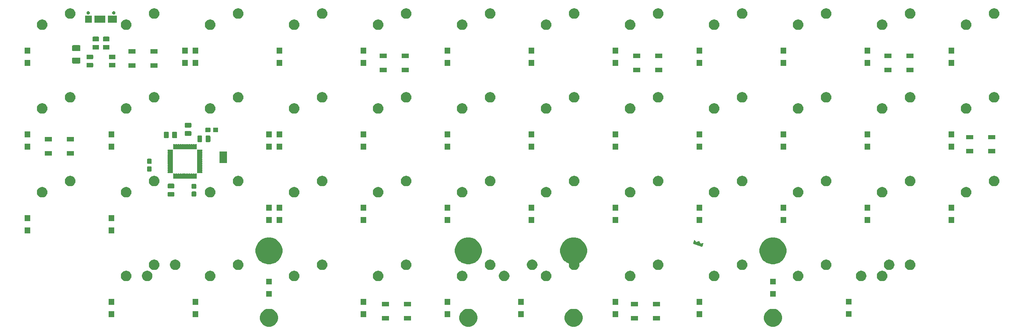
<source format=gbr>
G04 #@! TF.GenerationSoftware,KiCad,Pcbnew,(5.1.2)-2*
G04 #@! TF.CreationDate,2020-03-31T18:24:28-05:00*
G04 #@! TF.ProjectId,Schwann_Rev3.1_RGB,53636877-616e-46e5-9f52-6576332e315f,rev?*
G04 #@! TF.SameCoordinates,Original*
G04 #@! TF.FileFunction,Soldermask,Bot*
G04 #@! TF.FilePolarity,Negative*
%FSLAX46Y46*%
G04 Gerber Fmt 4.6, Leading zero omitted, Abs format (unit mm)*
G04 Created by KiCad (PCBNEW (5.1.2)-2) date 2020-03-31 18:24:28*
%MOMM*%
%LPD*%
G04 APERTURE LIST*
%ADD10C,0.010000*%
%ADD11C,0.100000*%
G04 APERTURE END LIST*
D10*
G36*
X188270803Y-126984461D02*
G01*
X188256377Y-126988966D01*
X188250450Y-126994164D01*
X188248100Y-127001251D01*
X188241344Y-127020762D01*
X188230625Y-127051439D01*
X188216384Y-127092026D01*
X188199064Y-127141263D01*
X188179106Y-127197896D01*
X188156953Y-127260665D01*
X188133047Y-127328315D01*
X188119831Y-127365677D01*
X188095223Y-127435385D01*
X188072212Y-127500881D01*
X188051233Y-127560907D01*
X188032718Y-127614207D01*
X188017102Y-127659526D01*
X188004818Y-127695607D01*
X187996301Y-127721193D01*
X187991985Y-127735028D01*
X187991549Y-127737167D01*
X187998540Y-127739818D01*
X188018449Y-127747033D01*
X188050508Y-127758541D01*
X188093952Y-127774070D01*
X188148013Y-127793346D01*
X188211925Y-127816098D01*
X188284921Y-127842052D01*
X188366234Y-127870936D01*
X188455097Y-127902479D01*
X188550744Y-127936406D01*
X188652407Y-127972446D01*
X188759321Y-128010327D01*
X188870719Y-128049775D01*
X188976696Y-128087285D01*
X189091870Y-128128046D01*
X189203472Y-128167550D01*
X189310717Y-128205521D01*
X189412821Y-128241679D01*
X189509000Y-128275748D01*
X189598471Y-128307449D01*
X189680448Y-128336504D01*
X189754149Y-128362636D01*
X189818789Y-128385566D01*
X189873584Y-128405017D01*
X189917750Y-128420710D01*
X189950503Y-128432368D01*
X189971058Y-128439713D01*
X189978473Y-128442402D01*
X189997439Y-128449736D01*
X190129200Y-128076336D01*
X190158424Y-127993477D01*
X190183102Y-127923211D01*
X190203509Y-127864444D01*
X190219923Y-127816078D01*
X190232619Y-127777019D01*
X190241873Y-127746169D01*
X190247961Y-127722434D01*
X190251160Y-127704718D01*
X190251745Y-127691924D01*
X190249994Y-127682956D01*
X190246181Y-127676720D01*
X190240583Y-127672118D01*
X190233476Y-127668055D01*
X190232241Y-127667394D01*
X190224867Y-127666297D01*
X190210140Y-127667462D01*
X190187046Y-127671092D01*
X190154569Y-127677394D01*
X190111693Y-127686570D01*
X190057403Y-127698826D01*
X189990684Y-127714365D01*
X189943935Y-127725428D01*
X189882665Y-127740015D01*
X189825581Y-127753645D01*
X189774283Y-127765933D01*
X189730370Y-127776495D01*
X189695440Y-127784946D01*
X189671093Y-127790901D01*
X189658927Y-127793975D01*
X189658059Y-127794222D01*
X189653496Y-127791835D01*
X189645606Y-127782243D01*
X189633932Y-127764661D01*
X189618017Y-127738306D01*
X189597402Y-127702393D01*
X189571631Y-127656137D01*
X189540246Y-127598753D01*
X189502790Y-127529458D01*
X189491916Y-127509236D01*
X189459619Y-127449288D01*
X189429120Y-127392996D01*
X189401163Y-127341713D01*
X189376494Y-127296793D01*
X189355859Y-127259587D01*
X189340003Y-127231449D01*
X189329671Y-127213732D01*
X189325968Y-127208064D01*
X189310792Y-127197743D01*
X189299797Y-127195260D01*
X189290142Y-127197969D01*
X189268528Y-127205768D01*
X189236364Y-127218096D01*
X189195060Y-127234391D01*
X189146027Y-127254092D01*
X189090673Y-127276640D01*
X189030410Y-127301472D01*
X188977850Y-127323341D01*
X188915128Y-127349470D01*
X188856616Y-127373687D01*
X188803650Y-127395449D01*
X188757568Y-127414216D01*
X188719704Y-127429445D01*
X188691396Y-127440595D01*
X188673979Y-127447125D01*
X188668730Y-127448631D01*
X188663926Y-127442434D01*
X188651228Y-127425976D01*
X188631590Y-127400501D01*
X188605971Y-127367249D01*
X188575326Y-127327462D01*
X188540613Y-127282384D01*
X188502789Y-127233255D01*
X188490381Y-127217135D01*
X188451363Y-127166763D01*
X188414655Y-127119973D01*
X188381286Y-127078033D01*
X188352284Y-127042211D01*
X188328680Y-127013774D01*
X188311501Y-126993989D01*
X188301779Y-126984124D01*
X188300501Y-126983299D01*
X188287566Y-126982126D01*
X188270803Y-126984461D01*
X188270803Y-126984461D01*
G37*
X188270803Y-126984461D02*
X188256377Y-126988966D01*
X188250450Y-126994164D01*
X188248100Y-127001251D01*
X188241344Y-127020762D01*
X188230625Y-127051439D01*
X188216384Y-127092026D01*
X188199064Y-127141263D01*
X188179106Y-127197896D01*
X188156953Y-127260665D01*
X188133047Y-127328315D01*
X188119831Y-127365677D01*
X188095223Y-127435385D01*
X188072212Y-127500881D01*
X188051233Y-127560907D01*
X188032718Y-127614207D01*
X188017102Y-127659526D01*
X188004818Y-127695607D01*
X187996301Y-127721193D01*
X187991985Y-127735028D01*
X187991549Y-127737167D01*
X187998540Y-127739818D01*
X188018449Y-127747033D01*
X188050508Y-127758541D01*
X188093952Y-127774070D01*
X188148013Y-127793346D01*
X188211925Y-127816098D01*
X188284921Y-127842052D01*
X188366234Y-127870936D01*
X188455097Y-127902479D01*
X188550744Y-127936406D01*
X188652407Y-127972446D01*
X188759321Y-128010327D01*
X188870719Y-128049775D01*
X188976696Y-128087285D01*
X189091870Y-128128046D01*
X189203472Y-128167550D01*
X189310717Y-128205521D01*
X189412821Y-128241679D01*
X189509000Y-128275748D01*
X189598471Y-128307449D01*
X189680448Y-128336504D01*
X189754149Y-128362636D01*
X189818789Y-128385566D01*
X189873584Y-128405017D01*
X189917750Y-128420710D01*
X189950503Y-128432368D01*
X189971058Y-128439713D01*
X189978473Y-128442402D01*
X189997439Y-128449736D01*
X190129200Y-128076336D01*
X190158424Y-127993477D01*
X190183102Y-127923211D01*
X190203509Y-127864444D01*
X190219923Y-127816078D01*
X190232619Y-127777019D01*
X190241873Y-127746169D01*
X190247961Y-127722434D01*
X190251160Y-127704718D01*
X190251745Y-127691924D01*
X190249994Y-127682956D01*
X190246181Y-127676720D01*
X190240583Y-127672118D01*
X190233476Y-127668055D01*
X190232241Y-127667394D01*
X190224867Y-127666297D01*
X190210140Y-127667462D01*
X190187046Y-127671092D01*
X190154569Y-127677394D01*
X190111693Y-127686570D01*
X190057403Y-127698826D01*
X189990684Y-127714365D01*
X189943935Y-127725428D01*
X189882665Y-127740015D01*
X189825581Y-127753645D01*
X189774283Y-127765933D01*
X189730370Y-127776495D01*
X189695440Y-127784946D01*
X189671093Y-127790901D01*
X189658927Y-127793975D01*
X189658059Y-127794222D01*
X189653496Y-127791835D01*
X189645606Y-127782243D01*
X189633932Y-127764661D01*
X189618017Y-127738306D01*
X189597402Y-127702393D01*
X189571631Y-127656137D01*
X189540246Y-127598753D01*
X189502790Y-127529458D01*
X189491916Y-127509236D01*
X189459619Y-127449288D01*
X189429120Y-127392996D01*
X189401163Y-127341713D01*
X189376494Y-127296793D01*
X189355859Y-127259587D01*
X189340003Y-127231449D01*
X189329671Y-127213732D01*
X189325968Y-127208064D01*
X189310792Y-127197743D01*
X189299797Y-127195260D01*
X189290142Y-127197969D01*
X189268528Y-127205768D01*
X189236364Y-127218096D01*
X189195060Y-127234391D01*
X189146027Y-127254092D01*
X189090673Y-127276640D01*
X189030410Y-127301472D01*
X188977850Y-127323341D01*
X188915128Y-127349470D01*
X188856616Y-127373687D01*
X188803650Y-127395449D01*
X188757568Y-127414216D01*
X188719704Y-127429445D01*
X188691396Y-127440595D01*
X188673979Y-127447125D01*
X188668730Y-127448631D01*
X188663926Y-127442434D01*
X188651228Y-127425976D01*
X188631590Y-127400501D01*
X188605971Y-127367249D01*
X188575326Y-127327462D01*
X188540613Y-127282384D01*
X188502789Y-127233255D01*
X188490381Y-127217135D01*
X188451363Y-127166763D01*
X188414655Y-127119973D01*
X188381286Y-127078033D01*
X188352284Y-127042211D01*
X188328680Y-127013774D01*
X188311501Y-126993989D01*
X188301779Y-126984124D01*
X188300501Y-126983299D01*
X188287566Y-126982126D01*
X188270803Y-126984461D01*
D11*
G36*
X137616504Y-142681568D02*
G01*
X137989761Y-142836176D01*
X137989763Y-142836177D01*
X138325686Y-143060634D01*
X138611366Y-143346314D01*
X138835824Y-143682239D01*
X138990432Y-144055496D01*
X139069250Y-144451743D01*
X139069250Y-144855757D01*
X138990432Y-145252004D01*
X138983172Y-145269530D01*
X138835823Y-145625263D01*
X138611366Y-145961186D01*
X138325686Y-146246866D01*
X137989763Y-146471323D01*
X137989762Y-146471324D01*
X137989761Y-146471324D01*
X137616504Y-146625932D01*
X137220257Y-146704750D01*
X136816243Y-146704750D01*
X136419996Y-146625932D01*
X136046739Y-146471324D01*
X136046738Y-146471324D01*
X136046737Y-146471323D01*
X135710814Y-146246866D01*
X135425134Y-145961186D01*
X135200677Y-145625263D01*
X135053328Y-145269530D01*
X135046068Y-145252004D01*
X134967250Y-144855757D01*
X134967250Y-144451743D01*
X135046068Y-144055496D01*
X135200676Y-143682239D01*
X135425134Y-143346314D01*
X135710814Y-143060634D01*
X136046737Y-142836177D01*
X136046739Y-142836176D01*
X136419996Y-142681568D01*
X136816243Y-142602750D01*
X137220257Y-142602750D01*
X137616504Y-142681568D01*
X137616504Y-142681568D01*
G37*
G36*
X206704504Y-142681568D02*
G01*
X207077761Y-142836176D01*
X207077763Y-142836177D01*
X207413686Y-143060634D01*
X207699366Y-143346314D01*
X207923824Y-143682239D01*
X208078432Y-144055496D01*
X208157250Y-144451743D01*
X208157250Y-144855757D01*
X208078432Y-145252004D01*
X208071172Y-145269530D01*
X207923823Y-145625263D01*
X207699366Y-145961186D01*
X207413686Y-146246866D01*
X207077763Y-146471323D01*
X207077762Y-146471324D01*
X207077761Y-146471324D01*
X206704504Y-146625932D01*
X206308257Y-146704750D01*
X205904243Y-146704750D01*
X205507996Y-146625932D01*
X205134739Y-146471324D01*
X205134738Y-146471324D01*
X205134737Y-146471323D01*
X204798814Y-146246866D01*
X204513134Y-145961186D01*
X204288677Y-145625263D01*
X204141328Y-145269530D01*
X204134068Y-145252004D01*
X204055250Y-144855757D01*
X204055250Y-144451743D01*
X204134068Y-144055496D01*
X204288676Y-143682239D01*
X204513134Y-143346314D01*
X204798814Y-143060634D01*
X205134737Y-142836177D01*
X205134739Y-142836176D01*
X205507996Y-142681568D01*
X205904243Y-142602750D01*
X206308257Y-142602750D01*
X206704504Y-142681568D01*
X206704504Y-142681568D01*
G37*
G36*
X92404504Y-142681568D02*
G01*
X92777761Y-142836176D01*
X92777763Y-142836177D01*
X93113686Y-143060634D01*
X93399366Y-143346314D01*
X93623824Y-143682239D01*
X93778432Y-144055496D01*
X93857250Y-144451743D01*
X93857250Y-144855757D01*
X93778432Y-145252004D01*
X93771172Y-145269530D01*
X93623823Y-145625263D01*
X93399366Y-145961186D01*
X93113686Y-146246866D01*
X92777763Y-146471323D01*
X92777762Y-146471324D01*
X92777761Y-146471324D01*
X92404504Y-146625932D01*
X92008257Y-146704750D01*
X91604243Y-146704750D01*
X91207996Y-146625932D01*
X90834739Y-146471324D01*
X90834738Y-146471324D01*
X90834737Y-146471323D01*
X90498814Y-146246866D01*
X90213134Y-145961186D01*
X89988677Y-145625263D01*
X89841328Y-145269530D01*
X89834068Y-145252004D01*
X89755250Y-144855757D01*
X89755250Y-144451743D01*
X89834068Y-144055496D01*
X89988676Y-143682239D01*
X90213134Y-143346314D01*
X90498814Y-143060634D01*
X90834737Y-142836177D01*
X90834739Y-142836176D01*
X91207996Y-142681568D01*
X91604243Y-142602750D01*
X92008257Y-142602750D01*
X92404504Y-142681568D01*
X92404504Y-142681568D01*
G37*
G36*
X161492504Y-142681568D02*
G01*
X161865761Y-142836176D01*
X161865763Y-142836177D01*
X162201686Y-143060634D01*
X162487366Y-143346314D01*
X162711824Y-143682239D01*
X162866432Y-144055496D01*
X162945250Y-144451743D01*
X162945250Y-144855757D01*
X162866432Y-145252004D01*
X162859172Y-145269530D01*
X162711823Y-145625263D01*
X162487366Y-145961186D01*
X162201686Y-146246866D01*
X161865763Y-146471323D01*
X161865762Y-146471324D01*
X161865761Y-146471324D01*
X161492504Y-146625932D01*
X161096257Y-146704750D01*
X160692243Y-146704750D01*
X160295996Y-146625932D01*
X159922739Y-146471324D01*
X159922738Y-146471324D01*
X159922737Y-146471323D01*
X159586814Y-146246866D01*
X159301134Y-145961186D01*
X159076677Y-145625263D01*
X158929328Y-145269530D01*
X158922068Y-145252004D01*
X158843250Y-144855757D01*
X158843250Y-144451743D01*
X158922068Y-144055496D01*
X159076676Y-143682239D01*
X159301134Y-143346314D01*
X159586814Y-143060634D01*
X159922737Y-142836177D01*
X159922739Y-142836176D01*
X160295996Y-142681568D01*
X160692243Y-142602750D01*
X161096257Y-142602750D01*
X161492504Y-142681568D01*
X161492504Y-142681568D01*
G37*
G36*
X119033460Y-145269530D02*
G01*
X117430320Y-145269530D01*
X117430320Y-144268370D01*
X119033460Y-144268370D01*
X119033460Y-145269530D01*
X119033460Y-145269530D01*
G37*
G36*
X180532180Y-145269530D02*
G01*
X178929040Y-145269530D01*
X178929040Y-144268370D01*
X180532180Y-144268370D01*
X180532180Y-145269530D01*
X180532180Y-145269530D01*
G37*
G36*
X175533460Y-145269530D02*
G01*
X173930320Y-145269530D01*
X173930320Y-144268370D01*
X175533460Y-144268370D01*
X175533460Y-145269530D01*
X175533460Y-145269530D01*
G37*
G36*
X124032180Y-145269530D02*
G01*
X122429040Y-145269530D01*
X122429040Y-144268370D01*
X124032180Y-144268370D01*
X124032180Y-145269530D01*
X124032180Y-145269530D01*
G37*
G36*
X171038500Y-144482250D02*
G01*
X169736500Y-144482250D01*
X169736500Y-143180250D01*
X171038500Y-143180250D01*
X171038500Y-144482250D01*
X171038500Y-144482250D01*
G37*
G36*
X113888500Y-144482250D02*
G01*
X112586500Y-144482250D01*
X112586500Y-143180250D01*
X113888500Y-143180250D01*
X113888500Y-144482250D01*
X113888500Y-144482250D01*
G37*
G36*
X75788500Y-144482250D02*
G01*
X74486500Y-144482250D01*
X74486500Y-143180250D01*
X75788500Y-143180250D01*
X75788500Y-144482250D01*
X75788500Y-144482250D01*
G37*
G36*
X132938500Y-144482250D02*
G01*
X131636500Y-144482250D01*
X131636500Y-143180250D01*
X132938500Y-143180250D01*
X132938500Y-144482250D01*
X132938500Y-144482250D01*
G37*
G36*
X149607250Y-144482250D02*
G01*
X148305250Y-144482250D01*
X148305250Y-143180250D01*
X149607250Y-143180250D01*
X149607250Y-144482250D01*
X149607250Y-144482250D01*
G37*
G36*
X190088500Y-144482250D02*
G01*
X188786500Y-144482250D01*
X188786500Y-143180250D01*
X190088500Y-143180250D01*
X190088500Y-144482250D01*
X190088500Y-144482250D01*
G37*
G36*
X56738500Y-144482250D02*
G01*
X55436500Y-144482250D01*
X55436500Y-143180250D01*
X56738500Y-143180250D01*
X56738500Y-144482250D01*
X56738500Y-144482250D01*
G37*
G36*
X223959250Y-144453000D02*
G01*
X222657250Y-144453000D01*
X222657250Y-143151000D01*
X223959250Y-143151000D01*
X223959250Y-144453000D01*
X223959250Y-144453000D01*
G37*
G36*
X180532180Y-142069130D02*
G01*
X178929040Y-142069130D01*
X178929040Y-141067970D01*
X180532180Y-141067970D01*
X180532180Y-142069130D01*
X180532180Y-142069130D01*
G37*
G36*
X175533460Y-142069130D02*
G01*
X173930320Y-142069130D01*
X173930320Y-141067970D01*
X175533460Y-141067970D01*
X175533460Y-142069130D01*
X175533460Y-142069130D01*
G37*
G36*
X124032180Y-142069130D02*
G01*
X122429040Y-142069130D01*
X122429040Y-141067970D01*
X124032180Y-141067970D01*
X124032180Y-142069130D01*
X124032180Y-142069130D01*
G37*
G36*
X119033460Y-142069130D02*
G01*
X117430320Y-142069130D01*
X117430320Y-141067970D01*
X119033460Y-141067970D01*
X119033460Y-142069130D01*
X119033460Y-142069130D01*
G37*
G36*
X190088500Y-141682250D02*
G01*
X188786500Y-141682250D01*
X188786500Y-140380250D01*
X190088500Y-140380250D01*
X190088500Y-141682250D01*
X190088500Y-141682250D01*
G37*
G36*
X149607250Y-141682250D02*
G01*
X148305250Y-141682250D01*
X148305250Y-140380250D01*
X149607250Y-140380250D01*
X149607250Y-141682250D01*
X149607250Y-141682250D01*
G37*
G36*
X132938500Y-141682250D02*
G01*
X131636500Y-141682250D01*
X131636500Y-140380250D01*
X132938500Y-140380250D01*
X132938500Y-141682250D01*
X132938500Y-141682250D01*
G37*
G36*
X113888500Y-141682250D02*
G01*
X112586500Y-141682250D01*
X112586500Y-140380250D01*
X113888500Y-140380250D01*
X113888500Y-141682250D01*
X113888500Y-141682250D01*
G37*
G36*
X75788500Y-141682250D02*
G01*
X74486500Y-141682250D01*
X74486500Y-140380250D01*
X75788500Y-140380250D01*
X75788500Y-141682250D01*
X75788500Y-141682250D01*
G37*
G36*
X56738500Y-141682250D02*
G01*
X55436500Y-141682250D01*
X55436500Y-140380250D01*
X56738500Y-140380250D01*
X56738500Y-141682250D01*
X56738500Y-141682250D01*
G37*
G36*
X171038500Y-141682250D02*
G01*
X169736500Y-141682250D01*
X169736500Y-140380250D01*
X171038500Y-140380250D01*
X171038500Y-141682250D01*
X171038500Y-141682250D01*
G37*
G36*
X223959250Y-141653000D02*
G01*
X222657250Y-141653000D01*
X222657250Y-140351000D01*
X223959250Y-140351000D01*
X223959250Y-141653000D01*
X223959250Y-141653000D01*
G37*
G36*
X206757250Y-139846750D02*
G01*
X205455250Y-139846750D01*
X205455250Y-138544750D01*
X206757250Y-138544750D01*
X206757250Y-139846750D01*
X206757250Y-139846750D01*
G37*
G36*
X92457250Y-139846750D02*
G01*
X91155250Y-139846750D01*
X91155250Y-138544750D01*
X92457250Y-138544750D01*
X92457250Y-139846750D01*
X92457250Y-139846750D01*
G37*
G36*
X206757250Y-137046750D02*
G01*
X205455250Y-137046750D01*
X205455250Y-135744750D01*
X206757250Y-135744750D01*
X206757250Y-137046750D01*
X206757250Y-137046750D01*
G37*
G36*
X92457250Y-137046750D02*
G01*
X91155250Y-137046750D01*
X91155250Y-135744750D01*
X92457250Y-135744750D01*
X92457250Y-137046750D01*
X92457250Y-137046750D01*
G37*
G36*
X59769526Y-133980634D02*
G01*
X59986819Y-134070640D01*
X59986821Y-134070641D01*
X60182380Y-134201310D01*
X60348690Y-134367620D01*
X60479360Y-134563181D01*
X60569366Y-134780474D01*
X60615250Y-135011150D01*
X60615250Y-135246350D01*
X60569366Y-135477026D01*
X60479360Y-135694319D01*
X60479359Y-135694321D01*
X60348690Y-135889880D01*
X60182380Y-136056190D01*
X59986821Y-136186859D01*
X59986820Y-136186860D01*
X59986819Y-136186860D01*
X59769526Y-136276866D01*
X59538850Y-136322750D01*
X59303650Y-136322750D01*
X59072974Y-136276866D01*
X58855681Y-136186860D01*
X58855680Y-136186860D01*
X58855679Y-136186859D01*
X58660120Y-136056190D01*
X58493810Y-135889880D01*
X58363141Y-135694321D01*
X58363140Y-135694319D01*
X58273134Y-135477026D01*
X58227250Y-135246350D01*
X58227250Y-135011150D01*
X58273134Y-134780474D01*
X58363140Y-134563181D01*
X58493810Y-134367620D01*
X58660120Y-134201310D01*
X58855679Y-134070641D01*
X58855681Y-134070640D01*
X59072974Y-133980634D01*
X59303650Y-133934750D01*
X59538850Y-133934750D01*
X59769526Y-133980634D01*
X59769526Y-133980634D01*
G37*
G36*
X226457026Y-133980634D02*
G01*
X226674319Y-134070640D01*
X226674321Y-134070641D01*
X226869880Y-134201310D01*
X227036190Y-134367620D01*
X227166860Y-134563181D01*
X227256866Y-134780474D01*
X227302750Y-135011150D01*
X227302750Y-135246350D01*
X227256866Y-135477026D01*
X227166860Y-135694319D01*
X227166859Y-135694321D01*
X227036190Y-135889880D01*
X226869880Y-136056190D01*
X226674321Y-136186859D01*
X226674320Y-136186860D01*
X226674319Y-136186860D01*
X226457026Y-136276866D01*
X226226350Y-136322750D01*
X225991150Y-136322750D01*
X225760474Y-136276866D01*
X225543181Y-136186860D01*
X225543180Y-136186860D01*
X225543179Y-136186859D01*
X225347620Y-136056190D01*
X225181310Y-135889880D01*
X225050641Y-135694321D01*
X225050640Y-135694319D01*
X224960634Y-135477026D01*
X224914750Y-135246350D01*
X224914750Y-135011150D01*
X224960634Y-134780474D01*
X225050640Y-134563181D01*
X225181310Y-134367620D01*
X225347620Y-134201310D01*
X225543179Y-134070641D01*
X225543181Y-134070640D01*
X225760474Y-133980634D01*
X225991150Y-133934750D01*
X226226350Y-133934750D01*
X226457026Y-133980634D01*
X226457026Y-133980634D01*
G37*
G36*
X64532026Y-133980634D02*
G01*
X64749319Y-134070640D01*
X64749321Y-134070641D01*
X64944880Y-134201310D01*
X65111190Y-134367620D01*
X65241860Y-134563181D01*
X65331866Y-134780474D01*
X65377750Y-135011150D01*
X65377750Y-135246350D01*
X65331866Y-135477026D01*
X65241860Y-135694319D01*
X65241859Y-135694321D01*
X65111190Y-135889880D01*
X64944880Y-136056190D01*
X64749321Y-136186859D01*
X64749320Y-136186860D01*
X64749319Y-136186860D01*
X64532026Y-136276866D01*
X64301350Y-136322750D01*
X64066150Y-136322750D01*
X63835474Y-136276866D01*
X63618181Y-136186860D01*
X63618180Y-136186860D01*
X63618179Y-136186859D01*
X63422620Y-136056190D01*
X63256310Y-135889880D01*
X63125641Y-135694321D01*
X63125640Y-135694319D01*
X63035634Y-135477026D01*
X62989750Y-135246350D01*
X62989750Y-135011150D01*
X63035634Y-134780474D01*
X63125640Y-134563181D01*
X63256310Y-134367620D01*
X63422620Y-134201310D01*
X63618179Y-134070641D01*
X63618181Y-134070640D01*
X63835474Y-133980634D01*
X64066150Y-133934750D01*
X64301350Y-133934750D01*
X64532026Y-133980634D01*
X64532026Y-133980634D01*
G37*
G36*
X193119526Y-133980634D02*
G01*
X193336819Y-134070640D01*
X193336821Y-134070641D01*
X193532380Y-134201310D01*
X193698690Y-134367620D01*
X193829360Y-134563181D01*
X193919366Y-134780474D01*
X193965250Y-135011150D01*
X193965250Y-135246350D01*
X193919366Y-135477026D01*
X193829360Y-135694319D01*
X193829359Y-135694321D01*
X193698690Y-135889880D01*
X193532380Y-136056190D01*
X193336821Y-136186859D01*
X193336820Y-136186860D01*
X193336819Y-136186860D01*
X193119526Y-136276866D01*
X192888850Y-136322750D01*
X192653650Y-136322750D01*
X192422974Y-136276866D01*
X192205681Y-136186860D01*
X192205680Y-136186860D01*
X192205679Y-136186859D01*
X192010120Y-136056190D01*
X191843810Y-135889880D01*
X191713141Y-135694321D01*
X191713140Y-135694319D01*
X191623134Y-135477026D01*
X191577250Y-135246350D01*
X191577250Y-135011150D01*
X191623134Y-134780474D01*
X191713140Y-134563181D01*
X191843810Y-134367620D01*
X192010120Y-134201310D01*
X192205679Y-134070641D01*
X192205681Y-134070640D01*
X192422974Y-133980634D01*
X192653650Y-133934750D01*
X192888850Y-133934750D01*
X193119526Y-133980634D01*
X193119526Y-133980634D01*
G37*
G36*
X212169526Y-133980634D02*
G01*
X212386819Y-134070640D01*
X212386821Y-134070641D01*
X212582380Y-134201310D01*
X212748690Y-134367620D01*
X212879360Y-134563181D01*
X212969366Y-134780474D01*
X213015250Y-135011150D01*
X213015250Y-135246350D01*
X212969366Y-135477026D01*
X212879360Y-135694319D01*
X212879359Y-135694321D01*
X212748690Y-135889880D01*
X212582380Y-136056190D01*
X212386821Y-136186859D01*
X212386820Y-136186860D01*
X212386819Y-136186860D01*
X212169526Y-136276866D01*
X211938850Y-136322750D01*
X211703650Y-136322750D01*
X211472974Y-136276866D01*
X211255681Y-136186860D01*
X211255680Y-136186860D01*
X211255679Y-136186859D01*
X211060120Y-136056190D01*
X210893810Y-135889880D01*
X210763141Y-135694321D01*
X210763140Y-135694319D01*
X210673134Y-135477026D01*
X210627250Y-135246350D01*
X210627250Y-135011150D01*
X210673134Y-134780474D01*
X210763140Y-134563181D01*
X210893810Y-134367620D01*
X211060120Y-134201310D01*
X211255679Y-134070641D01*
X211255681Y-134070640D01*
X211472974Y-133980634D01*
X211703650Y-133934750D01*
X211938850Y-133934750D01*
X212169526Y-133980634D01*
X212169526Y-133980634D01*
G37*
G36*
X231219526Y-133980634D02*
G01*
X231436819Y-134070640D01*
X231436821Y-134070641D01*
X231632380Y-134201310D01*
X231798690Y-134367620D01*
X231929360Y-134563181D01*
X232019366Y-134780474D01*
X232065250Y-135011150D01*
X232065250Y-135246350D01*
X232019366Y-135477026D01*
X231929360Y-135694319D01*
X231929359Y-135694321D01*
X231798690Y-135889880D01*
X231632380Y-136056190D01*
X231436821Y-136186859D01*
X231436820Y-136186860D01*
X231436819Y-136186860D01*
X231219526Y-136276866D01*
X230988850Y-136322750D01*
X230753650Y-136322750D01*
X230522974Y-136276866D01*
X230305681Y-136186860D01*
X230305680Y-136186860D01*
X230305679Y-136186859D01*
X230110120Y-136056190D01*
X229943810Y-135889880D01*
X229813141Y-135694321D01*
X229813140Y-135694319D01*
X229723134Y-135477026D01*
X229677250Y-135246350D01*
X229677250Y-135011150D01*
X229723134Y-134780474D01*
X229813140Y-134563181D01*
X229943810Y-134367620D01*
X230110120Y-134201310D01*
X230305679Y-134070641D01*
X230305681Y-134070640D01*
X230522974Y-133980634D01*
X230753650Y-133934750D01*
X230988850Y-133934750D01*
X231219526Y-133980634D01*
X231219526Y-133980634D01*
G37*
G36*
X145494526Y-133980634D02*
G01*
X145711819Y-134070640D01*
X145711821Y-134070641D01*
X145907380Y-134201310D01*
X146073690Y-134367620D01*
X146204360Y-134563181D01*
X146294366Y-134780474D01*
X146340250Y-135011150D01*
X146340250Y-135246350D01*
X146294366Y-135477026D01*
X146204360Y-135694319D01*
X146204359Y-135694321D01*
X146073690Y-135889880D01*
X145907380Y-136056190D01*
X145711821Y-136186859D01*
X145711820Y-136186860D01*
X145711819Y-136186860D01*
X145494526Y-136276866D01*
X145263850Y-136322750D01*
X145028650Y-136322750D01*
X144797974Y-136276866D01*
X144580681Y-136186860D01*
X144580680Y-136186860D01*
X144580679Y-136186859D01*
X144385120Y-136056190D01*
X144218810Y-135889880D01*
X144088141Y-135694321D01*
X144088140Y-135694319D01*
X143998134Y-135477026D01*
X143952250Y-135246350D01*
X143952250Y-135011150D01*
X143998134Y-134780474D01*
X144088140Y-134563181D01*
X144218810Y-134367620D01*
X144385120Y-134201310D01*
X144580679Y-134070641D01*
X144580681Y-134070640D01*
X144797974Y-133980634D01*
X145028650Y-133934750D01*
X145263850Y-133934750D01*
X145494526Y-133980634D01*
X145494526Y-133980634D01*
G37*
G36*
X78819526Y-133980634D02*
G01*
X79036819Y-134070640D01*
X79036821Y-134070641D01*
X79232380Y-134201310D01*
X79398690Y-134367620D01*
X79529360Y-134563181D01*
X79619366Y-134780474D01*
X79665250Y-135011150D01*
X79665250Y-135246350D01*
X79619366Y-135477026D01*
X79529360Y-135694319D01*
X79529359Y-135694321D01*
X79398690Y-135889880D01*
X79232380Y-136056190D01*
X79036821Y-136186859D01*
X79036820Y-136186860D01*
X79036819Y-136186860D01*
X78819526Y-136276866D01*
X78588850Y-136322750D01*
X78353650Y-136322750D01*
X78122974Y-136276866D01*
X77905681Y-136186860D01*
X77905680Y-136186860D01*
X77905679Y-136186859D01*
X77710120Y-136056190D01*
X77543810Y-135889880D01*
X77413141Y-135694321D01*
X77413140Y-135694319D01*
X77323134Y-135477026D01*
X77277250Y-135246350D01*
X77277250Y-135011150D01*
X77323134Y-134780474D01*
X77413140Y-134563181D01*
X77543810Y-134367620D01*
X77710120Y-134201310D01*
X77905679Y-134070641D01*
X77905681Y-134070640D01*
X78122974Y-133980634D01*
X78353650Y-133934750D01*
X78588850Y-133934750D01*
X78819526Y-133980634D01*
X78819526Y-133980634D01*
G37*
G36*
X135969526Y-133980634D02*
G01*
X136186819Y-134070640D01*
X136186821Y-134070641D01*
X136382380Y-134201310D01*
X136548690Y-134367620D01*
X136679360Y-134563181D01*
X136769366Y-134780474D01*
X136815250Y-135011150D01*
X136815250Y-135246350D01*
X136769366Y-135477026D01*
X136679360Y-135694319D01*
X136679359Y-135694321D01*
X136548690Y-135889880D01*
X136382380Y-136056190D01*
X136186821Y-136186859D01*
X136186820Y-136186860D01*
X136186819Y-136186860D01*
X135969526Y-136276866D01*
X135738850Y-136322750D01*
X135503650Y-136322750D01*
X135272974Y-136276866D01*
X135055681Y-136186860D01*
X135055680Y-136186860D01*
X135055679Y-136186859D01*
X134860120Y-136056190D01*
X134693810Y-135889880D01*
X134563141Y-135694321D01*
X134563140Y-135694319D01*
X134473134Y-135477026D01*
X134427250Y-135246350D01*
X134427250Y-135011150D01*
X134473134Y-134780474D01*
X134563140Y-134563181D01*
X134693810Y-134367620D01*
X134860120Y-134201310D01*
X135055679Y-134070641D01*
X135055681Y-134070640D01*
X135272974Y-133980634D01*
X135503650Y-133934750D01*
X135738850Y-133934750D01*
X135969526Y-133980634D01*
X135969526Y-133980634D01*
G37*
G36*
X116919526Y-133980634D02*
G01*
X117136819Y-134070640D01*
X117136821Y-134070641D01*
X117332380Y-134201310D01*
X117498690Y-134367620D01*
X117629360Y-134563181D01*
X117719366Y-134780474D01*
X117765250Y-135011150D01*
X117765250Y-135246350D01*
X117719366Y-135477026D01*
X117629360Y-135694319D01*
X117629359Y-135694321D01*
X117498690Y-135889880D01*
X117332380Y-136056190D01*
X117136821Y-136186859D01*
X117136820Y-136186860D01*
X117136819Y-136186860D01*
X116919526Y-136276866D01*
X116688850Y-136322750D01*
X116453650Y-136322750D01*
X116222974Y-136276866D01*
X116005681Y-136186860D01*
X116005680Y-136186860D01*
X116005679Y-136186859D01*
X115810120Y-136056190D01*
X115643810Y-135889880D01*
X115513141Y-135694321D01*
X115513140Y-135694319D01*
X115423134Y-135477026D01*
X115377250Y-135246350D01*
X115377250Y-135011150D01*
X115423134Y-134780474D01*
X115513140Y-134563181D01*
X115643810Y-134367620D01*
X115810120Y-134201310D01*
X116005679Y-134070641D01*
X116005681Y-134070640D01*
X116222974Y-133980634D01*
X116453650Y-133934750D01*
X116688850Y-133934750D01*
X116919526Y-133980634D01*
X116919526Y-133980634D01*
G37*
G36*
X174069526Y-133980634D02*
G01*
X174286819Y-134070640D01*
X174286821Y-134070641D01*
X174482380Y-134201310D01*
X174648690Y-134367620D01*
X174779360Y-134563181D01*
X174869366Y-134780474D01*
X174915250Y-135011150D01*
X174915250Y-135246350D01*
X174869366Y-135477026D01*
X174779360Y-135694319D01*
X174779359Y-135694321D01*
X174648690Y-135889880D01*
X174482380Y-136056190D01*
X174286821Y-136186859D01*
X174286820Y-136186860D01*
X174286819Y-136186860D01*
X174069526Y-136276866D01*
X173838850Y-136322750D01*
X173603650Y-136322750D01*
X173372974Y-136276866D01*
X173155681Y-136186860D01*
X173155680Y-136186860D01*
X173155679Y-136186859D01*
X172960120Y-136056190D01*
X172793810Y-135889880D01*
X172663141Y-135694321D01*
X172663140Y-135694319D01*
X172573134Y-135477026D01*
X172527250Y-135246350D01*
X172527250Y-135011150D01*
X172573134Y-134780474D01*
X172663140Y-134563181D01*
X172793810Y-134367620D01*
X172960120Y-134201310D01*
X173155679Y-134070641D01*
X173155681Y-134070640D01*
X173372974Y-133980634D01*
X173603650Y-133934750D01*
X173838850Y-133934750D01*
X174069526Y-133980634D01*
X174069526Y-133980634D01*
G37*
G36*
X155019526Y-133980634D02*
G01*
X155236819Y-134070640D01*
X155236821Y-134070641D01*
X155432380Y-134201310D01*
X155598690Y-134367620D01*
X155729360Y-134563181D01*
X155819366Y-134780474D01*
X155865250Y-135011150D01*
X155865250Y-135246350D01*
X155819366Y-135477026D01*
X155729360Y-135694319D01*
X155729359Y-135694321D01*
X155598690Y-135889880D01*
X155432380Y-136056190D01*
X155236821Y-136186859D01*
X155236820Y-136186860D01*
X155236819Y-136186860D01*
X155019526Y-136276866D01*
X154788850Y-136322750D01*
X154553650Y-136322750D01*
X154322974Y-136276866D01*
X154105681Y-136186860D01*
X154105680Y-136186860D01*
X154105679Y-136186859D01*
X153910120Y-136056190D01*
X153743810Y-135889880D01*
X153613141Y-135694321D01*
X153613140Y-135694319D01*
X153523134Y-135477026D01*
X153477250Y-135246350D01*
X153477250Y-135011150D01*
X153523134Y-134780474D01*
X153613140Y-134563181D01*
X153743810Y-134367620D01*
X153910120Y-134201310D01*
X154105679Y-134070641D01*
X154105681Y-134070640D01*
X154322974Y-133980634D01*
X154553650Y-133934750D01*
X154788850Y-133934750D01*
X155019526Y-133980634D01*
X155019526Y-133980634D01*
G37*
G36*
X97869526Y-133980634D02*
G01*
X98086819Y-134070640D01*
X98086821Y-134070641D01*
X98282380Y-134201310D01*
X98448690Y-134367620D01*
X98579360Y-134563181D01*
X98669366Y-134780474D01*
X98715250Y-135011150D01*
X98715250Y-135246350D01*
X98669366Y-135477026D01*
X98579360Y-135694319D01*
X98579359Y-135694321D01*
X98448690Y-135889880D01*
X98282380Y-136056190D01*
X98086821Y-136186859D01*
X98086820Y-136186860D01*
X98086819Y-136186860D01*
X97869526Y-136276866D01*
X97638850Y-136322750D01*
X97403650Y-136322750D01*
X97172974Y-136276866D01*
X96955681Y-136186860D01*
X96955680Y-136186860D01*
X96955679Y-136186859D01*
X96760120Y-136056190D01*
X96593810Y-135889880D01*
X96463141Y-135694321D01*
X96463140Y-135694319D01*
X96373134Y-135477026D01*
X96327250Y-135246350D01*
X96327250Y-135011150D01*
X96373134Y-134780474D01*
X96463140Y-134563181D01*
X96593810Y-134367620D01*
X96760120Y-134201310D01*
X96955679Y-134070641D01*
X96955681Y-134070640D01*
X97172974Y-133980634D01*
X97403650Y-133934750D01*
X97638850Y-133934750D01*
X97869526Y-133980634D01*
X97869526Y-133980634D01*
G37*
G36*
X232807026Y-131440634D02*
G01*
X233024319Y-131530640D01*
X233024321Y-131530641D01*
X233219880Y-131661310D01*
X233386190Y-131827620D01*
X233516860Y-132023181D01*
X233606866Y-132240474D01*
X233652750Y-132471150D01*
X233652750Y-132706350D01*
X233606866Y-132937026D01*
X233516860Y-133154319D01*
X233516859Y-133154321D01*
X233386190Y-133349880D01*
X233219880Y-133516190D01*
X233024321Y-133646859D01*
X233024320Y-133646860D01*
X233024319Y-133646860D01*
X232807026Y-133736866D01*
X232576350Y-133782750D01*
X232341150Y-133782750D01*
X232110474Y-133736866D01*
X231893181Y-133646860D01*
X231893180Y-133646860D01*
X231893179Y-133646859D01*
X231697620Y-133516190D01*
X231531310Y-133349880D01*
X231400641Y-133154321D01*
X231400640Y-133154319D01*
X231310634Y-132937026D01*
X231264750Y-132706350D01*
X231264750Y-132471150D01*
X231310634Y-132240474D01*
X231400640Y-132023181D01*
X231531310Y-131827620D01*
X231697620Y-131661310D01*
X231893179Y-131530641D01*
X231893181Y-131530640D01*
X232110474Y-131440634D01*
X232341150Y-131394750D01*
X232576350Y-131394750D01*
X232807026Y-131440634D01*
X232807026Y-131440634D01*
G37*
G36*
X66119526Y-131440634D02*
G01*
X66336819Y-131530640D01*
X66336821Y-131530641D01*
X66532380Y-131661310D01*
X66698690Y-131827620D01*
X66829360Y-132023181D01*
X66919366Y-132240474D01*
X66965250Y-132471150D01*
X66965250Y-132706350D01*
X66919366Y-132937026D01*
X66829360Y-133154319D01*
X66829359Y-133154321D01*
X66698690Y-133349880D01*
X66532380Y-133516190D01*
X66336821Y-133646859D01*
X66336820Y-133646860D01*
X66336819Y-133646860D01*
X66119526Y-133736866D01*
X65888850Y-133782750D01*
X65653650Y-133782750D01*
X65422974Y-133736866D01*
X65205681Y-133646860D01*
X65205680Y-133646860D01*
X65205679Y-133646859D01*
X65010120Y-133516190D01*
X64843810Y-133349880D01*
X64713141Y-133154321D01*
X64713140Y-133154319D01*
X64623134Y-132937026D01*
X64577250Y-132706350D01*
X64577250Y-132471150D01*
X64623134Y-132240474D01*
X64713140Y-132023181D01*
X64843810Y-131827620D01*
X65010120Y-131661310D01*
X65205679Y-131530641D01*
X65205681Y-131530640D01*
X65422974Y-131440634D01*
X65653650Y-131394750D01*
X65888850Y-131394750D01*
X66119526Y-131440634D01*
X66119526Y-131440634D01*
G37*
G36*
X70882026Y-131440634D02*
G01*
X71099319Y-131530640D01*
X71099321Y-131530641D01*
X71294880Y-131661310D01*
X71461190Y-131827620D01*
X71591860Y-132023181D01*
X71681866Y-132240474D01*
X71727750Y-132471150D01*
X71727750Y-132706350D01*
X71681866Y-132937026D01*
X71591860Y-133154319D01*
X71591859Y-133154321D01*
X71461190Y-133349880D01*
X71294880Y-133516190D01*
X71099321Y-133646859D01*
X71099320Y-133646860D01*
X71099319Y-133646860D01*
X70882026Y-133736866D01*
X70651350Y-133782750D01*
X70416150Y-133782750D01*
X70185474Y-133736866D01*
X69968181Y-133646860D01*
X69968180Y-133646860D01*
X69968179Y-133646859D01*
X69772620Y-133516190D01*
X69606310Y-133349880D01*
X69475641Y-133154321D01*
X69475640Y-133154319D01*
X69385634Y-132937026D01*
X69339750Y-132706350D01*
X69339750Y-132471150D01*
X69385634Y-132240474D01*
X69475640Y-132023181D01*
X69606310Y-131827620D01*
X69772620Y-131661310D01*
X69968179Y-131530641D01*
X69968181Y-131530640D01*
X70185474Y-131440634D01*
X70416150Y-131394750D01*
X70651350Y-131394750D01*
X70882026Y-131440634D01*
X70882026Y-131440634D01*
G37*
G36*
X85169526Y-131440634D02*
G01*
X85386819Y-131530640D01*
X85386821Y-131530641D01*
X85582380Y-131661310D01*
X85748690Y-131827620D01*
X85879360Y-132023181D01*
X85969366Y-132240474D01*
X86015250Y-132471150D01*
X86015250Y-132706350D01*
X85969366Y-132937026D01*
X85879360Y-133154319D01*
X85879359Y-133154321D01*
X85748690Y-133349880D01*
X85582380Y-133516190D01*
X85386821Y-133646859D01*
X85386820Y-133646860D01*
X85386819Y-133646860D01*
X85169526Y-133736866D01*
X84938850Y-133782750D01*
X84703650Y-133782750D01*
X84472974Y-133736866D01*
X84255681Y-133646860D01*
X84255680Y-133646860D01*
X84255679Y-133646859D01*
X84060120Y-133516190D01*
X83893810Y-133349880D01*
X83763141Y-133154321D01*
X83763140Y-133154319D01*
X83673134Y-132937026D01*
X83627250Y-132706350D01*
X83627250Y-132471150D01*
X83673134Y-132240474D01*
X83763140Y-132023181D01*
X83893810Y-131827620D01*
X84060120Y-131661310D01*
X84255679Y-131530641D01*
X84255681Y-131530640D01*
X84472974Y-131440634D01*
X84703650Y-131394750D01*
X84938850Y-131394750D01*
X85169526Y-131440634D01*
X85169526Y-131440634D01*
G37*
G36*
X104219526Y-131440634D02*
G01*
X104436819Y-131530640D01*
X104436821Y-131530641D01*
X104632380Y-131661310D01*
X104798690Y-131827620D01*
X104929360Y-132023181D01*
X105019366Y-132240474D01*
X105065250Y-132471150D01*
X105065250Y-132706350D01*
X105019366Y-132937026D01*
X104929360Y-133154319D01*
X104929359Y-133154321D01*
X104798690Y-133349880D01*
X104632380Y-133516190D01*
X104436821Y-133646859D01*
X104436820Y-133646860D01*
X104436819Y-133646860D01*
X104219526Y-133736866D01*
X103988850Y-133782750D01*
X103753650Y-133782750D01*
X103522974Y-133736866D01*
X103305681Y-133646860D01*
X103305680Y-133646860D01*
X103305679Y-133646859D01*
X103110120Y-133516190D01*
X102943810Y-133349880D01*
X102813141Y-133154321D01*
X102813140Y-133154319D01*
X102723134Y-132937026D01*
X102677250Y-132706350D01*
X102677250Y-132471150D01*
X102723134Y-132240474D01*
X102813140Y-132023181D01*
X102943810Y-131827620D01*
X103110120Y-131661310D01*
X103305679Y-131530641D01*
X103305681Y-131530640D01*
X103522974Y-131440634D01*
X103753650Y-131394750D01*
X103988850Y-131394750D01*
X104219526Y-131440634D01*
X104219526Y-131440634D01*
G37*
G36*
X123269526Y-131440634D02*
G01*
X123486819Y-131530640D01*
X123486821Y-131530641D01*
X123682380Y-131661310D01*
X123848690Y-131827620D01*
X123979360Y-132023181D01*
X124069366Y-132240474D01*
X124115250Y-132471150D01*
X124115250Y-132706350D01*
X124069366Y-132937026D01*
X123979360Y-133154319D01*
X123979359Y-133154321D01*
X123848690Y-133349880D01*
X123682380Y-133516190D01*
X123486821Y-133646859D01*
X123486820Y-133646860D01*
X123486819Y-133646860D01*
X123269526Y-133736866D01*
X123038850Y-133782750D01*
X122803650Y-133782750D01*
X122572974Y-133736866D01*
X122355681Y-133646860D01*
X122355680Y-133646860D01*
X122355679Y-133646859D01*
X122160120Y-133516190D01*
X121993810Y-133349880D01*
X121863141Y-133154321D01*
X121863140Y-133154319D01*
X121773134Y-132937026D01*
X121727250Y-132706350D01*
X121727250Y-132471150D01*
X121773134Y-132240474D01*
X121863140Y-132023181D01*
X121993810Y-131827620D01*
X122160120Y-131661310D01*
X122355679Y-131530641D01*
X122355681Y-131530640D01*
X122572974Y-131440634D01*
X122803650Y-131394750D01*
X123038850Y-131394750D01*
X123269526Y-131440634D01*
X123269526Y-131440634D01*
G37*
G36*
X142319526Y-131440634D02*
G01*
X142536819Y-131530640D01*
X142536821Y-131530641D01*
X142732380Y-131661310D01*
X142898690Y-131827620D01*
X143029360Y-132023181D01*
X143119366Y-132240474D01*
X143165250Y-132471150D01*
X143165250Y-132706350D01*
X143119366Y-132937026D01*
X143029360Y-133154319D01*
X143029359Y-133154321D01*
X142898690Y-133349880D01*
X142732380Y-133516190D01*
X142536821Y-133646859D01*
X142536820Y-133646860D01*
X142536819Y-133646860D01*
X142319526Y-133736866D01*
X142088850Y-133782750D01*
X141853650Y-133782750D01*
X141622974Y-133736866D01*
X141405681Y-133646860D01*
X141405680Y-133646860D01*
X141405679Y-133646859D01*
X141210120Y-133516190D01*
X141043810Y-133349880D01*
X140913141Y-133154321D01*
X140913140Y-133154319D01*
X140823134Y-132937026D01*
X140777250Y-132706350D01*
X140777250Y-132471150D01*
X140823134Y-132240474D01*
X140913140Y-132023181D01*
X141043810Y-131827620D01*
X141210120Y-131661310D01*
X141405679Y-131530641D01*
X141405681Y-131530640D01*
X141622974Y-131440634D01*
X141853650Y-131394750D01*
X142088850Y-131394750D01*
X142319526Y-131440634D01*
X142319526Y-131440634D01*
G37*
G36*
X218519526Y-131440634D02*
G01*
X218736819Y-131530640D01*
X218736821Y-131530641D01*
X218932380Y-131661310D01*
X219098690Y-131827620D01*
X219229360Y-132023181D01*
X219319366Y-132240474D01*
X219365250Y-132471150D01*
X219365250Y-132706350D01*
X219319366Y-132937026D01*
X219229360Y-133154319D01*
X219229359Y-133154321D01*
X219098690Y-133349880D01*
X218932380Y-133516190D01*
X218736821Y-133646859D01*
X218736820Y-133646860D01*
X218736819Y-133646860D01*
X218519526Y-133736866D01*
X218288850Y-133782750D01*
X218053650Y-133782750D01*
X217822974Y-133736866D01*
X217605681Y-133646860D01*
X217605680Y-133646860D01*
X217605679Y-133646859D01*
X217410120Y-133516190D01*
X217243810Y-133349880D01*
X217113141Y-133154321D01*
X217113140Y-133154319D01*
X217023134Y-132937026D01*
X216977250Y-132706350D01*
X216977250Y-132471150D01*
X217023134Y-132240474D01*
X217113140Y-132023181D01*
X217243810Y-131827620D01*
X217410120Y-131661310D01*
X217605679Y-131530641D01*
X217605681Y-131530640D01*
X217822974Y-131440634D01*
X218053650Y-131394750D01*
X218288850Y-131394750D01*
X218519526Y-131440634D01*
X218519526Y-131440634D01*
G37*
G36*
X199469526Y-131440634D02*
G01*
X199686819Y-131530640D01*
X199686821Y-131530641D01*
X199882380Y-131661310D01*
X200048690Y-131827620D01*
X200179360Y-132023181D01*
X200269366Y-132240474D01*
X200315250Y-132471150D01*
X200315250Y-132706350D01*
X200269366Y-132937026D01*
X200179360Y-133154319D01*
X200179359Y-133154321D01*
X200048690Y-133349880D01*
X199882380Y-133516190D01*
X199686821Y-133646859D01*
X199686820Y-133646860D01*
X199686819Y-133646860D01*
X199469526Y-133736866D01*
X199238850Y-133782750D01*
X199003650Y-133782750D01*
X198772974Y-133736866D01*
X198555681Y-133646860D01*
X198555680Y-133646860D01*
X198555679Y-133646859D01*
X198360120Y-133516190D01*
X198193810Y-133349880D01*
X198063141Y-133154321D01*
X198063140Y-133154319D01*
X197973134Y-132937026D01*
X197927250Y-132706350D01*
X197927250Y-132471150D01*
X197973134Y-132240474D01*
X198063140Y-132023181D01*
X198193810Y-131827620D01*
X198360120Y-131661310D01*
X198555679Y-131530641D01*
X198555681Y-131530640D01*
X198772974Y-131440634D01*
X199003650Y-131394750D01*
X199238850Y-131394750D01*
X199469526Y-131440634D01*
X199469526Y-131440634D01*
G37*
G36*
X180419526Y-131440634D02*
G01*
X180636819Y-131530640D01*
X180636821Y-131530641D01*
X180832380Y-131661310D01*
X180998690Y-131827620D01*
X181129360Y-132023181D01*
X181219366Y-132240474D01*
X181265250Y-132471150D01*
X181265250Y-132706350D01*
X181219366Y-132937026D01*
X181129360Y-133154319D01*
X181129359Y-133154321D01*
X180998690Y-133349880D01*
X180832380Y-133516190D01*
X180636821Y-133646859D01*
X180636820Y-133646860D01*
X180636819Y-133646860D01*
X180419526Y-133736866D01*
X180188850Y-133782750D01*
X179953650Y-133782750D01*
X179722974Y-133736866D01*
X179505681Y-133646860D01*
X179505680Y-133646860D01*
X179505679Y-133646859D01*
X179310120Y-133516190D01*
X179143810Y-133349880D01*
X179013141Y-133154321D01*
X179013140Y-133154319D01*
X178923134Y-132937026D01*
X178877250Y-132706350D01*
X178877250Y-132471150D01*
X178923134Y-132240474D01*
X179013140Y-132023181D01*
X179143810Y-131827620D01*
X179310120Y-131661310D01*
X179505679Y-131530641D01*
X179505681Y-131530640D01*
X179722974Y-131440634D01*
X179953650Y-131394750D01*
X180188850Y-131394750D01*
X180419526Y-131440634D01*
X180419526Y-131440634D01*
G37*
G36*
X161784193Y-126479998D02*
G01*
X162339439Y-126709988D01*
X162339440Y-126709989D01*
X162839149Y-127043884D01*
X163264116Y-127468851D01*
X163264117Y-127468853D01*
X163598012Y-127968561D01*
X163828002Y-128523807D01*
X163945250Y-129113251D01*
X163945250Y-129714249D01*
X163828002Y-130303693D01*
X163598012Y-130858939D01*
X163598011Y-130858940D01*
X163264116Y-131358649D01*
X162839149Y-131783616D01*
X162773292Y-131827620D01*
X162339439Y-132117512D01*
X162254490Y-132152699D01*
X162232879Y-132164250D01*
X162213937Y-132179795D01*
X162198392Y-132198737D01*
X162186841Y-132220348D01*
X162179728Y-132243797D01*
X162177326Y-132268183D01*
X162179728Y-132292569D01*
X162215250Y-132471150D01*
X162215250Y-132706350D01*
X162169366Y-132937026D01*
X162079360Y-133154319D01*
X162079359Y-133154321D01*
X161948690Y-133349880D01*
X161782380Y-133516190D01*
X161586821Y-133646859D01*
X161586820Y-133646860D01*
X161586819Y-133646860D01*
X161369526Y-133736866D01*
X161138850Y-133782750D01*
X160903650Y-133782750D01*
X160672974Y-133736866D01*
X160455681Y-133646860D01*
X160455680Y-133646860D01*
X160455679Y-133646859D01*
X160260120Y-133516190D01*
X160093810Y-133349880D01*
X159963141Y-133154321D01*
X159963140Y-133154319D01*
X159873134Y-132937026D01*
X159827250Y-132706350D01*
X159827250Y-132471149D01*
X159843437Y-132389769D01*
X159845839Y-132365383D01*
X159843437Y-132340997D01*
X159836324Y-132317548D01*
X159824772Y-132295938D01*
X159809227Y-132276996D01*
X159790285Y-132261451D01*
X159768675Y-132249900D01*
X159449061Y-132117512D01*
X159015208Y-131827620D01*
X158949351Y-131783616D01*
X158524384Y-131358649D01*
X158190489Y-130858940D01*
X158190488Y-130858939D01*
X157960498Y-130303693D01*
X157843250Y-129714249D01*
X157843250Y-129113251D01*
X157960498Y-128523807D01*
X158190488Y-127968561D01*
X158524383Y-127468853D01*
X158524384Y-127468851D01*
X158949351Y-127043884D01*
X159449060Y-126709989D01*
X159449061Y-126709988D01*
X160004307Y-126479998D01*
X160593751Y-126362750D01*
X161194749Y-126362750D01*
X161784193Y-126479998D01*
X161784193Y-126479998D01*
G37*
G36*
X151844526Y-131440634D02*
G01*
X152061819Y-131530640D01*
X152061821Y-131530641D01*
X152257380Y-131661310D01*
X152423690Y-131827620D01*
X152554360Y-132023181D01*
X152644366Y-132240474D01*
X152690250Y-132471150D01*
X152690250Y-132706350D01*
X152644366Y-132937026D01*
X152554360Y-133154319D01*
X152554359Y-133154321D01*
X152423690Y-133349880D01*
X152257380Y-133516190D01*
X152061821Y-133646859D01*
X152061820Y-133646860D01*
X152061819Y-133646860D01*
X151844526Y-133736866D01*
X151613850Y-133782750D01*
X151378650Y-133782750D01*
X151147974Y-133736866D01*
X150930681Y-133646860D01*
X150930680Y-133646860D01*
X150930679Y-133646859D01*
X150735120Y-133516190D01*
X150568810Y-133349880D01*
X150438141Y-133154321D01*
X150438140Y-133154319D01*
X150348134Y-132937026D01*
X150302250Y-132706350D01*
X150302250Y-132471150D01*
X150348134Y-132240474D01*
X150438140Y-132023181D01*
X150568810Y-131827620D01*
X150735120Y-131661310D01*
X150930679Y-131530641D01*
X150930681Y-131530640D01*
X151147974Y-131440634D01*
X151378650Y-131394750D01*
X151613850Y-131394750D01*
X151844526Y-131440634D01*
X151844526Y-131440634D01*
G37*
G36*
X237569526Y-131440634D02*
G01*
X237786819Y-131530640D01*
X237786821Y-131530641D01*
X237982380Y-131661310D01*
X238148690Y-131827620D01*
X238279360Y-132023181D01*
X238369366Y-132240474D01*
X238415250Y-132471150D01*
X238415250Y-132706350D01*
X238369366Y-132937026D01*
X238279360Y-133154319D01*
X238279359Y-133154321D01*
X238148690Y-133349880D01*
X237982380Y-133516190D01*
X237786821Y-133646859D01*
X237786820Y-133646860D01*
X237786819Y-133646860D01*
X237569526Y-133736866D01*
X237338850Y-133782750D01*
X237103650Y-133782750D01*
X236872974Y-133736866D01*
X236655681Y-133646860D01*
X236655680Y-133646860D01*
X236655679Y-133646859D01*
X236460120Y-133516190D01*
X236293810Y-133349880D01*
X236163141Y-133154321D01*
X236163140Y-133154319D01*
X236073134Y-132937026D01*
X236027250Y-132706350D01*
X236027250Y-132471150D01*
X236073134Y-132240474D01*
X236163140Y-132023181D01*
X236293810Y-131827620D01*
X236460120Y-131661310D01*
X236655679Y-131530641D01*
X236655681Y-131530640D01*
X236872974Y-131440634D01*
X237103650Y-131394750D01*
X237338850Y-131394750D01*
X237569526Y-131440634D01*
X237569526Y-131440634D01*
G37*
G36*
X137908193Y-126479998D02*
G01*
X138463439Y-126709988D01*
X138463440Y-126709989D01*
X138963149Y-127043884D01*
X139388116Y-127468851D01*
X139388117Y-127468853D01*
X139722012Y-127968561D01*
X139952002Y-128523807D01*
X140069250Y-129113251D01*
X140069250Y-129714249D01*
X139952002Y-130303693D01*
X139722012Y-130858939D01*
X139722011Y-130858940D01*
X139388116Y-131358649D01*
X138963149Y-131783616D01*
X138897292Y-131827620D01*
X138463439Y-132117512D01*
X137908193Y-132347502D01*
X137318749Y-132464750D01*
X136717751Y-132464750D01*
X136128307Y-132347502D01*
X135573061Y-132117512D01*
X135139208Y-131827620D01*
X135073351Y-131783616D01*
X134648384Y-131358649D01*
X134314489Y-130858940D01*
X134314488Y-130858939D01*
X134084498Y-130303693D01*
X133967250Y-129714249D01*
X133967250Y-129113251D01*
X134084498Y-128523807D01*
X134314488Y-127968561D01*
X134648383Y-127468853D01*
X134648384Y-127468851D01*
X135073351Y-127043884D01*
X135573060Y-126709989D01*
X135573061Y-126709988D01*
X136128307Y-126479998D01*
X136717751Y-126362750D01*
X137318749Y-126362750D01*
X137908193Y-126479998D01*
X137908193Y-126479998D01*
G37*
G36*
X92696193Y-126479998D02*
G01*
X93251439Y-126709988D01*
X93251440Y-126709989D01*
X93751149Y-127043884D01*
X94176116Y-127468851D01*
X94176117Y-127468853D01*
X94510012Y-127968561D01*
X94740002Y-128523807D01*
X94857250Y-129113251D01*
X94857250Y-129714249D01*
X94740002Y-130303693D01*
X94510012Y-130858939D01*
X94510011Y-130858940D01*
X94176116Y-131358649D01*
X93751149Y-131783616D01*
X93685292Y-131827620D01*
X93251439Y-132117512D01*
X92696193Y-132347502D01*
X92106749Y-132464750D01*
X91505751Y-132464750D01*
X90916307Y-132347502D01*
X90361061Y-132117512D01*
X89927208Y-131827620D01*
X89861351Y-131783616D01*
X89436384Y-131358649D01*
X89102489Y-130858940D01*
X89102488Y-130858939D01*
X88872498Y-130303693D01*
X88755250Y-129714249D01*
X88755250Y-129113251D01*
X88872498Y-128523807D01*
X89102488Y-127968561D01*
X89436383Y-127468853D01*
X89436384Y-127468851D01*
X89861351Y-127043884D01*
X90361060Y-126709989D01*
X90361061Y-126709988D01*
X90916307Y-126479998D01*
X91505751Y-126362750D01*
X92106749Y-126362750D01*
X92696193Y-126479998D01*
X92696193Y-126479998D01*
G37*
G36*
X206996193Y-126479998D02*
G01*
X207551439Y-126709988D01*
X207551440Y-126709989D01*
X208051149Y-127043884D01*
X208476116Y-127468851D01*
X208476117Y-127468853D01*
X208810012Y-127968561D01*
X209040002Y-128523807D01*
X209157250Y-129113251D01*
X209157250Y-129714249D01*
X209040002Y-130303693D01*
X208810012Y-130858939D01*
X208810011Y-130858940D01*
X208476116Y-131358649D01*
X208051149Y-131783616D01*
X207985292Y-131827620D01*
X207551439Y-132117512D01*
X206996193Y-132347502D01*
X206406749Y-132464750D01*
X205805751Y-132464750D01*
X205216307Y-132347502D01*
X204661061Y-132117512D01*
X204227208Y-131827620D01*
X204161351Y-131783616D01*
X203736384Y-131358649D01*
X203402489Y-130858940D01*
X203402488Y-130858939D01*
X203172498Y-130303693D01*
X203055250Y-129714249D01*
X203055250Y-129113251D01*
X203172498Y-128523807D01*
X203402488Y-127968561D01*
X203736383Y-127468853D01*
X203736384Y-127468851D01*
X204161351Y-127043884D01*
X204661060Y-126709989D01*
X204661061Y-126709988D01*
X205216307Y-126479998D01*
X205805751Y-126362750D01*
X206406749Y-126362750D01*
X206996193Y-126479998D01*
X206996193Y-126479998D01*
G37*
G36*
X37688500Y-125432250D02*
G01*
X36386500Y-125432250D01*
X36386500Y-124130250D01*
X37688500Y-124130250D01*
X37688500Y-125432250D01*
X37688500Y-125432250D01*
G37*
G36*
X56738500Y-125432250D02*
G01*
X55436500Y-125432250D01*
X55436500Y-124130250D01*
X56738500Y-124130250D01*
X56738500Y-125432250D01*
X56738500Y-125432250D01*
G37*
G36*
X171038500Y-123051000D02*
G01*
X169736500Y-123051000D01*
X169736500Y-121749000D01*
X171038500Y-121749000D01*
X171038500Y-123051000D01*
X171038500Y-123051000D01*
G37*
G36*
X151988500Y-123051000D02*
G01*
X150686500Y-123051000D01*
X150686500Y-121749000D01*
X151988500Y-121749000D01*
X151988500Y-123051000D01*
X151988500Y-123051000D01*
G37*
G36*
X132938500Y-123051000D02*
G01*
X131636500Y-123051000D01*
X131636500Y-121749000D01*
X132938500Y-121749000D01*
X132938500Y-123051000D01*
X132938500Y-123051000D01*
G37*
G36*
X190088500Y-123051000D02*
G01*
X188786500Y-123051000D01*
X188786500Y-121749000D01*
X190088500Y-121749000D01*
X190088500Y-123051000D01*
X190088500Y-123051000D01*
G37*
G36*
X209138500Y-123051000D02*
G01*
X207836500Y-123051000D01*
X207836500Y-121749000D01*
X209138500Y-121749000D01*
X209138500Y-123051000D01*
X209138500Y-123051000D01*
G37*
G36*
X94838500Y-123051000D02*
G01*
X93536500Y-123051000D01*
X93536500Y-121749000D01*
X94838500Y-121749000D01*
X94838500Y-123051000D01*
X94838500Y-123051000D01*
G37*
G36*
X228188500Y-123051000D02*
G01*
X226886500Y-123051000D01*
X226886500Y-121749000D01*
X228188500Y-121749000D01*
X228188500Y-123051000D01*
X228188500Y-123051000D01*
G37*
G36*
X92457250Y-123051000D02*
G01*
X91155250Y-123051000D01*
X91155250Y-121749000D01*
X92457250Y-121749000D01*
X92457250Y-123051000D01*
X92457250Y-123051000D01*
G37*
G36*
X247238500Y-123051000D02*
G01*
X245936500Y-123051000D01*
X245936500Y-121749000D01*
X247238500Y-121749000D01*
X247238500Y-123051000D01*
X247238500Y-123051000D01*
G37*
G36*
X113888500Y-123051000D02*
G01*
X112586500Y-123051000D01*
X112586500Y-121749000D01*
X113888500Y-121749000D01*
X113888500Y-123051000D01*
X113888500Y-123051000D01*
G37*
G36*
X56738500Y-122632250D02*
G01*
X55436500Y-122632250D01*
X55436500Y-121330250D01*
X56738500Y-121330250D01*
X56738500Y-122632250D01*
X56738500Y-122632250D01*
G37*
G36*
X37688500Y-122632250D02*
G01*
X36386500Y-122632250D01*
X36386500Y-121330250D01*
X37688500Y-121330250D01*
X37688500Y-122632250D01*
X37688500Y-122632250D01*
G37*
G36*
X209138500Y-120251000D02*
G01*
X207836500Y-120251000D01*
X207836500Y-118949000D01*
X209138500Y-118949000D01*
X209138500Y-120251000D01*
X209138500Y-120251000D01*
G37*
G36*
X92457250Y-120251000D02*
G01*
X91155250Y-120251000D01*
X91155250Y-118949000D01*
X92457250Y-118949000D01*
X92457250Y-120251000D01*
X92457250Y-120251000D01*
G37*
G36*
X94838500Y-120251000D02*
G01*
X93536500Y-120251000D01*
X93536500Y-118949000D01*
X94838500Y-118949000D01*
X94838500Y-120251000D01*
X94838500Y-120251000D01*
G37*
G36*
X113888500Y-120251000D02*
G01*
X112586500Y-120251000D01*
X112586500Y-118949000D01*
X113888500Y-118949000D01*
X113888500Y-120251000D01*
X113888500Y-120251000D01*
G37*
G36*
X132938500Y-120251000D02*
G01*
X131636500Y-120251000D01*
X131636500Y-118949000D01*
X132938500Y-118949000D01*
X132938500Y-120251000D01*
X132938500Y-120251000D01*
G37*
G36*
X171038500Y-120251000D02*
G01*
X169736500Y-120251000D01*
X169736500Y-118949000D01*
X171038500Y-118949000D01*
X171038500Y-120251000D01*
X171038500Y-120251000D01*
G37*
G36*
X151988500Y-120251000D02*
G01*
X150686500Y-120251000D01*
X150686500Y-118949000D01*
X151988500Y-118949000D01*
X151988500Y-120251000D01*
X151988500Y-120251000D01*
G37*
G36*
X228188500Y-120251000D02*
G01*
X226886500Y-120251000D01*
X226886500Y-118949000D01*
X228188500Y-118949000D01*
X228188500Y-120251000D01*
X228188500Y-120251000D01*
G37*
G36*
X190088500Y-120251000D02*
G01*
X188786500Y-120251000D01*
X188786500Y-118949000D01*
X190088500Y-118949000D01*
X190088500Y-120251000D01*
X190088500Y-120251000D01*
G37*
G36*
X247238500Y-120251000D02*
G01*
X245936500Y-120251000D01*
X245936500Y-118949000D01*
X247238500Y-118949000D01*
X247238500Y-120251000D01*
X247238500Y-120251000D01*
G37*
G36*
X116919526Y-114930634D02*
G01*
X117103556Y-115006862D01*
X117136821Y-115020641D01*
X117275213Y-115113112D01*
X117332380Y-115151310D01*
X117498690Y-115317620D01*
X117629360Y-115513181D01*
X117719366Y-115730474D01*
X117765250Y-115961150D01*
X117765250Y-116196350D01*
X117719366Y-116427026D01*
X117629360Y-116644319D01*
X117629359Y-116644321D01*
X117498690Y-116839880D01*
X117332380Y-117006190D01*
X117136821Y-117136859D01*
X117136820Y-117136860D01*
X117136819Y-117136860D01*
X116919526Y-117226866D01*
X116688850Y-117272750D01*
X116453650Y-117272750D01*
X116222974Y-117226866D01*
X116005681Y-117136860D01*
X116005680Y-117136860D01*
X116005679Y-117136859D01*
X115810120Y-117006190D01*
X115643810Y-116839880D01*
X115513141Y-116644321D01*
X115513140Y-116644319D01*
X115423134Y-116427026D01*
X115377250Y-116196350D01*
X115377250Y-115961150D01*
X115423134Y-115730474D01*
X115513140Y-115513181D01*
X115643810Y-115317620D01*
X115810120Y-115151310D01*
X115867287Y-115113112D01*
X116005679Y-115020641D01*
X116038944Y-115006862D01*
X116222974Y-114930634D01*
X116453650Y-114884750D01*
X116688850Y-114884750D01*
X116919526Y-114930634D01*
X116919526Y-114930634D01*
G37*
G36*
X250269526Y-114930634D02*
G01*
X250453556Y-115006862D01*
X250486821Y-115020641D01*
X250625213Y-115113112D01*
X250682380Y-115151310D01*
X250848690Y-115317620D01*
X250979360Y-115513181D01*
X251069366Y-115730474D01*
X251115250Y-115961150D01*
X251115250Y-116196350D01*
X251069366Y-116427026D01*
X250979360Y-116644319D01*
X250979359Y-116644321D01*
X250848690Y-116839880D01*
X250682380Y-117006190D01*
X250486821Y-117136859D01*
X250486820Y-117136860D01*
X250486819Y-117136860D01*
X250269526Y-117226866D01*
X250038850Y-117272750D01*
X249803650Y-117272750D01*
X249572974Y-117226866D01*
X249355681Y-117136860D01*
X249355680Y-117136860D01*
X249355679Y-117136859D01*
X249160120Y-117006190D01*
X248993810Y-116839880D01*
X248863141Y-116644321D01*
X248863140Y-116644319D01*
X248773134Y-116427026D01*
X248727250Y-116196350D01*
X248727250Y-115961150D01*
X248773134Y-115730474D01*
X248863140Y-115513181D01*
X248993810Y-115317620D01*
X249160120Y-115151310D01*
X249217287Y-115113112D01*
X249355679Y-115020641D01*
X249388944Y-115006862D01*
X249572974Y-114930634D01*
X249803650Y-114884750D01*
X250038850Y-114884750D01*
X250269526Y-114930634D01*
X250269526Y-114930634D01*
G37*
G36*
X212169526Y-114930634D02*
G01*
X212353556Y-115006862D01*
X212386821Y-115020641D01*
X212525213Y-115113112D01*
X212582380Y-115151310D01*
X212748690Y-115317620D01*
X212879360Y-115513181D01*
X212969366Y-115730474D01*
X213015250Y-115961150D01*
X213015250Y-116196350D01*
X212969366Y-116427026D01*
X212879360Y-116644319D01*
X212879359Y-116644321D01*
X212748690Y-116839880D01*
X212582380Y-117006190D01*
X212386821Y-117136859D01*
X212386820Y-117136860D01*
X212386819Y-117136860D01*
X212169526Y-117226866D01*
X211938850Y-117272750D01*
X211703650Y-117272750D01*
X211472974Y-117226866D01*
X211255681Y-117136860D01*
X211255680Y-117136860D01*
X211255679Y-117136859D01*
X211060120Y-117006190D01*
X210893810Y-116839880D01*
X210763141Y-116644321D01*
X210763140Y-116644319D01*
X210673134Y-116427026D01*
X210627250Y-116196350D01*
X210627250Y-115961150D01*
X210673134Y-115730474D01*
X210763140Y-115513181D01*
X210893810Y-115317620D01*
X211060120Y-115151310D01*
X211117287Y-115113112D01*
X211255679Y-115020641D01*
X211288944Y-115006862D01*
X211472974Y-114930634D01*
X211703650Y-114884750D01*
X211938850Y-114884750D01*
X212169526Y-114930634D01*
X212169526Y-114930634D01*
G37*
G36*
X193119526Y-114930634D02*
G01*
X193303556Y-115006862D01*
X193336821Y-115020641D01*
X193475213Y-115113112D01*
X193532380Y-115151310D01*
X193698690Y-115317620D01*
X193829360Y-115513181D01*
X193919366Y-115730474D01*
X193965250Y-115961150D01*
X193965250Y-116196350D01*
X193919366Y-116427026D01*
X193829360Y-116644319D01*
X193829359Y-116644321D01*
X193698690Y-116839880D01*
X193532380Y-117006190D01*
X193336821Y-117136859D01*
X193336820Y-117136860D01*
X193336819Y-117136860D01*
X193119526Y-117226866D01*
X192888850Y-117272750D01*
X192653650Y-117272750D01*
X192422974Y-117226866D01*
X192205681Y-117136860D01*
X192205680Y-117136860D01*
X192205679Y-117136859D01*
X192010120Y-117006190D01*
X191843810Y-116839880D01*
X191713141Y-116644321D01*
X191713140Y-116644319D01*
X191623134Y-116427026D01*
X191577250Y-116196350D01*
X191577250Y-115961150D01*
X191623134Y-115730474D01*
X191713140Y-115513181D01*
X191843810Y-115317620D01*
X192010120Y-115151310D01*
X192067287Y-115113112D01*
X192205679Y-115020641D01*
X192238944Y-115006862D01*
X192422974Y-114930634D01*
X192653650Y-114884750D01*
X192888850Y-114884750D01*
X193119526Y-114930634D01*
X193119526Y-114930634D01*
G37*
G36*
X174069526Y-114930634D02*
G01*
X174253556Y-115006862D01*
X174286821Y-115020641D01*
X174425213Y-115113112D01*
X174482380Y-115151310D01*
X174648690Y-115317620D01*
X174779360Y-115513181D01*
X174869366Y-115730474D01*
X174915250Y-115961150D01*
X174915250Y-116196350D01*
X174869366Y-116427026D01*
X174779360Y-116644319D01*
X174779359Y-116644321D01*
X174648690Y-116839880D01*
X174482380Y-117006190D01*
X174286821Y-117136859D01*
X174286820Y-117136860D01*
X174286819Y-117136860D01*
X174069526Y-117226866D01*
X173838850Y-117272750D01*
X173603650Y-117272750D01*
X173372974Y-117226866D01*
X173155681Y-117136860D01*
X173155680Y-117136860D01*
X173155679Y-117136859D01*
X172960120Y-117006190D01*
X172793810Y-116839880D01*
X172663141Y-116644321D01*
X172663140Y-116644319D01*
X172573134Y-116427026D01*
X172527250Y-116196350D01*
X172527250Y-115961150D01*
X172573134Y-115730474D01*
X172663140Y-115513181D01*
X172793810Y-115317620D01*
X172960120Y-115151310D01*
X173017287Y-115113112D01*
X173155679Y-115020641D01*
X173188944Y-115006862D01*
X173372974Y-114930634D01*
X173603650Y-114884750D01*
X173838850Y-114884750D01*
X174069526Y-114930634D01*
X174069526Y-114930634D01*
G37*
G36*
X155019526Y-114930634D02*
G01*
X155203556Y-115006862D01*
X155236821Y-115020641D01*
X155375213Y-115113112D01*
X155432380Y-115151310D01*
X155598690Y-115317620D01*
X155729360Y-115513181D01*
X155819366Y-115730474D01*
X155865250Y-115961150D01*
X155865250Y-116196350D01*
X155819366Y-116427026D01*
X155729360Y-116644319D01*
X155729359Y-116644321D01*
X155598690Y-116839880D01*
X155432380Y-117006190D01*
X155236821Y-117136859D01*
X155236820Y-117136860D01*
X155236819Y-117136860D01*
X155019526Y-117226866D01*
X154788850Y-117272750D01*
X154553650Y-117272750D01*
X154322974Y-117226866D01*
X154105681Y-117136860D01*
X154105680Y-117136860D01*
X154105679Y-117136859D01*
X153910120Y-117006190D01*
X153743810Y-116839880D01*
X153613141Y-116644321D01*
X153613140Y-116644319D01*
X153523134Y-116427026D01*
X153477250Y-116196350D01*
X153477250Y-115961150D01*
X153523134Y-115730474D01*
X153613140Y-115513181D01*
X153743810Y-115317620D01*
X153910120Y-115151310D01*
X153967287Y-115113112D01*
X154105679Y-115020641D01*
X154138944Y-115006862D01*
X154322974Y-114930634D01*
X154553650Y-114884750D01*
X154788850Y-114884750D01*
X155019526Y-114930634D01*
X155019526Y-114930634D01*
G37*
G36*
X97869526Y-114930634D02*
G01*
X98053556Y-115006862D01*
X98086821Y-115020641D01*
X98225213Y-115113112D01*
X98282380Y-115151310D01*
X98448690Y-115317620D01*
X98579360Y-115513181D01*
X98669366Y-115730474D01*
X98715250Y-115961150D01*
X98715250Y-116196350D01*
X98669366Y-116427026D01*
X98579360Y-116644319D01*
X98579359Y-116644321D01*
X98448690Y-116839880D01*
X98282380Y-117006190D01*
X98086821Y-117136859D01*
X98086820Y-117136860D01*
X98086819Y-117136860D01*
X97869526Y-117226866D01*
X97638850Y-117272750D01*
X97403650Y-117272750D01*
X97172974Y-117226866D01*
X96955681Y-117136860D01*
X96955680Y-117136860D01*
X96955679Y-117136859D01*
X96760120Y-117006190D01*
X96593810Y-116839880D01*
X96463141Y-116644321D01*
X96463140Y-116644319D01*
X96373134Y-116427026D01*
X96327250Y-116196350D01*
X96327250Y-115961150D01*
X96373134Y-115730474D01*
X96463140Y-115513181D01*
X96593810Y-115317620D01*
X96760120Y-115151310D01*
X96817287Y-115113112D01*
X96955679Y-115020641D01*
X96988944Y-115006862D01*
X97172974Y-114930634D01*
X97403650Y-114884750D01*
X97638850Y-114884750D01*
X97869526Y-114930634D01*
X97869526Y-114930634D01*
G37*
G36*
X78819526Y-114930634D02*
G01*
X79003556Y-115006862D01*
X79036821Y-115020641D01*
X79175213Y-115113112D01*
X79232380Y-115151310D01*
X79398690Y-115317620D01*
X79529360Y-115513181D01*
X79619366Y-115730474D01*
X79665250Y-115961150D01*
X79665250Y-116196350D01*
X79619366Y-116427026D01*
X79529360Y-116644319D01*
X79529359Y-116644321D01*
X79398690Y-116839880D01*
X79232380Y-117006190D01*
X79036821Y-117136859D01*
X79036820Y-117136860D01*
X79036819Y-117136860D01*
X78819526Y-117226866D01*
X78588850Y-117272750D01*
X78353650Y-117272750D01*
X78122974Y-117226866D01*
X77905681Y-117136860D01*
X77905680Y-117136860D01*
X77905679Y-117136859D01*
X77710120Y-117006190D01*
X77543810Y-116839880D01*
X77413141Y-116644321D01*
X77413140Y-116644319D01*
X77323134Y-116427026D01*
X77277250Y-116196350D01*
X77277250Y-115961150D01*
X77323134Y-115730474D01*
X77413140Y-115513181D01*
X77543810Y-115317620D01*
X77710120Y-115151310D01*
X77767287Y-115113112D01*
X77905679Y-115020641D01*
X77938944Y-115006862D01*
X78122974Y-114930634D01*
X78353650Y-114884750D01*
X78588850Y-114884750D01*
X78819526Y-114930634D01*
X78819526Y-114930634D01*
G37*
G36*
X59769526Y-114930634D02*
G01*
X59953556Y-115006862D01*
X59986821Y-115020641D01*
X60125213Y-115113112D01*
X60182380Y-115151310D01*
X60348690Y-115317620D01*
X60479360Y-115513181D01*
X60569366Y-115730474D01*
X60615250Y-115961150D01*
X60615250Y-116196350D01*
X60569366Y-116427026D01*
X60479360Y-116644319D01*
X60479359Y-116644321D01*
X60348690Y-116839880D01*
X60182380Y-117006190D01*
X59986821Y-117136859D01*
X59986820Y-117136860D01*
X59986819Y-117136860D01*
X59769526Y-117226866D01*
X59538850Y-117272750D01*
X59303650Y-117272750D01*
X59072974Y-117226866D01*
X58855681Y-117136860D01*
X58855680Y-117136860D01*
X58855679Y-117136859D01*
X58660120Y-117006190D01*
X58493810Y-116839880D01*
X58363141Y-116644321D01*
X58363140Y-116644319D01*
X58273134Y-116427026D01*
X58227250Y-116196350D01*
X58227250Y-115961150D01*
X58273134Y-115730474D01*
X58363140Y-115513181D01*
X58493810Y-115317620D01*
X58660120Y-115151310D01*
X58717287Y-115113112D01*
X58855679Y-115020641D01*
X58888944Y-115006862D01*
X59072974Y-114930634D01*
X59303650Y-114884750D01*
X59538850Y-114884750D01*
X59769526Y-114930634D01*
X59769526Y-114930634D01*
G37*
G36*
X40719526Y-114930634D02*
G01*
X40903556Y-115006862D01*
X40936821Y-115020641D01*
X41075213Y-115113112D01*
X41132380Y-115151310D01*
X41298690Y-115317620D01*
X41429360Y-115513181D01*
X41519366Y-115730474D01*
X41565250Y-115961150D01*
X41565250Y-116196350D01*
X41519366Y-116427026D01*
X41429360Y-116644319D01*
X41429359Y-116644321D01*
X41298690Y-116839880D01*
X41132380Y-117006190D01*
X40936821Y-117136859D01*
X40936820Y-117136860D01*
X40936819Y-117136860D01*
X40719526Y-117226866D01*
X40488850Y-117272750D01*
X40253650Y-117272750D01*
X40022974Y-117226866D01*
X39805681Y-117136860D01*
X39805680Y-117136860D01*
X39805679Y-117136859D01*
X39610120Y-117006190D01*
X39443810Y-116839880D01*
X39313141Y-116644321D01*
X39313140Y-116644319D01*
X39223134Y-116427026D01*
X39177250Y-116196350D01*
X39177250Y-115961150D01*
X39223134Y-115730474D01*
X39313140Y-115513181D01*
X39443810Y-115317620D01*
X39610120Y-115151310D01*
X39667287Y-115113112D01*
X39805679Y-115020641D01*
X39838944Y-115006862D01*
X40022974Y-114930634D01*
X40253650Y-114884750D01*
X40488850Y-114884750D01*
X40719526Y-114930634D01*
X40719526Y-114930634D01*
G37*
G36*
X231219526Y-114930634D02*
G01*
X231403556Y-115006862D01*
X231436821Y-115020641D01*
X231575213Y-115113112D01*
X231632380Y-115151310D01*
X231798690Y-115317620D01*
X231929360Y-115513181D01*
X232019366Y-115730474D01*
X232065250Y-115961150D01*
X232065250Y-116196350D01*
X232019366Y-116427026D01*
X231929360Y-116644319D01*
X231929359Y-116644321D01*
X231798690Y-116839880D01*
X231632380Y-117006190D01*
X231436821Y-117136859D01*
X231436820Y-117136860D01*
X231436819Y-117136860D01*
X231219526Y-117226866D01*
X230988850Y-117272750D01*
X230753650Y-117272750D01*
X230522974Y-117226866D01*
X230305681Y-117136860D01*
X230305680Y-117136860D01*
X230305679Y-117136859D01*
X230110120Y-117006190D01*
X229943810Y-116839880D01*
X229813141Y-116644321D01*
X229813140Y-116644319D01*
X229723134Y-116427026D01*
X229677250Y-116196350D01*
X229677250Y-115961150D01*
X229723134Y-115730474D01*
X229813140Y-115513181D01*
X229943810Y-115317620D01*
X230110120Y-115151310D01*
X230167287Y-115113112D01*
X230305679Y-115020641D01*
X230338944Y-115006862D01*
X230522974Y-114930634D01*
X230753650Y-114884750D01*
X230988850Y-114884750D01*
X231219526Y-114930634D01*
X231219526Y-114930634D01*
G37*
G36*
X135969526Y-114930634D02*
G01*
X136153556Y-115006862D01*
X136186821Y-115020641D01*
X136325213Y-115113112D01*
X136382380Y-115151310D01*
X136548690Y-115317620D01*
X136679360Y-115513181D01*
X136769366Y-115730474D01*
X136815250Y-115961150D01*
X136815250Y-116196350D01*
X136769366Y-116427026D01*
X136679360Y-116644319D01*
X136679359Y-116644321D01*
X136548690Y-116839880D01*
X136382380Y-117006190D01*
X136186821Y-117136859D01*
X136186820Y-117136860D01*
X136186819Y-117136860D01*
X135969526Y-117226866D01*
X135738850Y-117272750D01*
X135503650Y-117272750D01*
X135272974Y-117226866D01*
X135055681Y-117136860D01*
X135055680Y-117136860D01*
X135055679Y-117136859D01*
X134860120Y-117006190D01*
X134693810Y-116839880D01*
X134563141Y-116644321D01*
X134563140Y-116644319D01*
X134473134Y-116427026D01*
X134427250Y-116196350D01*
X134427250Y-115961150D01*
X134473134Y-115730474D01*
X134563140Y-115513181D01*
X134693810Y-115317620D01*
X134860120Y-115151310D01*
X134917287Y-115113112D01*
X135055679Y-115020641D01*
X135088944Y-115006862D01*
X135272974Y-114930634D01*
X135503650Y-114884750D01*
X135738850Y-114884750D01*
X135969526Y-114930634D01*
X135969526Y-114930634D01*
G37*
G36*
X70165718Y-116022315D02*
G01*
X70204388Y-116034046D01*
X70240027Y-116053096D01*
X70271267Y-116078733D01*
X70296904Y-116109973D01*
X70315954Y-116145612D01*
X70327685Y-116184282D01*
X70332250Y-116230638D01*
X70332250Y-116881862D01*
X70327685Y-116928218D01*
X70315954Y-116966888D01*
X70296904Y-117002527D01*
X70271267Y-117033767D01*
X70240027Y-117059404D01*
X70204388Y-117078454D01*
X70165718Y-117090185D01*
X70119362Y-117094750D01*
X69043138Y-117094750D01*
X68996782Y-117090185D01*
X68958112Y-117078454D01*
X68922473Y-117059404D01*
X68891233Y-117033767D01*
X68865596Y-117002527D01*
X68846546Y-116966888D01*
X68834815Y-116928218D01*
X68830250Y-116881862D01*
X68830250Y-116230638D01*
X68834815Y-116184282D01*
X68846546Y-116145612D01*
X68865596Y-116109973D01*
X68891233Y-116078733D01*
X68922473Y-116053096D01*
X68958112Y-116034046D01*
X68996782Y-116022315D01*
X69043138Y-116017750D01*
X70119362Y-116017750D01*
X70165718Y-116022315D01*
X70165718Y-116022315D01*
G37*
G36*
X75145749Y-115922195D02*
G01*
X75183245Y-115933570D01*
X75217804Y-115952042D01*
X75248097Y-115976903D01*
X75272958Y-116007196D01*
X75291430Y-116041755D01*
X75302805Y-116079251D01*
X75307250Y-116124388D01*
X75307250Y-116863112D01*
X75302805Y-116908249D01*
X75291430Y-116945745D01*
X75272958Y-116980304D01*
X75248097Y-117010597D01*
X75217804Y-117035458D01*
X75183245Y-117053930D01*
X75145749Y-117065305D01*
X75100612Y-117069750D01*
X74461888Y-117069750D01*
X74416751Y-117065305D01*
X74379255Y-117053930D01*
X74344696Y-117035458D01*
X74314403Y-117010597D01*
X74289542Y-116980304D01*
X74271070Y-116945745D01*
X74259695Y-116908249D01*
X74255250Y-116863112D01*
X74255250Y-116124388D01*
X74259695Y-116079251D01*
X74271070Y-116041755D01*
X74289542Y-116007196D01*
X74314403Y-115976903D01*
X74344696Y-115952042D01*
X74379255Y-115933570D01*
X74416751Y-115922195D01*
X74461888Y-115917750D01*
X75100612Y-115917750D01*
X75145749Y-115922195D01*
X75145749Y-115922195D01*
G37*
G36*
X75145749Y-114172195D02*
G01*
X75183245Y-114183570D01*
X75217804Y-114202042D01*
X75248097Y-114226903D01*
X75272958Y-114257196D01*
X75291430Y-114291755D01*
X75302805Y-114329251D01*
X75307250Y-114374388D01*
X75307250Y-115113112D01*
X75302805Y-115158249D01*
X75291430Y-115195745D01*
X75272958Y-115230304D01*
X75248097Y-115260597D01*
X75217804Y-115285458D01*
X75183245Y-115303930D01*
X75145749Y-115315305D01*
X75100612Y-115319750D01*
X74461888Y-115319750D01*
X74416751Y-115315305D01*
X74379255Y-115303930D01*
X74344696Y-115285458D01*
X74314403Y-115260597D01*
X74289542Y-115230304D01*
X74271070Y-115195745D01*
X74259695Y-115158249D01*
X74255250Y-115113112D01*
X74255250Y-114374388D01*
X74259695Y-114329251D01*
X74271070Y-114291755D01*
X74289542Y-114257196D01*
X74314403Y-114226903D01*
X74344696Y-114202042D01*
X74379255Y-114183570D01*
X74416751Y-114172195D01*
X74461888Y-114167750D01*
X75100612Y-114167750D01*
X75145749Y-114172195D01*
X75145749Y-114172195D01*
G37*
G36*
X70165718Y-114147315D02*
G01*
X70204388Y-114159046D01*
X70240027Y-114178096D01*
X70271267Y-114203733D01*
X70296904Y-114234973D01*
X70315954Y-114270612D01*
X70327685Y-114309282D01*
X70332250Y-114355638D01*
X70332250Y-115006862D01*
X70327685Y-115053218D01*
X70315954Y-115091888D01*
X70296904Y-115127527D01*
X70271267Y-115158767D01*
X70240027Y-115184404D01*
X70204388Y-115203454D01*
X70165718Y-115215185D01*
X70119362Y-115219750D01*
X69043138Y-115219750D01*
X68996782Y-115215185D01*
X68958112Y-115203454D01*
X68922473Y-115184404D01*
X68891233Y-115158767D01*
X68865596Y-115127527D01*
X68846546Y-115091888D01*
X68834815Y-115053218D01*
X68830250Y-115006862D01*
X68830250Y-114355638D01*
X68834815Y-114309282D01*
X68846546Y-114270612D01*
X68865596Y-114234973D01*
X68891233Y-114203733D01*
X68922473Y-114178096D01*
X68958112Y-114159046D01*
X68996782Y-114147315D01*
X69043138Y-114142750D01*
X70119362Y-114142750D01*
X70165718Y-114147315D01*
X70165718Y-114147315D01*
G37*
G36*
X47069526Y-112390634D02*
G01*
X47286819Y-112480640D01*
X47286821Y-112480641D01*
X47482380Y-112611310D01*
X47648690Y-112777620D01*
X47774179Y-112965426D01*
X47779360Y-112973181D01*
X47869366Y-113190474D01*
X47915250Y-113421150D01*
X47915250Y-113656350D01*
X47869366Y-113887026D01*
X47779360Y-114104319D01*
X47779359Y-114104321D01*
X47648690Y-114299880D01*
X47482380Y-114466190D01*
X47286821Y-114596859D01*
X47286820Y-114596860D01*
X47286819Y-114596860D01*
X47069526Y-114686866D01*
X46838850Y-114732750D01*
X46603650Y-114732750D01*
X46372974Y-114686866D01*
X46155681Y-114596860D01*
X46155680Y-114596860D01*
X46155679Y-114596859D01*
X45960120Y-114466190D01*
X45793810Y-114299880D01*
X45663141Y-114104321D01*
X45663140Y-114104319D01*
X45573134Y-113887026D01*
X45527250Y-113656350D01*
X45527250Y-113421150D01*
X45573134Y-113190474D01*
X45663140Y-112973181D01*
X45668322Y-112965426D01*
X45793810Y-112777620D01*
X45960120Y-112611310D01*
X46155679Y-112480641D01*
X46155681Y-112480640D01*
X46372974Y-112390634D01*
X46603650Y-112344750D01*
X46838850Y-112344750D01*
X47069526Y-112390634D01*
X47069526Y-112390634D01*
G37*
G36*
X256619526Y-112390634D02*
G01*
X256836819Y-112480640D01*
X256836821Y-112480641D01*
X257032380Y-112611310D01*
X257198690Y-112777620D01*
X257324179Y-112965426D01*
X257329360Y-112973181D01*
X257419366Y-113190474D01*
X257465250Y-113421150D01*
X257465250Y-113656350D01*
X257419366Y-113887026D01*
X257329360Y-114104319D01*
X257329359Y-114104321D01*
X257198690Y-114299880D01*
X257032380Y-114466190D01*
X256836821Y-114596859D01*
X256836820Y-114596860D01*
X256836819Y-114596860D01*
X256619526Y-114686866D01*
X256388850Y-114732750D01*
X256153650Y-114732750D01*
X255922974Y-114686866D01*
X255705681Y-114596860D01*
X255705680Y-114596860D01*
X255705679Y-114596859D01*
X255510120Y-114466190D01*
X255343810Y-114299880D01*
X255213141Y-114104321D01*
X255213140Y-114104319D01*
X255123134Y-113887026D01*
X255077250Y-113656350D01*
X255077250Y-113421150D01*
X255123134Y-113190474D01*
X255213140Y-112973181D01*
X255218322Y-112965426D01*
X255343810Y-112777620D01*
X255510120Y-112611310D01*
X255705679Y-112480641D01*
X255705681Y-112480640D01*
X255922974Y-112390634D01*
X256153650Y-112344750D01*
X256388850Y-112344750D01*
X256619526Y-112390634D01*
X256619526Y-112390634D01*
G37*
G36*
X237569526Y-112390634D02*
G01*
X237786819Y-112480640D01*
X237786821Y-112480641D01*
X237982380Y-112611310D01*
X238148690Y-112777620D01*
X238274179Y-112965426D01*
X238279360Y-112973181D01*
X238369366Y-113190474D01*
X238415250Y-113421150D01*
X238415250Y-113656350D01*
X238369366Y-113887026D01*
X238279360Y-114104319D01*
X238279359Y-114104321D01*
X238148690Y-114299880D01*
X237982380Y-114466190D01*
X237786821Y-114596859D01*
X237786820Y-114596860D01*
X237786819Y-114596860D01*
X237569526Y-114686866D01*
X237338850Y-114732750D01*
X237103650Y-114732750D01*
X236872974Y-114686866D01*
X236655681Y-114596860D01*
X236655680Y-114596860D01*
X236655679Y-114596859D01*
X236460120Y-114466190D01*
X236293810Y-114299880D01*
X236163141Y-114104321D01*
X236163140Y-114104319D01*
X236073134Y-113887026D01*
X236027250Y-113656350D01*
X236027250Y-113421150D01*
X236073134Y-113190474D01*
X236163140Y-112973181D01*
X236168322Y-112965426D01*
X236293810Y-112777620D01*
X236460120Y-112611310D01*
X236655679Y-112480641D01*
X236655681Y-112480640D01*
X236872974Y-112390634D01*
X237103650Y-112344750D01*
X237338850Y-112344750D01*
X237569526Y-112390634D01*
X237569526Y-112390634D01*
G37*
G36*
X218519526Y-112390634D02*
G01*
X218736819Y-112480640D01*
X218736821Y-112480641D01*
X218932380Y-112611310D01*
X219098690Y-112777620D01*
X219224179Y-112965426D01*
X219229360Y-112973181D01*
X219319366Y-113190474D01*
X219365250Y-113421150D01*
X219365250Y-113656350D01*
X219319366Y-113887026D01*
X219229360Y-114104319D01*
X219229359Y-114104321D01*
X219098690Y-114299880D01*
X218932380Y-114466190D01*
X218736821Y-114596859D01*
X218736820Y-114596860D01*
X218736819Y-114596860D01*
X218519526Y-114686866D01*
X218288850Y-114732750D01*
X218053650Y-114732750D01*
X217822974Y-114686866D01*
X217605681Y-114596860D01*
X217605680Y-114596860D01*
X217605679Y-114596859D01*
X217410120Y-114466190D01*
X217243810Y-114299880D01*
X217113141Y-114104321D01*
X217113140Y-114104319D01*
X217023134Y-113887026D01*
X216977250Y-113656350D01*
X216977250Y-113421150D01*
X217023134Y-113190474D01*
X217113140Y-112973181D01*
X217118322Y-112965426D01*
X217243810Y-112777620D01*
X217410120Y-112611310D01*
X217605679Y-112480641D01*
X217605681Y-112480640D01*
X217822974Y-112390634D01*
X218053650Y-112344750D01*
X218288850Y-112344750D01*
X218519526Y-112390634D01*
X218519526Y-112390634D01*
G37*
G36*
X123269526Y-112390634D02*
G01*
X123486819Y-112480640D01*
X123486821Y-112480641D01*
X123682380Y-112611310D01*
X123848690Y-112777620D01*
X123974179Y-112965426D01*
X123979360Y-112973181D01*
X124069366Y-113190474D01*
X124115250Y-113421150D01*
X124115250Y-113656350D01*
X124069366Y-113887026D01*
X123979360Y-114104319D01*
X123979359Y-114104321D01*
X123848690Y-114299880D01*
X123682380Y-114466190D01*
X123486821Y-114596859D01*
X123486820Y-114596860D01*
X123486819Y-114596860D01*
X123269526Y-114686866D01*
X123038850Y-114732750D01*
X122803650Y-114732750D01*
X122572974Y-114686866D01*
X122355681Y-114596860D01*
X122355680Y-114596860D01*
X122355679Y-114596859D01*
X122160120Y-114466190D01*
X121993810Y-114299880D01*
X121863141Y-114104321D01*
X121863140Y-114104319D01*
X121773134Y-113887026D01*
X121727250Y-113656350D01*
X121727250Y-113421150D01*
X121773134Y-113190474D01*
X121863140Y-112973181D01*
X121868322Y-112965426D01*
X121993810Y-112777620D01*
X122160120Y-112611310D01*
X122355679Y-112480641D01*
X122355681Y-112480640D01*
X122572974Y-112390634D01*
X122803650Y-112344750D01*
X123038850Y-112344750D01*
X123269526Y-112390634D01*
X123269526Y-112390634D01*
G37*
G36*
X199469526Y-112390634D02*
G01*
X199686819Y-112480640D01*
X199686821Y-112480641D01*
X199882380Y-112611310D01*
X200048690Y-112777620D01*
X200174179Y-112965426D01*
X200179360Y-112973181D01*
X200269366Y-113190474D01*
X200315250Y-113421150D01*
X200315250Y-113656350D01*
X200269366Y-113887026D01*
X200179360Y-114104319D01*
X200179359Y-114104321D01*
X200048690Y-114299880D01*
X199882380Y-114466190D01*
X199686821Y-114596859D01*
X199686820Y-114596860D01*
X199686819Y-114596860D01*
X199469526Y-114686866D01*
X199238850Y-114732750D01*
X199003650Y-114732750D01*
X198772974Y-114686866D01*
X198555681Y-114596860D01*
X198555680Y-114596860D01*
X198555679Y-114596859D01*
X198360120Y-114466190D01*
X198193810Y-114299880D01*
X198063141Y-114104321D01*
X198063140Y-114104319D01*
X197973134Y-113887026D01*
X197927250Y-113656350D01*
X197927250Y-113421150D01*
X197973134Y-113190474D01*
X198063140Y-112973181D01*
X198068322Y-112965426D01*
X198193810Y-112777620D01*
X198360120Y-112611310D01*
X198555679Y-112480641D01*
X198555681Y-112480640D01*
X198772974Y-112390634D01*
X199003650Y-112344750D01*
X199238850Y-112344750D01*
X199469526Y-112390634D01*
X199469526Y-112390634D01*
G37*
G36*
X180419526Y-112390634D02*
G01*
X180636819Y-112480640D01*
X180636821Y-112480641D01*
X180832380Y-112611310D01*
X180998690Y-112777620D01*
X181124179Y-112965426D01*
X181129360Y-112973181D01*
X181219366Y-113190474D01*
X181265250Y-113421150D01*
X181265250Y-113656350D01*
X181219366Y-113887026D01*
X181129360Y-114104319D01*
X181129359Y-114104321D01*
X180998690Y-114299880D01*
X180832380Y-114466190D01*
X180636821Y-114596859D01*
X180636820Y-114596860D01*
X180636819Y-114596860D01*
X180419526Y-114686866D01*
X180188850Y-114732750D01*
X179953650Y-114732750D01*
X179722974Y-114686866D01*
X179505681Y-114596860D01*
X179505680Y-114596860D01*
X179505679Y-114596859D01*
X179310120Y-114466190D01*
X179143810Y-114299880D01*
X179013141Y-114104321D01*
X179013140Y-114104319D01*
X178923134Y-113887026D01*
X178877250Y-113656350D01*
X178877250Y-113421150D01*
X178923134Y-113190474D01*
X179013140Y-112973181D01*
X179018322Y-112965426D01*
X179143810Y-112777620D01*
X179310120Y-112611310D01*
X179505679Y-112480641D01*
X179505681Y-112480640D01*
X179722974Y-112390634D01*
X179953650Y-112344750D01*
X180188850Y-112344750D01*
X180419526Y-112390634D01*
X180419526Y-112390634D01*
G37*
G36*
X85169526Y-112390634D02*
G01*
X85386819Y-112480640D01*
X85386821Y-112480641D01*
X85582380Y-112611310D01*
X85748690Y-112777620D01*
X85874179Y-112965426D01*
X85879360Y-112973181D01*
X85969366Y-113190474D01*
X86015250Y-113421150D01*
X86015250Y-113656350D01*
X85969366Y-113887026D01*
X85879360Y-114104319D01*
X85879359Y-114104321D01*
X85748690Y-114299880D01*
X85582380Y-114466190D01*
X85386821Y-114596859D01*
X85386820Y-114596860D01*
X85386819Y-114596860D01*
X85169526Y-114686866D01*
X84938850Y-114732750D01*
X84703650Y-114732750D01*
X84472974Y-114686866D01*
X84255681Y-114596860D01*
X84255680Y-114596860D01*
X84255679Y-114596859D01*
X84060120Y-114466190D01*
X83893810Y-114299880D01*
X83763141Y-114104321D01*
X83763140Y-114104319D01*
X83673134Y-113887026D01*
X83627250Y-113656350D01*
X83627250Y-113421150D01*
X83673134Y-113190474D01*
X83763140Y-112973181D01*
X83768322Y-112965426D01*
X83893810Y-112777620D01*
X84060120Y-112611310D01*
X84255679Y-112480641D01*
X84255681Y-112480640D01*
X84472974Y-112390634D01*
X84703650Y-112344750D01*
X84938850Y-112344750D01*
X85169526Y-112390634D01*
X85169526Y-112390634D01*
G37*
G36*
X66119526Y-112390634D02*
G01*
X66336819Y-112480640D01*
X66336821Y-112480641D01*
X66532380Y-112611310D01*
X66698690Y-112777620D01*
X66824179Y-112965426D01*
X66829360Y-112973181D01*
X66919366Y-113190474D01*
X66965250Y-113421150D01*
X66965250Y-113656350D01*
X66919366Y-113887026D01*
X66829360Y-114104319D01*
X66829359Y-114104321D01*
X66698690Y-114299880D01*
X66532380Y-114466190D01*
X66336821Y-114596859D01*
X66336820Y-114596860D01*
X66336819Y-114596860D01*
X66119526Y-114686866D01*
X65888850Y-114732750D01*
X65653650Y-114732750D01*
X65422974Y-114686866D01*
X65205681Y-114596860D01*
X65205680Y-114596860D01*
X65205679Y-114596859D01*
X65010120Y-114466190D01*
X64843810Y-114299880D01*
X64713141Y-114104321D01*
X64713140Y-114104319D01*
X64623134Y-113887026D01*
X64577250Y-113656350D01*
X64577250Y-113421150D01*
X64623134Y-113190474D01*
X64713140Y-112973181D01*
X64718322Y-112965426D01*
X64843810Y-112777620D01*
X65010120Y-112611310D01*
X65205679Y-112480641D01*
X65205681Y-112480640D01*
X65422974Y-112390634D01*
X65653650Y-112344750D01*
X65888850Y-112344750D01*
X66119526Y-112390634D01*
X66119526Y-112390634D01*
G37*
G36*
X161369526Y-112390634D02*
G01*
X161586819Y-112480640D01*
X161586821Y-112480641D01*
X161782380Y-112611310D01*
X161948690Y-112777620D01*
X162074179Y-112965426D01*
X162079360Y-112973181D01*
X162169366Y-113190474D01*
X162215250Y-113421150D01*
X162215250Y-113656350D01*
X162169366Y-113887026D01*
X162079360Y-114104319D01*
X162079359Y-114104321D01*
X161948690Y-114299880D01*
X161782380Y-114466190D01*
X161586821Y-114596859D01*
X161586820Y-114596860D01*
X161586819Y-114596860D01*
X161369526Y-114686866D01*
X161138850Y-114732750D01*
X160903650Y-114732750D01*
X160672974Y-114686866D01*
X160455681Y-114596860D01*
X160455680Y-114596860D01*
X160455679Y-114596859D01*
X160260120Y-114466190D01*
X160093810Y-114299880D01*
X159963141Y-114104321D01*
X159963140Y-114104319D01*
X159873134Y-113887026D01*
X159827250Y-113656350D01*
X159827250Y-113421150D01*
X159873134Y-113190474D01*
X159963140Y-112973181D01*
X159968322Y-112965426D01*
X160093810Y-112777620D01*
X160260120Y-112611310D01*
X160455679Y-112480641D01*
X160455681Y-112480640D01*
X160672974Y-112390634D01*
X160903650Y-112344750D01*
X161138850Y-112344750D01*
X161369526Y-112390634D01*
X161369526Y-112390634D01*
G37*
G36*
X142319526Y-112390634D02*
G01*
X142536819Y-112480640D01*
X142536821Y-112480641D01*
X142732380Y-112611310D01*
X142898690Y-112777620D01*
X143024179Y-112965426D01*
X143029360Y-112973181D01*
X143119366Y-113190474D01*
X143165250Y-113421150D01*
X143165250Y-113656350D01*
X143119366Y-113887026D01*
X143029360Y-114104319D01*
X143029359Y-114104321D01*
X142898690Y-114299880D01*
X142732380Y-114466190D01*
X142536821Y-114596859D01*
X142536820Y-114596860D01*
X142536819Y-114596860D01*
X142319526Y-114686866D01*
X142088850Y-114732750D01*
X141853650Y-114732750D01*
X141622974Y-114686866D01*
X141405681Y-114596860D01*
X141405680Y-114596860D01*
X141405679Y-114596859D01*
X141210120Y-114466190D01*
X141043810Y-114299880D01*
X140913141Y-114104321D01*
X140913140Y-114104319D01*
X140823134Y-113887026D01*
X140777250Y-113656350D01*
X140777250Y-113421150D01*
X140823134Y-113190474D01*
X140913140Y-112973181D01*
X140918322Y-112965426D01*
X141043810Y-112777620D01*
X141210120Y-112611310D01*
X141405679Y-112480641D01*
X141405681Y-112480640D01*
X141622974Y-112390634D01*
X141853650Y-112344750D01*
X142088850Y-112344750D01*
X142319526Y-112390634D01*
X142319526Y-112390634D01*
G37*
G36*
X104219526Y-112390634D02*
G01*
X104436819Y-112480640D01*
X104436821Y-112480641D01*
X104632380Y-112611310D01*
X104798690Y-112777620D01*
X104924179Y-112965426D01*
X104929360Y-112973181D01*
X105019366Y-113190474D01*
X105065250Y-113421150D01*
X105065250Y-113656350D01*
X105019366Y-113887026D01*
X104929360Y-114104319D01*
X104929359Y-114104321D01*
X104798690Y-114299880D01*
X104632380Y-114466190D01*
X104436821Y-114596859D01*
X104436820Y-114596860D01*
X104436819Y-114596860D01*
X104219526Y-114686866D01*
X103988850Y-114732750D01*
X103753650Y-114732750D01*
X103522974Y-114686866D01*
X103305681Y-114596860D01*
X103305680Y-114596860D01*
X103305679Y-114596859D01*
X103110120Y-114466190D01*
X102943810Y-114299880D01*
X102813141Y-114104321D01*
X102813140Y-114104319D01*
X102723134Y-113887026D01*
X102677250Y-113656350D01*
X102677250Y-113421150D01*
X102723134Y-113190474D01*
X102813140Y-112973181D01*
X102818322Y-112965426D01*
X102943810Y-112777620D01*
X103110120Y-112611310D01*
X103305679Y-112480641D01*
X103305681Y-112480640D01*
X103522974Y-112390634D01*
X103753650Y-112344750D01*
X103988850Y-112344750D01*
X104219526Y-112390634D01*
X104219526Y-112390634D01*
G37*
G36*
X70411605Y-105168833D02*
G01*
X70416279Y-105170251D01*
X70420580Y-105172550D01*
X70426952Y-105177779D01*
X70447326Y-105191393D01*
X70469965Y-105200770D01*
X70493999Y-105205550D01*
X70518503Y-105205550D01*
X70542536Y-105200769D01*
X70565175Y-105191392D01*
X70585548Y-105177779D01*
X70591920Y-105172550D01*
X70596221Y-105170251D01*
X70600895Y-105168833D01*
X70611891Y-105167750D01*
X70900609Y-105167750D01*
X70911605Y-105168833D01*
X70916279Y-105170251D01*
X70920580Y-105172550D01*
X70926952Y-105177779D01*
X70947326Y-105191393D01*
X70969965Y-105200770D01*
X70993999Y-105205550D01*
X71018503Y-105205550D01*
X71042536Y-105200769D01*
X71065175Y-105191392D01*
X71085548Y-105177779D01*
X71091920Y-105172550D01*
X71096221Y-105170251D01*
X71100895Y-105168833D01*
X71111891Y-105167750D01*
X71400609Y-105167750D01*
X71411605Y-105168833D01*
X71416279Y-105170251D01*
X71420580Y-105172550D01*
X71426952Y-105177779D01*
X71447326Y-105191393D01*
X71469965Y-105200770D01*
X71493999Y-105205550D01*
X71518503Y-105205550D01*
X71542536Y-105200769D01*
X71565175Y-105191392D01*
X71585548Y-105177779D01*
X71591920Y-105172550D01*
X71596221Y-105170251D01*
X71600895Y-105168833D01*
X71611891Y-105167750D01*
X71900609Y-105167750D01*
X71911605Y-105168833D01*
X71916279Y-105170251D01*
X71920580Y-105172550D01*
X71926952Y-105177779D01*
X71947326Y-105191393D01*
X71969965Y-105200770D01*
X71993999Y-105205550D01*
X72018503Y-105205550D01*
X72042536Y-105200769D01*
X72065175Y-105191392D01*
X72085548Y-105177779D01*
X72091920Y-105172550D01*
X72096221Y-105170251D01*
X72100895Y-105168833D01*
X72111891Y-105167750D01*
X72400609Y-105167750D01*
X72411605Y-105168833D01*
X72416279Y-105170251D01*
X72420580Y-105172550D01*
X72426952Y-105177779D01*
X72447326Y-105191393D01*
X72469965Y-105200770D01*
X72493999Y-105205550D01*
X72518503Y-105205550D01*
X72542536Y-105200769D01*
X72565175Y-105191392D01*
X72585548Y-105177779D01*
X72591920Y-105172550D01*
X72596221Y-105170251D01*
X72600895Y-105168833D01*
X72611891Y-105167750D01*
X72900609Y-105167750D01*
X72911605Y-105168833D01*
X72916279Y-105170251D01*
X72920580Y-105172550D01*
X72926952Y-105177779D01*
X72947326Y-105191393D01*
X72969965Y-105200770D01*
X72993999Y-105205550D01*
X73018503Y-105205550D01*
X73042536Y-105200769D01*
X73065175Y-105191392D01*
X73085548Y-105177779D01*
X73091920Y-105172550D01*
X73096221Y-105170251D01*
X73100895Y-105168833D01*
X73111891Y-105167750D01*
X73400609Y-105167750D01*
X73411605Y-105168833D01*
X73416279Y-105170251D01*
X73420580Y-105172550D01*
X73426952Y-105177779D01*
X73447326Y-105191393D01*
X73469965Y-105200770D01*
X73493999Y-105205550D01*
X73518503Y-105205550D01*
X73542536Y-105200769D01*
X73565175Y-105191392D01*
X73585548Y-105177779D01*
X73591920Y-105172550D01*
X73596221Y-105170251D01*
X73600895Y-105168833D01*
X73611891Y-105167750D01*
X73900609Y-105167750D01*
X73911605Y-105168833D01*
X73916279Y-105170251D01*
X73920580Y-105172550D01*
X73926952Y-105177779D01*
X73947326Y-105191393D01*
X73969965Y-105200770D01*
X73993999Y-105205550D01*
X74018503Y-105205550D01*
X74042536Y-105200769D01*
X74065175Y-105191392D01*
X74085548Y-105177779D01*
X74091920Y-105172550D01*
X74096221Y-105170251D01*
X74100895Y-105168833D01*
X74111891Y-105167750D01*
X74400609Y-105167750D01*
X74411605Y-105168833D01*
X74416279Y-105170251D01*
X74420580Y-105172550D01*
X74426952Y-105177779D01*
X74447326Y-105191393D01*
X74469965Y-105200770D01*
X74493999Y-105205550D01*
X74518503Y-105205550D01*
X74542536Y-105200769D01*
X74565175Y-105191392D01*
X74585548Y-105177779D01*
X74591920Y-105172550D01*
X74596221Y-105170251D01*
X74600895Y-105168833D01*
X74611891Y-105167750D01*
X74900609Y-105167750D01*
X74911605Y-105168833D01*
X74916279Y-105170251D01*
X74920580Y-105172550D01*
X74926952Y-105177779D01*
X74947326Y-105191393D01*
X74969965Y-105200770D01*
X74993999Y-105205550D01*
X75018503Y-105205550D01*
X75042536Y-105200769D01*
X75065175Y-105191392D01*
X75085548Y-105177779D01*
X75091920Y-105172550D01*
X75096221Y-105170251D01*
X75100895Y-105168833D01*
X75111891Y-105167750D01*
X75400609Y-105167750D01*
X75411605Y-105168833D01*
X75416279Y-105170251D01*
X75420581Y-105172550D01*
X75424354Y-105175646D01*
X75427450Y-105179419D01*
X75429749Y-105183721D01*
X75431167Y-105188395D01*
X75432250Y-105199391D01*
X75432250Y-106292751D01*
X75434652Y-106317137D01*
X75441765Y-106340586D01*
X75453316Y-106362197D01*
X75468861Y-106381139D01*
X75487803Y-106396684D01*
X75509414Y-106408235D01*
X75532863Y-106415348D01*
X75557249Y-106417750D01*
X76650609Y-106417750D01*
X76661605Y-106418833D01*
X76666279Y-106420251D01*
X76670581Y-106422550D01*
X76674354Y-106425646D01*
X76677450Y-106429419D01*
X76679749Y-106433721D01*
X76681167Y-106438395D01*
X76682250Y-106449391D01*
X76682250Y-106738109D01*
X76681167Y-106749105D01*
X76679749Y-106753779D01*
X76677450Y-106758080D01*
X76672221Y-106764452D01*
X76658607Y-106784826D01*
X76649230Y-106807465D01*
X76644450Y-106831499D01*
X76644450Y-106856003D01*
X76649231Y-106880036D01*
X76658608Y-106902675D01*
X76672221Y-106923048D01*
X76677450Y-106929420D01*
X76679749Y-106933721D01*
X76681167Y-106938395D01*
X76682250Y-106949391D01*
X76682250Y-107238109D01*
X76681167Y-107249105D01*
X76679749Y-107253779D01*
X76677450Y-107258080D01*
X76672221Y-107264452D01*
X76658607Y-107284826D01*
X76649230Y-107307465D01*
X76644450Y-107331499D01*
X76644450Y-107356003D01*
X76649231Y-107380036D01*
X76658608Y-107402675D01*
X76672221Y-107423048D01*
X76677450Y-107429420D01*
X76679749Y-107433721D01*
X76681167Y-107438395D01*
X76682250Y-107449391D01*
X76682250Y-107738109D01*
X76681167Y-107749105D01*
X76679749Y-107753779D01*
X76677450Y-107758080D01*
X76672221Y-107764452D01*
X76658607Y-107784826D01*
X76649230Y-107807465D01*
X76644450Y-107831499D01*
X76644450Y-107856003D01*
X76649231Y-107880036D01*
X76658608Y-107902675D01*
X76672221Y-107923048D01*
X76677450Y-107929420D01*
X76679749Y-107933721D01*
X76681167Y-107938395D01*
X76682250Y-107949391D01*
X76682250Y-108238109D01*
X76681167Y-108249105D01*
X76679749Y-108253779D01*
X76677450Y-108258080D01*
X76672221Y-108264452D01*
X76658607Y-108284826D01*
X76649230Y-108307465D01*
X76644450Y-108331499D01*
X76644450Y-108356003D01*
X76649231Y-108380036D01*
X76658608Y-108402675D01*
X76672221Y-108423048D01*
X76677450Y-108429420D01*
X76679749Y-108433721D01*
X76681167Y-108438395D01*
X76682250Y-108449391D01*
X76682250Y-108738109D01*
X76681167Y-108749105D01*
X76679749Y-108753779D01*
X76677450Y-108758080D01*
X76672221Y-108764452D01*
X76658607Y-108784826D01*
X76649230Y-108807465D01*
X76644450Y-108831499D01*
X76644450Y-108856003D01*
X76649231Y-108880036D01*
X76658608Y-108902675D01*
X76672221Y-108923048D01*
X76677450Y-108929420D01*
X76679749Y-108933721D01*
X76681167Y-108938395D01*
X76682250Y-108949391D01*
X76682250Y-109238109D01*
X76681167Y-109249105D01*
X76679749Y-109253779D01*
X76677450Y-109258080D01*
X76672221Y-109264452D01*
X76658607Y-109284826D01*
X76649230Y-109307465D01*
X76644450Y-109331499D01*
X76644450Y-109356003D01*
X76649231Y-109380036D01*
X76658608Y-109402675D01*
X76672221Y-109423048D01*
X76677450Y-109429420D01*
X76679749Y-109433721D01*
X76681167Y-109438395D01*
X76682250Y-109449391D01*
X76682250Y-109738109D01*
X76681167Y-109749105D01*
X76679749Y-109753779D01*
X76677450Y-109758080D01*
X76672221Y-109764452D01*
X76658607Y-109784826D01*
X76649230Y-109807465D01*
X76644450Y-109831499D01*
X76644450Y-109856003D01*
X76649231Y-109880036D01*
X76658608Y-109902675D01*
X76672221Y-109923048D01*
X76677450Y-109929420D01*
X76679749Y-109933721D01*
X76681167Y-109938395D01*
X76682250Y-109949391D01*
X76682250Y-110238109D01*
X76681167Y-110249105D01*
X76679749Y-110253779D01*
X76677450Y-110258080D01*
X76672221Y-110264452D01*
X76658607Y-110284826D01*
X76649230Y-110307465D01*
X76644450Y-110331499D01*
X76644450Y-110356003D01*
X76649231Y-110380036D01*
X76658608Y-110402675D01*
X76672221Y-110423048D01*
X76677450Y-110429420D01*
X76679749Y-110433721D01*
X76681167Y-110438395D01*
X76682250Y-110449391D01*
X76682250Y-110738109D01*
X76681167Y-110749105D01*
X76679749Y-110753779D01*
X76677450Y-110758080D01*
X76672221Y-110764452D01*
X76658607Y-110784826D01*
X76649230Y-110807465D01*
X76644450Y-110831499D01*
X76644450Y-110856003D01*
X76649231Y-110880036D01*
X76658608Y-110902675D01*
X76672221Y-110923048D01*
X76677450Y-110929420D01*
X76679749Y-110933721D01*
X76681167Y-110938395D01*
X76682250Y-110949391D01*
X76682250Y-111238109D01*
X76681167Y-111249105D01*
X76679749Y-111253779D01*
X76677450Y-111258080D01*
X76672221Y-111264452D01*
X76658607Y-111284826D01*
X76649230Y-111307465D01*
X76644450Y-111331499D01*
X76644450Y-111356003D01*
X76649231Y-111380036D01*
X76658608Y-111402675D01*
X76672221Y-111423048D01*
X76677450Y-111429420D01*
X76679749Y-111433721D01*
X76681167Y-111438395D01*
X76682250Y-111449391D01*
X76682250Y-111738109D01*
X76681167Y-111749105D01*
X76679749Y-111753779D01*
X76677450Y-111758081D01*
X76674354Y-111761854D01*
X76670581Y-111764950D01*
X76666279Y-111767249D01*
X76661605Y-111768667D01*
X76650609Y-111769750D01*
X75557249Y-111769750D01*
X75532863Y-111772152D01*
X75509414Y-111779265D01*
X75487803Y-111790816D01*
X75468861Y-111806361D01*
X75453316Y-111825303D01*
X75441765Y-111846914D01*
X75434652Y-111870363D01*
X75432250Y-111894749D01*
X75432250Y-112988109D01*
X75431167Y-112999105D01*
X75429749Y-113003779D01*
X75427450Y-113008081D01*
X75424354Y-113011854D01*
X75420581Y-113014950D01*
X75416279Y-113017249D01*
X75411605Y-113018667D01*
X75400609Y-113019750D01*
X75111891Y-113019750D01*
X75100895Y-113018667D01*
X75096221Y-113017249D01*
X75091920Y-113014950D01*
X75085548Y-113009721D01*
X75065174Y-112996107D01*
X75042535Y-112986730D01*
X75018501Y-112981950D01*
X74993997Y-112981950D01*
X74969964Y-112986731D01*
X74947325Y-112996108D01*
X74926952Y-113009721D01*
X74920580Y-113014950D01*
X74916279Y-113017249D01*
X74911605Y-113018667D01*
X74900609Y-113019750D01*
X74611891Y-113019750D01*
X74600895Y-113018667D01*
X74596221Y-113017249D01*
X74591920Y-113014950D01*
X74585548Y-113009721D01*
X74565174Y-112996107D01*
X74542535Y-112986730D01*
X74518501Y-112981950D01*
X74493997Y-112981950D01*
X74469964Y-112986731D01*
X74447325Y-112996108D01*
X74426952Y-113009721D01*
X74420580Y-113014950D01*
X74416279Y-113017249D01*
X74411605Y-113018667D01*
X74400609Y-113019750D01*
X74111891Y-113019750D01*
X74100895Y-113018667D01*
X74096221Y-113017249D01*
X74091920Y-113014950D01*
X74085548Y-113009721D01*
X74065174Y-112996107D01*
X74042535Y-112986730D01*
X74018501Y-112981950D01*
X73993997Y-112981950D01*
X73969964Y-112986731D01*
X73947325Y-112996108D01*
X73926952Y-113009721D01*
X73920580Y-113014950D01*
X73916279Y-113017249D01*
X73911605Y-113018667D01*
X73900609Y-113019750D01*
X73611891Y-113019750D01*
X73600895Y-113018667D01*
X73596221Y-113017249D01*
X73591920Y-113014950D01*
X73585548Y-113009721D01*
X73565174Y-112996107D01*
X73542535Y-112986730D01*
X73518501Y-112981950D01*
X73493997Y-112981950D01*
X73469964Y-112986731D01*
X73447325Y-112996108D01*
X73426952Y-113009721D01*
X73420580Y-113014950D01*
X73416279Y-113017249D01*
X73411605Y-113018667D01*
X73400609Y-113019750D01*
X73111891Y-113019750D01*
X73100895Y-113018667D01*
X73096221Y-113017249D01*
X73091920Y-113014950D01*
X73085548Y-113009721D01*
X73065174Y-112996107D01*
X73042535Y-112986730D01*
X73018501Y-112981950D01*
X72993997Y-112981950D01*
X72969964Y-112986731D01*
X72947325Y-112996108D01*
X72926952Y-113009721D01*
X72920580Y-113014950D01*
X72916279Y-113017249D01*
X72911605Y-113018667D01*
X72900609Y-113019750D01*
X72611891Y-113019750D01*
X72600895Y-113018667D01*
X72596221Y-113017249D01*
X72591920Y-113014950D01*
X72585548Y-113009721D01*
X72565174Y-112996107D01*
X72542535Y-112986730D01*
X72518501Y-112981950D01*
X72493997Y-112981950D01*
X72469964Y-112986731D01*
X72447325Y-112996108D01*
X72426952Y-113009721D01*
X72420580Y-113014950D01*
X72416279Y-113017249D01*
X72411605Y-113018667D01*
X72400609Y-113019750D01*
X72111891Y-113019750D01*
X72100895Y-113018667D01*
X72096221Y-113017249D01*
X72091920Y-113014950D01*
X72085548Y-113009721D01*
X72065174Y-112996107D01*
X72042535Y-112986730D01*
X72018501Y-112981950D01*
X71993997Y-112981950D01*
X71969964Y-112986731D01*
X71947325Y-112996108D01*
X71926952Y-113009721D01*
X71920580Y-113014950D01*
X71916279Y-113017249D01*
X71911605Y-113018667D01*
X71900609Y-113019750D01*
X71611891Y-113019750D01*
X71600895Y-113018667D01*
X71596221Y-113017249D01*
X71591920Y-113014950D01*
X71585548Y-113009721D01*
X71565174Y-112996107D01*
X71542535Y-112986730D01*
X71518501Y-112981950D01*
X71493997Y-112981950D01*
X71469964Y-112986731D01*
X71447325Y-112996108D01*
X71426952Y-113009721D01*
X71420580Y-113014950D01*
X71416279Y-113017249D01*
X71411605Y-113018667D01*
X71400609Y-113019750D01*
X71111891Y-113019750D01*
X71100895Y-113018667D01*
X71096221Y-113017249D01*
X71091920Y-113014950D01*
X71085548Y-113009721D01*
X71065174Y-112996107D01*
X71042535Y-112986730D01*
X71018501Y-112981950D01*
X70993997Y-112981950D01*
X70969964Y-112986731D01*
X70947325Y-112996108D01*
X70926952Y-113009721D01*
X70920580Y-113014950D01*
X70916279Y-113017249D01*
X70911605Y-113018667D01*
X70900609Y-113019750D01*
X70611891Y-113019750D01*
X70600895Y-113018667D01*
X70596221Y-113017249D01*
X70591920Y-113014950D01*
X70585548Y-113009721D01*
X70565174Y-112996107D01*
X70542535Y-112986730D01*
X70518501Y-112981950D01*
X70493997Y-112981950D01*
X70469964Y-112986731D01*
X70447325Y-112996108D01*
X70426952Y-113009721D01*
X70420580Y-113014950D01*
X70416279Y-113017249D01*
X70411605Y-113018667D01*
X70400609Y-113019750D01*
X70111891Y-113019750D01*
X70100895Y-113018667D01*
X70096221Y-113017249D01*
X70091919Y-113014950D01*
X70088146Y-113011854D01*
X70085050Y-113008081D01*
X70082751Y-113003779D01*
X70081333Y-112999105D01*
X70080250Y-112988109D01*
X70080250Y-111894749D01*
X70077848Y-111870363D01*
X70070735Y-111846914D01*
X70059184Y-111825303D01*
X70043639Y-111806361D01*
X70024697Y-111790816D01*
X70003086Y-111779265D01*
X69979637Y-111772152D01*
X69955251Y-111769750D01*
X68861891Y-111769750D01*
X68850895Y-111768667D01*
X68846221Y-111767249D01*
X68841919Y-111764950D01*
X68838146Y-111761854D01*
X68835050Y-111758081D01*
X68832751Y-111753779D01*
X68831333Y-111749105D01*
X68830250Y-111738109D01*
X68830250Y-111449391D01*
X68831333Y-111438395D01*
X68832751Y-111433721D01*
X68835050Y-111429420D01*
X68840279Y-111423048D01*
X68853893Y-111402674D01*
X68863270Y-111380035D01*
X68868050Y-111356001D01*
X68868050Y-111331497D01*
X68863269Y-111307464D01*
X68853892Y-111284825D01*
X68840279Y-111264452D01*
X68835050Y-111258080D01*
X68832751Y-111253779D01*
X68831333Y-111249105D01*
X68830250Y-111238109D01*
X68830250Y-110949391D01*
X68831333Y-110938395D01*
X68832751Y-110933721D01*
X68835050Y-110929420D01*
X68840279Y-110923048D01*
X68853893Y-110902674D01*
X68863270Y-110880035D01*
X68868050Y-110856001D01*
X68868050Y-110831497D01*
X68863269Y-110807464D01*
X68853892Y-110784825D01*
X68840279Y-110764452D01*
X68835050Y-110758080D01*
X68832751Y-110753779D01*
X68831333Y-110749105D01*
X68830250Y-110738109D01*
X68830250Y-110449391D01*
X68831333Y-110438395D01*
X68832751Y-110433721D01*
X68835050Y-110429420D01*
X68840279Y-110423048D01*
X68853893Y-110402674D01*
X68863270Y-110380035D01*
X68868050Y-110356001D01*
X68868050Y-110331497D01*
X68863269Y-110307464D01*
X68853892Y-110284825D01*
X68840279Y-110264452D01*
X68835050Y-110258080D01*
X68832751Y-110253779D01*
X68831333Y-110249105D01*
X68830250Y-110238109D01*
X68830250Y-109949391D01*
X68831333Y-109938395D01*
X68832751Y-109933721D01*
X68835050Y-109929420D01*
X68840279Y-109923048D01*
X68853893Y-109902674D01*
X68863270Y-109880035D01*
X68868050Y-109856001D01*
X68868050Y-109831497D01*
X68863269Y-109807464D01*
X68853892Y-109784825D01*
X68840279Y-109764452D01*
X68835050Y-109758080D01*
X68832751Y-109753779D01*
X68831333Y-109749105D01*
X68830250Y-109738109D01*
X68830250Y-109449391D01*
X68831333Y-109438395D01*
X68832751Y-109433721D01*
X68835050Y-109429420D01*
X68840279Y-109423048D01*
X68853893Y-109402674D01*
X68863270Y-109380035D01*
X68868050Y-109356001D01*
X68868050Y-109331497D01*
X68863269Y-109307464D01*
X68853892Y-109284825D01*
X68840279Y-109264452D01*
X68835050Y-109258080D01*
X68832751Y-109253779D01*
X68831333Y-109249105D01*
X68830250Y-109238109D01*
X68830250Y-108949391D01*
X68831333Y-108938395D01*
X68832751Y-108933721D01*
X68835050Y-108929420D01*
X68840279Y-108923048D01*
X68853893Y-108902674D01*
X68863270Y-108880035D01*
X68868050Y-108856001D01*
X68868050Y-108831497D01*
X68863269Y-108807464D01*
X68853892Y-108784825D01*
X68840279Y-108764452D01*
X68835050Y-108758080D01*
X68832751Y-108753779D01*
X68831333Y-108749105D01*
X68830250Y-108738109D01*
X68830250Y-108449391D01*
X68831333Y-108438395D01*
X68832751Y-108433721D01*
X68835050Y-108429420D01*
X68840279Y-108423048D01*
X68853893Y-108402674D01*
X68863270Y-108380035D01*
X68868050Y-108356001D01*
X68868050Y-108331497D01*
X68863269Y-108307464D01*
X68853892Y-108284825D01*
X68840279Y-108264452D01*
X68835050Y-108258080D01*
X68832751Y-108253779D01*
X68831333Y-108249105D01*
X68830250Y-108238109D01*
X68830250Y-107949391D01*
X68831333Y-107938395D01*
X68832751Y-107933721D01*
X68835050Y-107929420D01*
X68840279Y-107923048D01*
X68853893Y-107902674D01*
X68863270Y-107880035D01*
X68868050Y-107856001D01*
X68868050Y-107831497D01*
X68863269Y-107807464D01*
X68853892Y-107784825D01*
X68840279Y-107764452D01*
X68835050Y-107758080D01*
X68832751Y-107753779D01*
X68831333Y-107749105D01*
X68830250Y-107738109D01*
X68830250Y-107449391D01*
X68831333Y-107438395D01*
X68832751Y-107433721D01*
X68835050Y-107429420D01*
X68840279Y-107423048D01*
X68853893Y-107402674D01*
X68863270Y-107380035D01*
X68868050Y-107356001D01*
X68868050Y-107331497D01*
X68863269Y-107307464D01*
X68853892Y-107284825D01*
X68840279Y-107264452D01*
X68835050Y-107258080D01*
X68832751Y-107253779D01*
X68831333Y-107249105D01*
X68830250Y-107238109D01*
X68830250Y-106949391D01*
X68831333Y-106938395D01*
X68832751Y-106933721D01*
X68835050Y-106929420D01*
X68840279Y-106923048D01*
X68853893Y-106902674D01*
X68863270Y-106880035D01*
X68868050Y-106856001D01*
X68868050Y-106831499D01*
X69969450Y-106831499D01*
X69969450Y-106856003D01*
X69974231Y-106880036D01*
X69983608Y-106902675D01*
X69997221Y-106923048D01*
X70002450Y-106929420D01*
X70004749Y-106933721D01*
X70006167Y-106938395D01*
X70007250Y-106949391D01*
X70007250Y-107238109D01*
X70006167Y-107249105D01*
X70004749Y-107253779D01*
X70002450Y-107258080D01*
X69997221Y-107264452D01*
X69983607Y-107284826D01*
X69974230Y-107307465D01*
X69969450Y-107331499D01*
X69969450Y-107356003D01*
X69974231Y-107380036D01*
X69983608Y-107402675D01*
X69997221Y-107423048D01*
X70002450Y-107429420D01*
X70004749Y-107433721D01*
X70006167Y-107438395D01*
X70007250Y-107449391D01*
X70007250Y-107738109D01*
X70006167Y-107749105D01*
X70004749Y-107753779D01*
X70002450Y-107758080D01*
X69997221Y-107764452D01*
X69983607Y-107784826D01*
X69974230Y-107807465D01*
X69969450Y-107831499D01*
X69969450Y-107856003D01*
X69974231Y-107880036D01*
X69983608Y-107902675D01*
X69997221Y-107923048D01*
X70002450Y-107929420D01*
X70004749Y-107933721D01*
X70006167Y-107938395D01*
X70007250Y-107949391D01*
X70007250Y-108238109D01*
X70006167Y-108249105D01*
X70004749Y-108253779D01*
X70002450Y-108258080D01*
X69997221Y-108264452D01*
X69983607Y-108284826D01*
X69974230Y-108307465D01*
X69969450Y-108331499D01*
X69969450Y-108356003D01*
X69974231Y-108380036D01*
X69983608Y-108402675D01*
X69997221Y-108423048D01*
X70002450Y-108429420D01*
X70004749Y-108433721D01*
X70006167Y-108438395D01*
X70007250Y-108449391D01*
X70007250Y-108738109D01*
X70006167Y-108749105D01*
X70004749Y-108753779D01*
X70002450Y-108758080D01*
X69997221Y-108764452D01*
X69983607Y-108784826D01*
X69974230Y-108807465D01*
X69969450Y-108831499D01*
X69969450Y-108856003D01*
X69974231Y-108880036D01*
X69983608Y-108902675D01*
X69997221Y-108923048D01*
X70002450Y-108929420D01*
X70004749Y-108933721D01*
X70006167Y-108938395D01*
X70007250Y-108949391D01*
X70007250Y-109238109D01*
X70006167Y-109249105D01*
X70004749Y-109253779D01*
X70002450Y-109258080D01*
X69997221Y-109264452D01*
X69983607Y-109284826D01*
X69974230Y-109307465D01*
X69969450Y-109331499D01*
X69969450Y-109356003D01*
X69974231Y-109380036D01*
X69983608Y-109402675D01*
X69997221Y-109423048D01*
X70002450Y-109429420D01*
X70004749Y-109433721D01*
X70006167Y-109438395D01*
X70007250Y-109449391D01*
X70007250Y-109738109D01*
X70006167Y-109749105D01*
X70004749Y-109753779D01*
X70002450Y-109758080D01*
X69997221Y-109764452D01*
X69983607Y-109784826D01*
X69974230Y-109807465D01*
X69969450Y-109831499D01*
X69969450Y-109856003D01*
X69974231Y-109880036D01*
X69983608Y-109902675D01*
X69997221Y-109923048D01*
X70002450Y-109929420D01*
X70004749Y-109933721D01*
X70006167Y-109938395D01*
X70007250Y-109949391D01*
X70007250Y-110238109D01*
X70006167Y-110249105D01*
X70004749Y-110253779D01*
X70002450Y-110258080D01*
X69997221Y-110264452D01*
X69983607Y-110284826D01*
X69974230Y-110307465D01*
X69969450Y-110331499D01*
X69969450Y-110356003D01*
X69974231Y-110380036D01*
X69983608Y-110402675D01*
X69997221Y-110423048D01*
X70002450Y-110429420D01*
X70004749Y-110433721D01*
X70006167Y-110438395D01*
X70007250Y-110449391D01*
X70007250Y-110738109D01*
X70006167Y-110749105D01*
X70004749Y-110753779D01*
X70002450Y-110758080D01*
X69997221Y-110764452D01*
X69983607Y-110784826D01*
X69974230Y-110807465D01*
X69969450Y-110831499D01*
X69969450Y-110856003D01*
X69974231Y-110880036D01*
X69983608Y-110902675D01*
X69997221Y-110923048D01*
X70002450Y-110929420D01*
X70004749Y-110933721D01*
X70006167Y-110938395D01*
X70007250Y-110949391D01*
X70007250Y-111238109D01*
X70006167Y-111249105D01*
X70004749Y-111253779D01*
X70002450Y-111258080D01*
X69997221Y-111264452D01*
X69983607Y-111284826D01*
X69974230Y-111307465D01*
X69969450Y-111331499D01*
X69969450Y-111356003D01*
X69974231Y-111380036D01*
X69983608Y-111402675D01*
X69997221Y-111423048D01*
X70002450Y-111429420D01*
X70004749Y-111433721D01*
X70006167Y-111438395D01*
X70007250Y-111449391D01*
X70007250Y-111717751D01*
X70009652Y-111742137D01*
X70016765Y-111765586D01*
X70028316Y-111787197D01*
X70043861Y-111806139D01*
X70062803Y-111821684D01*
X70084414Y-111833235D01*
X70107863Y-111840348D01*
X70132249Y-111842750D01*
X70400609Y-111842750D01*
X70411605Y-111843833D01*
X70416279Y-111845251D01*
X70420580Y-111847550D01*
X70426952Y-111852779D01*
X70447326Y-111866393D01*
X70469965Y-111875770D01*
X70493999Y-111880550D01*
X70518503Y-111880550D01*
X70542536Y-111875769D01*
X70565175Y-111866392D01*
X70585548Y-111852779D01*
X70591920Y-111847550D01*
X70596221Y-111845251D01*
X70600895Y-111843833D01*
X70611891Y-111842750D01*
X70900609Y-111842750D01*
X70911605Y-111843833D01*
X70916279Y-111845251D01*
X70920580Y-111847550D01*
X70926952Y-111852779D01*
X70947326Y-111866393D01*
X70969965Y-111875770D01*
X70993999Y-111880550D01*
X71018503Y-111880550D01*
X71042536Y-111875769D01*
X71065175Y-111866392D01*
X71085548Y-111852779D01*
X71091920Y-111847550D01*
X71096221Y-111845251D01*
X71100895Y-111843833D01*
X71111891Y-111842750D01*
X71400609Y-111842750D01*
X71411605Y-111843833D01*
X71416279Y-111845251D01*
X71420580Y-111847550D01*
X71426952Y-111852779D01*
X71447326Y-111866393D01*
X71469965Y-111875770D01*
X71493999Y-111880550D01*
X71518503Y-111880550D01*
X71542536Y-111875769D01*
X71565175Y-111866392D01*
X71585548Y-111852779D01*
X71591920Y-111847550D01*
X71596221Y-111845251D01*
X71600895Y-111843833D01*
X71611891Y-111842750D01*
X71900609Y-111842750D01*
X71911605Y-111843833D01*
X71916279Y-111845251D01*
X71920580Y-111847550D01*
X71926952Y-111852779D01*
X71947326Y-111866393D01*
X71969965Y-111875770D01*
X71993999Y-111880550D01*
X72018503Y-111880550D01*
X72042536Y-111875769D01*
X72065175Y-111866392D01*
X72085548Y-111852779D01*
X72091920Y-111847550D01*
X72096221Y-111845251D01*
X72100895Y-111843833D01*
X72111891Y-111842750D01*
X72400609Y-111842750D01*
X72411605Y-111843833D01*
X72416279Y-111845251D01*
X72420580Y-111847550D01*
X72426952Y-111852779D01*
X72447326Y-111866393D01*
X72469965Y-111875770D01*
X72493999Y-111880550D01*
X72518503Y-111880550D01*
X72542536Y-111875769D01*
X72565175Y-111866392D01*
X72585548Y-111852779D01*
X72591920Y-111847550D01*
X72596221Y-111845251D01*
X72600895Y-111843833D01*
X72611891Y-111842750D01*
X72900609Y-111842750D01*
X72911605Y-111843833D01*
X72916279Y-111845251D01*
X72920580Y-111847550D01*
X72926952Y-111852779D01*
X72947326Y-111866393D01*
X72969965Y-111875770D01*
X72993999Y-111880550D01*
X73018503Y-111880550D01*
X73042536Y-111875769D01*
X73065175Y-111866392D01*
X73085548Y-111852779D01*
X73091920Y-111847550D01*
X73096221Y-111845251D01*
X73100895Y-111843833D01*
X73111891Y-111842750D01*
X73400609Y-111842750D01*
X73411605Y-111843833D01*
X73416279Y-111845251D01*
X73420580Y-111847550D01*
X73426952Y-111852779D01*
X73447326Y-111866393D01*
X73469965Y-111875770D01*
X73493999Y-111880550D01*
X73518503Y-111880550D01*
X73542536Y-111875769D01*
X73565175Y-111866392D01*
X73585548Y-111852779D01*
X73591920Y-111847550D01*
X73596221Y-111845251D01*
X73600895Y-111843833D01*
X73611891Y-111842750D01*
X73900609Y-111842750D01*
X73911605Y-111843833D01*
X73916279Y-111845251D01*
X73920580Y-111847550D01*
X73926952Y-111852779D01*
X73947326Y-111866393D01*
X73969965Y-111875770D01*
X73993999Y-111880550D01*
X74018503Y-111880550D01*
X74042536Y-111875769D01*
X74065175Y-111866392D01*
X74085548Y-111852779D01*
X74091920Y-111847550D01*
X74096221Y-111845251D01*
X74100895Y-111843833D01*
X74111891Y-111842750D01*
X74400609Y-111842750D01*
X74411605Y-111843833D01*
X74416279Y-111845251D01*
X74420580Y-111847550D01*
X74426952Y-111852779D01*
X74447326Y-111866393D01*
X74469965Y-111875770D01*
X74493999Y-111880550D01*
X74518503Y-111880550D01*
X74542536Y-111875769D01*
X74565175Y-111866392D01*
X74585548Y-111852779D01*
X74591920Y-111847550D01*
X74596221Y-111845251D01*
X74600895Y-111843833D01*
X74611891Y-111842750D01*
X74900609Y-111842750D01*
X74911605Y-111843833D01*
X74916279Y-111845251D01*
X74920580Y-111847550D01*
X74926952Y-111852779D01*
X74947326Y-111866393D01*
X74969965Y-111875770D01*
X74993999Y-111880550D01*
X75018503Y-111880550D01*
X75042536Y-111875769D01*
X75065175Y-111866392D01*
X75085548Y-111852779D01*
X75091920Y-111847550D01*
X75096221Y-111845251D01*
X75100895Y-111843833D01*
X75111891Y-111842750D01*
X75380251Y-111842750D01*
X75404637Y-111840348D01*
X75428086Y-111833235D01*
X75449697Y-111821684D01*
X75468639Y-111806139D01*
X75484184Y-111787197D01*
X75495735Y-111765586D01*
X75502848Y-111742137D01*
X75505250Y-111717751D01*
X75505250Y-111449391D01*
X75506333Y-111438395D01*
X75507751Y-111433721D01*
X75510050Y-111429420D01*
X75515279Y-111423048D01*
X75528893Y-111402674D01*
X75538270Y-111380035D01*
X75543050Y-111356001D01*
X75543050Y-111331497D01*
X75538269Y-111307464D01*
X75528892Y-111284825D01*
X75515279Y-111264452D01*
X75510050Y-111258080D01*
X75507751Y-111253779D01*
X75506333Y-111249105D01*
X75505250Y-111238109D01*
X75505250Y-110949391D01*
X75506333Y-110938395D01*
X75507751Y-110933721D01*
X75510050Y-110929420D01*
X75515279Y-110923048D01*
X75528893Y-110902674D01*
X75538270Y-110880035D01*
X75543050Y-110856001D01*
X75543050Y-110831497D01*
X75538269Y-110807464D01*
X75528892Y-110784825D01*
X75515279Y-110764452D01*
X75510050Y-110758080D01*
X75507751Y-110753779D01*
X75506333Y-110749105D01*
X75505250Y-110738109D01*
X75505250Y-110449391D01*
X75506333Y-110438395D01*
X75507751Y-110433721D01*
X75510050Y-110429420D01*
X75515279Y-110423048D01*
X75528893Y-110402674D01*
X75538270Y-110380035D01*
X75543050Y-110356001D01*
X75543050Y-110331497D01*
X75538269Y-110307464D01*
X75528892Y-110284825D01*
X75515279Y-110264452D01*
X75510050Y-110258080D01*
X75507751Y-110253779D01*
X75506333Y-110249105D01*
X75505250Y-110238109D01*
X75505250Y-109949391D01*
X75506333Y-109938395D01*
X75507751Y-109933721D01*
X75510050Y-109929420D01*
X75515279Y-109923048D01*
X75528893Y-109902674D01*
X75538270Y-109880035D01*
X75543050Y-109856001D01*
X75543050Y-109831497D01*
X75538269Y-109807464D01*
X75528892Y-109784825D01*
X75515279Y-109764452D01*
X75510050Y-109758080D01*
X75507751Y-109753779D01*
X75506333Y-109749105D01*
X75505250Y-109738109D01*
X75505250Y-109449391D01*
X75506333Y-109438395D01*
X75507751Y-109433721D01*
X75510050Y-109429420D01*
X75515279Y-109423048D01*
X75528893Y-109402674D01*
X75538270Y-109380035D01*
X75543050Y-109356001D01*
X75543050Y-109331497D01*
X75538269Y-109307464D01*
X75528892Y-109284825D01*
X75515279Y-109264452D01*
X75510050Y-109258080D01*
X75507751Y-109253779D01*
X75506333Y-109249105D01*
X75505250Y-109238109D01*
X75505250Y-108949391D01*
X75506333Y-108938395D01*
X75507751Y-108933721D01*
X75510050Y-108929420D01*
X75515279Y-108923048D01*
X75528893Y-108902674D01*
X75538270Y-108880035D01*
X75543050Y-108856001D01*
X75543050Y-108831497D01*
X75538269Y-108807464D01*
X75528892Y-108784825D01*
X75515279Y-108764452D01*
X75510050Y-108758080D01*
X75507751Y-108753779D01*
X75506333Y-108749105D01*
X75505250Y-108738109D01*
X75505250Y-108449391D01*
X75506333Y-108438395D01*
X75507751Y-108433721D01*
X75510050Y-108429420D01*
X75515279Y-108423048D01*
X75528893Y-108402674D01*
X75538270Y-108380035D01*
X75543050Y-108356001D01*
X75543050Y-108331497D01*
X75538269Y-108307464D01*
X75528892Y-108284825D01*
X75515279Y-108264452D01*
X75510050Y-108258080D01*
X75507751Y-108253779D01*
X75506333Y-108249105D01*
X75505250Y-108238109D01*
X75505250Y-107949391D01*
X75506333Y-107938395D01*
X75507751Y-107933721D01*
X75510050Y-107929420D01*
X75515279Y-107923048D01*
X75528893Y-107902674D01*
X75538270Y-107880035D01*
X75543050Y-107856001D01*
X75543050Y-107831497D01*
X75538269Y-107807464D01*
X75528892Y-107784825D01*
X75515279Y-107764452D01*
X75510050Y-107758080D01*
X75507751Y-107753779D01*
X75506333Y-107749105D01*
X75505250Y-107738109D01*
X75505250Y-107449391D01*
X75506333Y-107438395D01*
X75507751Y-107433721D01*
X75510050Y-107429420D01*
X75515279Y-107423048D01*
X75528893Y-107402674D01*
X75538270Y-107380035D01*
X75543050Y-107356001D01*
X75543050Y-107331497D01*
X75538269Y-107307464D01*
X75528892Y-107284825D01*
X75515279Y-107264452D01*
X75510050Y-107258080D01*
X75507751Y-107253779D01*
X75506333Y-107249105D01*
X75505250Y-107238109D01*
X75505250Y-106949391D01*
X75506333Y-106938395D01*
X75507751Y-106933721D01*
X75510050Y-106929420D01*
X75515279Y-106923048D01*
X75528893Y-106902674D01*
X75538270Y-106880035D01*
X75543050Y-106856001D01*
X75543050Y-106831497D01*
X75538269Y-106807464D01*
X75528892Y-106784825D01*
X75515279Y-106764452D01*
X75510050Y-106758080D01*
X75507751Y-106753779D01*
X75506333Y-106749105D01*
X75505250Y-106738109D01*
X75505250Y-106469749D01*
X75502848Y-106445363D01*
X75495735Y-106421914D01*
X75484184Y-106400303D01*
X75468639Y-106381361D01*
X75449697Y-106365816D01*
X75428086Y-106354265D01*
X75404637Y-106347152D01*
X75380251Y-106344750D01*
X75111891Y-106344750D01*
X75100895Y-106343667D01*
X75096221Y-106342249D01*
X75091920Y-106339950D01*
X75085548Y-106334721D01*
X75065174Y-106321107D01*
X75042535Y-106311730D01*
X75018501Y-106306950D01*
X74993997Y-106306950D01*
X74969964Y-106311731D01*
X74947325Y-106321108D01*
X74926952Y-106334721D01*
X74920580Y-106339950D01*
X74916279Y-106342249D01*
X74911605Y-106343667D01*
X74900609Y-106344750D01*
X74611891Y-106344750D01*
X74600895Y-106343667D01*
X74596221Y-106342249D01*
X74591920Y-106339950D01*
X74585548Y-106334721D01*
X74565174Y-106321107D01*
X74542535Y-106311730D01*
X74518501Y-106306950D01*
X74493997Y-106306950D01*
X74469964Y-106311731D01*
X74447325Y-106321108D01*
X74426952Y-106334721D01*
X74420580Y-106339950D01*
X74416279Y-106342249D01*
X74411605Y-106343667D01*
X74400609Y-106344750D01*
X74111891Y-106344750D01*
X74100895Y-106343667D01*
X74096221Y-106342249D01*
X74091920Y-106339950D01*
X74085548Y-106334721D01*
X74065174Y-106321107D01*
X74042535Y-106311730D01*
X74018501Y-106306950D01*
X73993997Y-106306950D01*
X73969964Y-106311731D01*
X73947325Y-106321108D01*
X73926952Y-106334721D01*
X73920580Y-106339950D01*
X73916279Y-106342249D01*
X73911605Y-106343667D01*
X73900609Y-106344750D01*
X73611891Y-106344750D01*
X73600895Y-106343667D01*
X73596221Y-106342249D01*
X73591920Y-106339950D01*
X73585548Y-106334721D01*
X73565174Y-106321107D01*
X73542535Y-106311730D01*
X73518501Y-106306950D01*
X73493997Y-106306950D01*
X73469964Y-106311731D01*
X73447325Y-106321108D01*
X73426952Y-106334721D01*
X73420580Y-106339950D01*
X73416279Y-106342249D01*
X73411605Y-106343667D01*
X73400609Y-106344750D01*
X73111891Y-106344750D01*
X73100895Y-106343667D01*
X73096221Y-106342249D01*
X73091920Y-106339950D01*
X73085548Y-106334721D01*
X73065174Y-106321107D01*
X73042535Y-106311730D01*
X73018501Y-106306950D01*
X72993997Y-106306950D01*
X72969964Y-106311731D01*
X72947325Y-106321108D01*
X72926952Y-106334721D01*
X72920580Y-106339950D01*
X72916279Y-106342249D01*
X72911605Y-106343667D01*
X72900609Y-106344750D01*
X72611891Y-106344750D01*
X72600895Y-106343667D01*
X72596221Y-106342249D01*
X72591920Y-106339950D01*
X72585548Y-106334721D01*
X72565174Y-106321107D01*
X72542535Y-106311730D01*
X72518501Y-106306950D01*
X72493997Y-106306950D01*
X72469964Y-106311731D01*
X72447325Y-106321108D01*
X72426952Y-106334721D01*
X72420580Y-106339950D01*
X72416279Y-106342249D01*
X72411605Y-106343667D01*
X72400609Y-106344750D01*
X72111891Y-106344750D01*
X72100895Y-106343667D01*
X72096221Y-106342249D01*
X72091920Y-106339950D01*
X72085548Y-106334721D01*
X72065174Y-106321107D01*
X72042535Y-106311730D01*
X72018501Y-106306950D01*
X71993997Y-106306950D01*
X71969964Y-106311731D01*
X71947325Y-106321108D01*
X71926952Y-106334721D01*
X71920580Y-106339950D01*
X71916279Y-106342249D01*
X71911605Y-106343667D01*
X71900609Y-106344750D01*
X71611891Y-106344750D01*
X71600895Y-106343667D01*
X71596221Y-106342249D01*
X71591920Y-106339950D01*
X71585548Y-106334721D01*
X71565174Y-106321107D01*
X71542535Y-106311730D01*
X71518501Y-106306950D01*
X71493997Y-106306950D01*
X71469964Y-106311731D01*
X71447325Y-106321108D01*
X71426952Y-106334721D01*
X71420580Y-106339950D01*
X71416279Y-106342249D01*
X71411605Y-106343667D01*
X71400609Y-106344750D01*
X71111891Y-106344750D01*
X71100895Y-106343667D01*
X71096221Y-106342249D01*
X71091920Y-106339950D01*
X71085548Y-106334721D01*
X71065174Y-106321107D01*
X71042535Y-106311730D01*
X71018501Y-106306950D01*
X70993997Y-106306950D01*
X70969964Y-106311731D01*
X70947325Y-106321108D01*
X70926952Y-106334721D01*
X70920580Y-106339950D01*
X70916279Y-106342249D01*
X70911605Y-106343667D01*
X70900609Y-106344750D01*
X70611891Y-106344750D01*
X70600895Y-106343667D01*
X70596221Y-106342249D01*
X70591920Y-106339950D01*
X70585548Y-106334721D01*
X70565174Y-106321107D01*
X70542535Y-106311730D01*
X70518501Y-106306950D01*
X70493997Y-106306950D01*
X70469964Y-106311731D01*
X70447325Y-106321108D01*
X70426952Y-106334721D01*
X70420580Y-106339950D01*
X70416279Y-106342249D01*
X70411605Y-106343667D01*
X70400609Y-106344750D01*
X70132249Y-106344750D01*
X70107863Y-106347152D01*
X70084414Y-106354265D01*
X70062803Y-106365816D01*
X70043861Y-106381361D01*
X70028316Y-106400303D01*
X70016765Y-106421914D01*
X70009652Y-106445363D01*
X70007250Y-106469749D01*
X70007250Y-106738109D01*
X70006167Y-106749105D01*
X70004749Y-106753779D01*
X70002450Y-106758080D01*
X69997221Y-106764452D01*
X69983607Y-106784826D01*
X69974230Y-106807465D01*
X69969450Y-106831499D01*
X68868050Y-106831499D01*
X68868050Y-106831497D01*
X68863269Y-106807464D01*
X68853892Y-106784825D01*
X68840279Y-106764452D01*
X68835050Y-106758080D01*
X68832751Y-106753779D01*
X68831333Y-106749105D01*
X68830250Y-106738109D01*
X68830250Y-106449391D01*
X68831333Y-106438395D01*
X68832751Y-106433721D01*
X68835050Y-106429419D01*
X68838146Y-106425646D01*
X68841919Y-106422550D01*
X68846221Y-106420251D01*
X68850895Y-106418833D01*
X68861891Y-106417750D01*
X69955251Y-106417750D01*
X69979637Y-106415348D01*
X70003086Y-106408235D01*
X70024697Y-106396684D01*
X70043639Y-106381139D01*
X70059184Y-106362197D01*
X70070735Y-106340586D01*
X70077848Y-106317137D01*
X70080250Y-106292751D01*
X70080250Y-105199391D01*
X70081333Y-105188395D01*
X70082751Y-105183721D01*
X70085050Y-105179419D01*
X70088146Y-105175646D01*
X70091919Y-105172550D01*
X70096221Y-105170251D01*
X70100895Y-105168833D01*
X70111891Y-105167750D01*
X70400609Y-105167750D01*
X70411605Y-105168833D01*
X70411605Y-105168833D01*
G37*
G36*
X65045749Y-110222195D02*
G01*
X65083245Y-110233570D01*
X65117804Y-110252042D01*
X65148097Y-110276903D01*
X65172958Y-110307196D01*
X65191430Y-110341755D01*
X65202805Y-110379251D01*
X65207250Y-110424388D01*
X65207250Y-111163112D01*
X65202805Y-111208249D01*
X65191430Y-111245745D01*
X65172958Y-111280304D01*
X65148097Y-111310597D01*
X65117804Y-111335458D01*
X65083245Y-111353930D01*
X65045749Y-111365305D01*
X65000612Y-111369750D01*
X64361888Y-111369750D01*
X64316751Y-111365305D01*
X64279255Y-111353930D01*
X64244696Y-111335458D01*
X64214403Y-111310597D01*
X64189542Y-111280304D01*
X64171070Y-111245745D01*
X64159695Y-111208249D01*
X64155250Y-111163112D01*
X64155250Y-110424388D01*
X64159695Y-110379251D01*
X64171070Y-110341755D01*
X64189542Y-110307196D01*
X64214403Y-110276903D01*
X64244696Y-110252042D01*
X64279255Y-110233570D01*
X64316751Y-110222195D01*
X64361888Y-110217750D01*
X65000612Y-110217750D01*
X65045749Y-110222195D01*
X65045749Y-110222195D01*
G37*
G36*
X65045749Y-108472195D02*
G01*
X65083245Y-108483570D01*
X65117804Y-108502042D01*
X65148097Y-108526903D01*
X65172958Y-108557196D01*
X65191430Y-108591755D01*
X65202805Y-108629251D01*
X65207250Y-108674388D01*
X65207250Y-109413112D01*
X65202805Y-109458249D01*
X65191430Y-109495745D01*
X65172958Y-109530304D01*
X65148097Y-109560597D01*
X65117804Y-109585458D01*
X65083245Y-109603930D01*
X65045749Y-109615305D01*
X65000612Y-109619750D01*
X64361888Y-109619750D01*
X64316751Y-109615305D01*
X64279255Y-109603930D01*
X64244696Y-109585458D01*
X64214403Y-109560597D01*
X64189542Y-109530304D01*
X64171070Y-109495745D01*
X64159695Y-109458249D01*
X64155250Y-109413112D01*
X64155250Y-108674388D01*
X64159695Y-108629251D01*
X64171070Y-108591755D01*
X64189542Y-108557196D01*
X64214403Y-108526903D01*
X64244696Y-108502042D01*
X64279255Y-108483570D01*
X64316751Y-108472195D01*
X64361888Y-108467750D01*
X65000612Y-108467750D01*
X65045749Y-108472195D01*
X65045749Y-108472195D01*
G37*
G36*
X82307250Y-109490500D02*
G01*
X80605250Y-109490500D01*
X80605250Y-106788500D01*
X82307250Y-106788500D01*
X82307250Y-109490500D01*
X82307250Y-109490500D01*
G37*
G36*
X47532180Y-107769530D02*
G01*
X45929040Y-107769530D01*
X45929040Y-106768370D01*
X47532180Y-106768370D01*
X47532180Y-107769530D01*
X47532180Y-107769530D01*
G37*
G36*
X42533460Y-107769530D02*
G01*
X40930320Y-107769530D01*
X40930320Y-106768370D01*
X42533460Y-106768370D01*
X42533460Y-107769530D01*
X42533460Y-107769530D01*
G37*
G36*
X256532180Y-107269530D02*
G01*
X254929040Y-107269530D01*
X254929040Y-106268370D01*
X256532180Y-106268370D01*
X256532180Y-107269530D01*
X256532180Y-107269530D01*
G37*
G36*
X251533460Y-107269530D02*
G01*
X249930320Y-107269530D01*
X249930320Y-106268370D01*
X251533460Y-106268370D01*
X251533460Y-107269530D01*
X251533460Y-107269530D01*
G37*
G36*
X132938500Y-106382250D02*
G01*
X131636500Y-106382250D01*
X131636500Y-105080250D01*
X132938500Y-105080250D01*
X132938500Y-106382250D01*
X132938500Y-106382250D01*
G37*
G36*
X171038500Y-106382250D02*
G01*
X169736500Y-106382250D01*
X169736500Y-105080250D01*
X171038500Y-105080250D01*
X171038500Y-106382250D01*
X171038500Y-106382250D01*
G37*
G36*
X113888500Y-106382250D02*
G01*
X112586500Y-106382250D01*
X112586500Y-105080250D01*
X113888500Y-105080250D01*
X113888500Y-106382250D01*
X113888500Y-106382250D01*
G37*
G36*
X190088500Y-106382250D02*
G01*
X188786500Y-106382250D01*
X188786500Y-105080250D01*
X190088500Y-105080250D01*
X190088500Y-106382250D01*
X190088500Y-106382250D01*
G37*
G36*
X92457250Y-106382250D02*
G01*
X91155250Y-106382250D01*
X91155250Y-105080250D01*
X92457250Y-105080250D01*
X92457250Y-106382250D01*
X92457250Y-106382250D01*
G37*
G36*
X209138500Y-106382250D02*
G01*
X207836500Y-106382250D01*
X207836500Y-105080250D01*
X209138500Y-105080250D01*
X209138500Y-106382250D01*
X209138500Y-106382250D01*
G37*
G36*
X94838500Y-106382250D02*
G01*
X93536500Y-106382250D01*
X93536500Y-105080250D01*
X94838500Y-105080250D01*
X94838500Y-106382250D01*
X94838500Y-106382250D01*
G37*
G36*
X228188500Y-106382250D02*
G01*
X226886500Y-106382250D01*
X226886500Y-105080250D01*
X228188500Y-105080250D01*
X228188500Y-106382250D01*
X228188500Y-106382250D01*
G37*
G36*
X247238500Y-106382250D02*
G01*
X245936500Y-106382250D01*
X245936500Y-105080250D01*
X247238500Y-105080250D01*
X247238500Y-106382250D01*
X247238500Y-106382250D01*
G37*
G36*
X151988500Y-106382250D02*
G01*
X150686500Y-106382250D01*
X150686500Y-105080250D01*
X151988500Y-105080250D01*
X151988500Y-106382250D01*
X151988500Y-106382250D01*
G37*
G36*
X37688500Y-106382250D02*
G01*
X36386500Y-106382250D01*
X36386500Y-105080250D01*
X37688500Y-105080250D01*
X37688500Y-106382250D01*
X37688500Y-106382250D01*
G37*
G36*
X56738500Y-106382250D02*
G01*
X55436500Y-106382250D01*
X55436500Y-105080250D01*
X56738500Y-105080250D01*
X56738500Y-106382250D01*
X56738500Y-106382250D01*
G37*
G36*
X76475718Y-103194815D02*
G01*
X76514388Y-103206546D01*
X76550027Y-103225596D01*
X76581267Y-103251233D01*
X76606904Y-103282473D01*
X76625954Y-103318112D01*
X76637685Y-103356782D01*
X76642250Y-103403138D01*
X76642250Y-104479362D01*
X76637685Y-104525718D01*
X76625954Y-104564388D01*
X76606904Y-104600027D01*
X76581267Y-104631267D01*
X76550027Y-104656904D01*
X76514388Y-104675954D01*
X76475718Y-104687685D01*
X76429362Y-104692250D01*
X75778138Y-104692250D01*
X75731782Y-104687685D01*
X75693112Y-104675954D01*
X75657473Y-104656904D01*
X75626233Y-104631267D01*
X75600596Y-104600027D01*
X75581546Y-104564388D01*
X75569815Y-104525718D01*
X75565250Y-104479362D01*
X75565250Y-103403138D01*
X75569815Y-103356782D01*
X75581546Y-103318112D01*
X75600596Y-103282473D01*
X75626233Y-103251233D01*
X75657473Y-103225596D01*
X75693112Y-103206546D01*
X75731782Y-103194815D01*
X75778138Y-103190250D01*
X76429362Y-103190250D01*
X76475718Y-103194815D01*
X76475718Y-103194815D01*
G37*
G36*
X78350718Y-103194815D02*
G01*
X78389388Y-103206546D01*
X78425027Y-103225596D01*
X78456267Y-103251233D01*
X78481904Y-103282473D01*
X78500954Y-103318112D01*
X78512685Y-103356782D01*
X78517250Y-103403138D01*
X78517250Y-104479362D01*
X78512685Y-104525718D01*
X78500954Y-104564388D01*
X78481904Y-104600027D01*
X78456267Y-104631267D01*
X78425027Y-104656904D01*
X78389388Y-104675954D01*
X78350718Y-104687685D01*
X78304362Y-104692250D01*
X77653138Y-104692250D01*
X77606782Y-104687685D01*
X77568112Y-104675954D01*
X77532473Y-104656904D01*
X77501233Y-104631267D01*
X77475596Y-104600027D01*
X77456546Y-104564388D01*
X77444815Y-104525718D01*
X77440250Y-104479362D01*
X77440250Y-103403138D01*
X77444815Y-103356782D01*
X77456546Y-103318112D01*
X77475596Y-103282473D01*
X77501233Y-103251233D01*
X77532473Y-103225596D01*
X77568112Y-103206546D01*
X77606782Y-103194815D01*
X77653138Y-103190250D01*
X78304362Y-103190250D01*
X78350718Y-103194815D01*
X78350718Y-103194815D01*
G37*
G36*
X47532180Y-104569130D02*
G01*
X45929040Y-104569130D01*
X45929040Y-103567970D01*
X47532180Y-103567970D01*
X47532180Y-104569130D01*
X47532180Y-104569130D01*
G37*
G36*
X42533460Y-104569130D02*
G01*
X40930320Y-104569130D01*
X40930320Y-103567970D01*
X42533460Y-103567970D01*
X42533460Y-104569130D01*
X42533460Y-104569130D01*
G37*
G36*
X251533460Y-104069130D02*
G01*
X249930320Y-104069130D01*
X249930320Y-103067970D01*
X251533460Y-103067970D01*
X251533460Y-104069130D01*
X251533460Y-104069130D01*
G37*
G36*
X256532180Y-104069130D02*
G01*
X254929040Y-104069130D01*
X254929040Y-103067970D01*
X256532180Y-103067970D01*
X256532180Y-104069130D01*
X256532180Y-104069130D01*
G37*
G36*
X70770718Y-102304815D02*
G01*
X70809388Y-102316546D01*
X70845027Y-102335596D01*
X70876267Y-102361233D01*
X70901904Y-102392473D01*
X70920954Y-102428112D01*
X70932685Y-102466782D01*
X70937250Y-102513138D01*
X70937250Y-103589362D01*
X70932685Y-103635718D01*
X70920954Y-103674388D01*
X70901904Y-103710027D01*
X70876267Y-103741267D01*
X70845027Y-103766904D01*
X70809388Y-103785954D01*
X70770718Y-103797685D01*
X70724362Y-103802250D01*
X70073138Y-103802250D01*
X70026782Y-103797685D01*
X69988112Y-103785954D01*
X69952473Y-103766904D01*
X69921233Y-103741267D01*
X69895596Y-103710027D01*
X69876546Y-103674388D01*
X69864815Y-103635718D01*
X69860250Y-103589362D01*
X69860250Y-102513138D01*
X69864815Y-102466782D01*
X69876546Y-102428112D01*
X69895596Y-102392473D01*
X69921233Y-102361233D01*
X69952473Y-102335596D01*
X69988112Y-102316546D01*
X70026782Y-102304815D01*
X70073138Y-102300250D01*
X70724362Y-102300250D01*
X70770718Y-102304815D01*
X70770718Y-102304815D01*
G37*
G36*
X68895718Y-102304815D02*
G01*
X68934388Y-102316546D01*
X68970027Y-102335596D01*
X69001267Y-102361233D01*
X69026904Y-102392473D01*
X69045954Y-102428112D01*
X69057685Y-102466782D01*
X69062250Y-102513138D01*
X69062250Y-103589362D01*
X69057685Y-103635718D01*
X69045954Y-103674388D01*
X69026904Y-103710027D01*
X69001267Y-103741267D01*
X68970027Y-103766904D01*
X68934388Y-103785954D01*
X68895718Y-103797685D01*
X68849362Y-103802250D01*
X68198138Y-103802250D01*
X68151782Y-103797685D01*
X68113112Y-103785954D01*
X68077473Y-103766904D01*
X68046233Y-103741267D01*
X68020596Y-103710027D01*
X68001546Y-103674388D01*
X67989815Y-103635718D01*
X67985250Y-103589362D01*
X67985250Y-102513138D01*
X67989815Y-102466782D01*
X68001546Y-102428112D01*
X68020596Y-102392473D01*
X68046233Y-102361233D01*
X68077473Y-102335596D01*
X68113112Y-102316546D01*
X68151782Y-102304815D01*
X68198138Y-102300250D01*
X68849362Y-102300250D01*
X68895718Y-102304815D01*
X68895718Y-102304815D01*
G37*
G36*
X92457250Y-103582250D02*
G01*
X91155250Y-103582250D01*
X91155250Y-102280250D01*
X92457250Y-102280250D01*
X92457250Y-103582250D01*
X92457250Y-103582250D01*
G37*
G36*
X171038500Y-103582250D02*
G01*
X169736500Y-103582250D01*
X169736500Y-102280250D01*
X171038500Y-102280250D01*
X171038500Y-103582250D01*
X171038500Y-103582250D01*
G37*
G36*
X190088500Y-103582250D02*
G01*
X188786500Y-103582250D01*
X188786500Y-102280250D01*
X190088500Y-102280250D01*
X190088500Y-103582250D01*
X190088500Y-103582250D01*
G37*
G36*
X209138500Y-103582250D02*
G01*
X207836500Y-103582250D01*
X207836500Y-102280250D01*
X209138500Y-102280250D01*
X209138500Y-103582250D01*
X209138500Y-103582250D01*
G37*
G36*
X228188500Y-103582250D02*
G01*
X226886500Y-103582250D01*
X226886500Y-102280250D01*
X228188500Y-102280250D01*
X228188500Y-103582250D01*
X228188500Y-103582250D01*
G37*
G36*
X247238500Y-103582250D02*
G01*
X245936500Y-103582250D01*
X245936500Y-102280250D01*
X247238500Y-102280250D01*
X247238500Y-103582250D01*
X247238500Y-103582250D01*
G37*
G36*
X151988500Y-103582250D02*
G01*
X150686500Y-103582250D01*
X150686500Y-102280250D01*
X151988500Y-102280250D01*
X151988500Y-103582250D01*
X151988500Y-103582250D01*
G37*
G36*
X94838500Y-103582250D02*
G01*
X93536500Y-103582250D01*
X93536500Y-102280250D01*
X94838500Y-102280250D01*
X94838500Y-103582250D01*
X94838500Y-103582250D01*
G37*
G36*
X37688500Y-103582250D02*
G01*
X36386500Y-103582250D01*
X36386500Y-102280250D01*
X37688500Y-102280250D01*
X37688500Y-103582250D01*
X37688500Y-103582250D01*
G37*
G36*
X113888500Y-103582250D02*
G01*
X112586500Y-103582250D01*
X112586500Y-102280250D01*
X113888500Y-102280250D01*
X113888500Y-103582250D01*
X113888500Y-103582250D01*
G37*
G36*
X132938500Y-103582250D02*
G01*
X131636500Y-103582250D01*
X131636500Y-102280250D01*
X132938500Y-102280250D01*
X132938500Y-103582250D01*
X132938500Y-103582250D01*
G37*
G36*
X56738500Y-103582250D02*
G01*
X55436500Y-103582250D01*
X55436500Y-102280250D01*
X56738500Y-102280250D01*
X56738500Y-103582250D01*
X56738500Y-103582250D01*
G37*
G36*
X74040718Y-102184815D02*
G01*
X74079388Y-102196546D01*
X74115027Y-102215596D01*
X74146267Y-102241233D01*
X74171904Y-102272473D01*
X74190954Y-102308112D01*
X74202685Y-102346782D01*
X74207250Y-102393138D01*
X74207250Y-103044362D01*
X74202685Y-103090718D01*
X74190954Y-103129388D01*
X74171904Y-103165027D01*
X74146267Y-103196267D01*
X74115027Y-103221904D01*
X74079388Y-103240954D01*
X74040718Y-103252685D01*
X73994362Y-103257250D01*
X72918138Y-103257250D01*
X72871782Y-103252685D01*
X72833112Y-103240954D01*
X72797473Y-103221904D01*
X72766233Y-103196267D01*
X72740596Y-103165027D01*
X72721546Y-103129388D01*
X72709815Y-103090718D01*
X72705250Y-103044362D01*
X72705250Y-102393138D01*
X72709815Y-102346782D01*
X72721546Y-102308112D01*
X72740596Y-102272473D01*
X72766233Y-102241233D01*
X72797473Y-102215596D01*
X72833112Y-102196546D01*
X72871782Y-102184815D01*
X72918138Y-102180250D01*
X73994362Y-102180250D01*
X74040718Y-102184815D01*
X74040718Y-102184815D01*
G37*
G36*
X80120749Y-101397195D02*
G01*
X80158245Y-101408570D01*
X80192804Y-101427042D01*
X80223097Y-101451903D01*
X80247958Y-101482196D01*
X80266430Y-101516755D01*
X80277805Y-101554251D01*
X80282250Y-101599388D01*
X80282250Y-102238112D01*
X80277805Y-102283249D01*
X80266430Y-102320745D01*
X80247958Y-102355304D01*
X80223097Y-102385597D01*
X80192804Y-102410458D01*
X80158245Y-102428930D01*
X80120749Y-102440305D01*
X80075612Y-102444750D01*
X79336888Y-102444750D01*
X79291751Y-102440305D01*
X79254255Y-102428930D01*
X79219696Y-102410458D01*
X79189403Y-102385597D01*
X79164542Y-102355304D01*
X79146070Y-102320745D01*
X79134695Y-102283249D01*
X79130250Y-102238112D01*
X79130250Y-101599388D01*
X79134695Y-101554251D01*
X79146070Y-101516755D01*
X79164542Y-101482196D01*
X79189403Y-101451903D01*
X79219696Y-101427042D01*
X79254255Y-101408570D01*
X79291751Y-101397195D01*
X79336888Y-101392750D01*
X80075612Y-101392750D01*
X80120749Y-101397195D01*
X80120749Y-101397195D01*
G37*
G36*
X78370749Y-101397195D02*
G01*
X78408245Y-101408570D01*
X78442804Y-101427042D01*
X78473097Y-101451903D01*
X78497958Y-101482196D01*
X78516430Y-101516755D01*
X78527805Y-101554251D01*
X78532250Y-101599388D01*
X78532250Y-102238112D01*
X78527805Y-102283249D01*
X78516430Y-102320745D01*
X78497958Y-102355304D01*
X78473097Y-102385597D01*
X78442804Y-102410458D01*
X78408245Y-102428930D01*
X78370749Y-102440305D01*
X78325612Y-102444750D01*
X77586888Y-102444750D01*
X77541751Y-102440305D01*
X77504255Y-102428930D01*
X77469696Y-102410458D01*
X77439403Y-102385597D01*
X77414542Y-102355304D01*
X77396070Y-102320745D01*
X77384695Y-102283249D01*
X77380250Y-102238112D01*
X77380250Y-101599388D01*
X77384695Y-101554251D01*
X77396070Y-101516755D01*
X77414542Y-101482196D01*
X77439403Y-101451903D01*
X77469696Y-101427042D01*
X77504255Y-101408570D01*
X77541751Y-101397195D01*
X77586888Y-101392750D01*
X78325612Y-101392750D01*
X78370749Y-101397195D01*
X78370749Y-101397195D01*
G37*
G36*
X74040718Y-100309815D02*
G01*
X74079388Y-100321546D01*
X74115027Y-100340596D01*
X74146267Y-100366233D01*
X74171904Y-100397473D01*
X74190954Y-100433112D01*
X74202685Y-100471782D01*
X74207250Y-100518138D01*
X74207250Y-101169362D01*
X74202685Y-101215718D01*
X74190954Y-101254388D01*
X74171904Y-101290027D01*
X74146267Y-101321267D01*
X74115027Y-101346904D01*
X74079388Y-101365954D01*
X74040718Y-101377685D01*
X73994362Y-101382250D01*
X72918138Y-101382250D01*
X72871782Y-101377685D01*
X72833112Y-101365954D01*
X72797473Y-101346904D01*
X72766233Y-101321267D01*
X72740596Y-101290027D01*
X72721546Y-101254388D01*
X72709815Y-101215718D01*
X72705250Y-101169362D01*
X72705250Y-100518138D01*
X72709815Y-100471782D01*
X72721546Y-100433112D01*
X72740596Y-100397473D01*
X72766233Y-100366233D01*
X72797473Y-100340596D01*
X72833112Y-100321546D01*
X72871782Y-100309815D01*
X72918138Y-100305250D01*
X73994362Y-100305250D01*
X74040718Y-100309815D01*
X74040718Y-100309815D01*
G37*
G36*
X212169526Y-95880634D02*
G01*
X212386819Y-95970640D01*
X212386821Y-95970641D01*
X212582380Y-96101310D01*
X212748690Y-96267620D01*
X212879360Y-96463181D01*
X212969366Y-96680474D01*
X213015250Y-96911150D01*
X213015250Y-97146350D01*
X212969366Y-97377026D01*
X212879360Y-97594319D01*
X212879359Y-97594321D01*
X212748690Y-97789880D01*
X212582380Y-97956190D01*
X212386821Y-98086859D01*
X212386820Y-98086860D01*
X212386819Y-98086860D01*
X212169526Y-98176866D01*
X211938850Y-98222750D01*
X211703650Y-98222750D01*
X211472974Y-98176866D01*
X211255681Y-98086860D01*
X211255680Y-98086860D01*
X211255679Y-98086859D01*
X211060120Y-97956190D01*
X210893810Y-97789880D01*
X210763141Y-97594321D01*
X210763140Y-97594319D01*
X210673134Y-97377026D01*
X210627250Y-97146350D01*
X210627250Y-96911150D01*
X210673134Y-96680474D01*
X210763140Y-96463181D01*
X210893810Y-96267620D01*
X211060120Y-96101310D01*
X211255679Y-95970641D01*
X211255681Y-95970640D01*
X211472974Y-95880634D01*
X211703650Y-95834750D01*
X211938850Y-95834750D01*
X212169526Y-95880634D01*
X212169526Y-95880634D01*
G37*
G36*
X174069526Y-95880634D02*
G01*
X174286819Y-95970640D01*
X174286821Y-95970641D01*
X174482380Y-96101310D01*
X174648690Y-96267620D01*
X174779360Y-96463181D01*
X174869366Y-96680474D01*
X174915250Y-96911150D01*
X174915250Y-97146350D01*
X174869366Y-97377026D01*
X174779360Y-97594319D01*
X174779359Y-97594321D01*
X174648690Y-97789880D01*
X174482380Y-97956190D01*
X174286821Y-98086859D01*
X174286820Y-98086860D01*
X174286819Y-98086860D01*
X174069526Y-98176866D01*
X173838850Y-98222750D01*
X173603650Y-98222750D01*
X173372974Y-98176866D01*
X173155681Y-98086860D01*
X173155680Y-98086860D01*
X173155679Y-98086859D01*
X172960120Y-97956190D01*
X172793810Y-97789880D01*
X172663141Y-97594321D01*
X172663140Y-97594319D01*
X172573134Y-97377026D01*
X172527250Y-97146350D01*
X172527250Y-96911150D01*
X172573134Y-96680474D01*
X172663140Y-96463181D01*
X172793810Y-96267620D01*
X172960120Y-96101310D01*
X173155679Y-95970641D01*
X173155681Y-95970640D01*
X173372974Y-95880634D01*
X173603650Y-95834750D01*
X173838850Y-95834750D01*
X174069526Y-95880634D01*
X174069526Y-95880634D01*
G37*
G36*
X250269526Y-95880634D02*
G01*
X250486819Y-95970640D01*
X250486821Y-95970641D01*
X250682380Y-96101310D01*
X250848690Y-96267620D01*
X250979360Y-96463181D01*
X251069366Y-96680474D01*
X251115250Y-96911150D01*
X251115250Y-97146350D01*
X251069366Y-97377026D01*
X250979360Y-97594319D01*
X250979359Y-97594321D01*
X250848690Y-97789880D01*
X250682380Y-97956190D01*
X250486821Y-98086859D01*
X250486820Y-98086860D01*
X250486819Y-98086860D01*
X250269526Y-98176866D01*
X250038850Y-98222750D01*
X249803650Y-98222750D01*
X249572974Y-98176866D01*
X249355681Y-98086860D01*
X249355680Y-98086860D01*
X249355679Y-98086859D01*
X249160120Y-97956190D01*
X248993810Y-97789880D01*
X248863141Y-97594321D01*
X248863140Y-97594319D01*
X248773134Y-97377026D01*
X248727250Y-97146350D01*
X248727250Y-96911150D01*
X248773134Y-96680474D01*
X248863140Y-96463181D01*
X248993810Y-96267620D01*
X249160120Y-96101310D01*
X249355679Y-95970641D01*
X249355681Y-95970640D01*
X249572974Y-95880634D01*
X249803650Y-95834750D01*
X250038850Y-95834750D01*
X250269526Y-95880634D01*
X250269526Y-95880634D01*
G37*
G36*
X231219526Y-95880634D02*
G01*
X231436819Y-95970640D01*
X231436821Y-95970641D01*
X231632380Y-96101310D01*
X231798690Y-96267620D01*
X231929360Y-96463181D01*
X232019366Y-96680474D01*
X232065250Y-96911150D01*
X232065250Y-97146350D01*
X232019366Y-97377026D01*
X231929360Y-97594319D01*
X231929359Y-97594321D01*
X231798690Y-97789880D01*
X231632380Y-97956190D01*
X231436821Y-98086859D01*
X231436820Y-98086860D01*
X231436819Y-98086860D01*
X231219526Y-98176866D01*
X230988850Y-98222750D01*
X230753650Y-98222750D01*
X230522974Y-98176866D01*
X230305681Y-98086860D01*
X230305680Y-98086860D01*
X230305679Y-98086859D01*
X230110120Y-97956190D01*
X229943810Y-97789880D01*
X229813141Y-97594321D01*
X229813140Y-97594319D01*
X229723134Y-97377026D01*
X229677250Y-97146350D01*
X229677250Y-96911150D01*
X229723134Y-96680474D01*
X229813140Y-96463181D01*
X229943810Y-96267620D01*
X230110120Y-96101310D01*
X230305679Y-95970641D01*
X230305681Y-95970640D01*
X230522974Y-95880634D01*
X230753650Y-95834750D01*
X230988850Y-95834750D01*
X231219526Y-95880634D01*
X231219526Y-95880634D01*
G37*
G36*
X193119526Y-95880634D02*
G01*
X193336819Y-95970640D01*
X193336821Y-95970641D01*
X193532380Y-96101310D01*
X193698690Y-96267620D01*
X193829360Y-96463181D01*
X193919366Y-96680474D01*
X193965250Y-96911150D01*
X193965250Y-97146350D01*
X193919366Y-97377026D01*
X193829360Y-97594319D01*
X193829359Y-97594321D01*
X193698690Y-97789880D01*
X193532380Y-97956190D01*
X193336821Y-98086859D01*
X193336820Y-98086860D01*
X193336819Y-98086860D01*
X193119526Y-98176866D01*
X192888850Y-98222750D01*
X192653650Y-98222750D01*
X192422974Y-98176866D01*
X192205681Y-98086860D01*
X192205680Y-98086860D01*
X192205679Y-98086859D01*
X192010120Y-97956190D01*
X191843810Y-97789880D01*
X191713141Y-97594321D01*
X191713140Y-97594319D01*
X191623134Y-97377026D01*
X191577250Y-97146350D01*
X191577250Y-96911150D01*
X191623134Y-96680474D01*
X191713140Y-96463181D01*
X191843810Y-96267620D01*
X192010120Y-96101310D01*
X192205679Y-95970641D01*
X192205681Y-95970640D01*
X192422974Y-95880634D01*
X192653650Y-95834750D01*
X192888850Y-95834750D01*
X193119526Y-95880634D01*
X193119526Y-95880634D01*
G37*
G36*
X155019526Y-95880634D02*
G01*
X155236819Y-95970640D01*
X155236821Y-95970641D01*
X155432380Y-96101310D01*
X155598690Y-96267620D01*
X155729360Y-96463181D01*
X155819366Y-96680474D01*
X155865250Y-96911150D01*
X155865250Y-97146350D01*
X155819366Y-97377026D01*
X155729360Y-97594319D01*
X155729359Y-97594321D01*
X155598690Y-97789880D01*
X155432380Y-97956190D01*
X155236821Y-98086859D01*
X155236820Y-98086860D01*
X155236819Y-98086860D01*
X155019526Y-98176866D01*
X154788850Y-98222750D01*
X154553650Y-98222750D01*
X154322974Y-98176866D01*
X154105681Y-98086860D01*
X154105680Y-98086860D01*
X154105679Y-98086859D01*
X153910120Y-97956190D01*
X153743810Y-97789880D01*
X153613141Y-97594321D01*
X153613140Y-97594319D01*
X153523134Y-97377026D01*
X153477250Y-97146350D01*
X153477250Y-96911150D01*
X153523134Y-96680474D01*
X153613140Y-96463181D01*
X153743810Y-96267620D01*
X153910120Y-96101310D01*
X154105679Y-95970641D01*
X154105681Y-95970640D01*
X154322974Y-95880634D01*
X154553650Y-95834750D01*
X154788850Y-95834750D01*
X155019526Y-95880634D01*
X155019526Y-95880634D01*
G37*
G36*
X135969526Y-95880634D02*
G01*
X136186819Y-95970640D01*
X136186821Y-95970641D01*
X136382380Y-96101310D01*
X136548690Y-96267620D01*
X136679360Y-96463181D01*
X136769366Y-96680474D01*
X136815250Y-96911150D01*
X136815250Y-97146350D01*
X136769366Y-97377026D01*
X136679360Y-97594319D01*
X136679359Y-97594321D01*
X136548690Y-97789880D01*
X136382380Y-97956190D01*
X136186821Y-98086859D01*
X136186820Y-98086860D01*
X136186819Y-98086860D01*
X135969526Y-98176866D01*
X135738850Y-98222750D01*
X135503650Y-98222750D01*
X135272974Y-98176866D01*
X135055681Y-98086860D01*
X135055680Y-98086860D01*
X135055679Y-98086859D01*
X134860120Y-97956190D01*
X134693810Y-97789880D01*
X134563141Y-97594321D01*
X134563140Y-97594319D01*
X134473134Y-97377026D01*
X134427250Y-97146350D01*
X134427250Y-96911150D01*
X134473134Y-96680474D01*
X134563140Y-96463181D01*
X134693810Y-96267620D01*
X134860120Y-96101310D01*
X135055679Y-95970641D01*
X135055681Y-95970640D01*
X135272974Y-95880634D01*
X135503650Y-95834750D01*
X135738850Y-95834750D01*
X135969526Y-95880634D01*
X135969526Y-95880634D01*
G37*
G36*
X59769526Y-95880634D02*
G01*
X59986819Y-95970640D01*
X59986821Y-95970641D01*
X60182380Y-96101310D01*
X60348690Y-96267620D01*
X60479360Y-96463181D01*
X60569366Y-96680474D01*
X60615250Y-96911150D01*
X60615250Y-97146350D01*
X60569366Y-97377026D01*
X60479360Y-97594319D01*
X60479359Y-97594321D01*
X60348690Y-97789880D01*
X60182380Y-97956190D01*
X59986821Y-98086859D01*
X59986820Y-98086860D01*
X59986819Y-98086860D01*
X59769526Y-98176866D01*
X59538850Y-98222750D01*
X59303650Y-98222750D01*
X59072974Y-98176866D01*
X58855681Y-98086860D01*
X58855680Y-98086860D01*
X58855679Y-98086859D01*
X58660120Y-97956190D01*
X58493810Y-97789880D01*
X58363141Y-97594321D01*
X58363140Y-97594319D01*
X58273134Y-97377026D01*
X58227250Y-97146350D01*
X58227250Y-96911150D01*
X58273134Y-96680474D01*
X58363140Y-96463181D01*
X58493810Y-96267620D01*
X58660120Y-96101310D01*
X58855679Y-95970641D01*
X58855681Y-95970640D01*
X59072974Y-95880634D01*
X59303650Y-95834750D01*
X59538850Y-95834750D01*
X59769526Y-95880634D01*
X59769526Y-95880634D01*
G37*
G36*
X97869526Y-95880634D02*
G01*
X98086819Y-95970640D01*
X98086821Y-95970641D01*
X98282380Y-96101310D01*
X98448690Y-96267620D01*
X98579360Y-96463181D01*
X98669366Y-96680474D01*
X98715250Y-96911150D01*
X98715250Y-97146350D01*
X98669366Y-97377026D01*
X98579360Y-97594319D01*
X98579359Y-97594321D01*
X98448690Y-97789880D01*
X98282380Y-97956190D01*
X98086821Y-98086859D01*
X98086820Y-98086860D01*
X98086819Y-98086860D01*
X97869526Y-98176866D01*
X97638850Y-98222750D01*
X97403650Y-98222750D01*
X97172974Y-98176866D01*
X96955681Y-98086860D01*
X96955680Y-98086860D01*
X96955679Y-98086859D01*
X96760120Y-97956190D01*
X96593810Y-97789880D01*
X96463141Y-97594321D01*
X96463140Y-97594319D01*
X96373134Y-97377026D01*
X96327250Y-97146350D01*
X96327250Y-96911150D01*
X96373134Y-96680474D01*
X96463140Y-96463181D01*
X96593810Y-96267620D01*
X96760120Y-96101310D01*
X96955679Y-95970641D01*
X96955681Y-95970640D01*
X97172974Y-95880634D01*
X97403650Y-95834750D01*
X97638850Y-95834750D01*
X97869526Y-95880634D01*
X97869526Y-95880634D01*
G37*
G36*
X40719526Y-95880634D02*
G01*
X40936819Y-95970640D01*
X40936821Y-95970641D01*
X41132380Y-96101310D01*
X41298690Y-96267620D01*
X41429360Y-96463181D01*
X41519366Y-96680474D01*
X41565250Y-96911150D01*
X41565250Y-97146350D01*
X41519366Y-97377026D01*
X41429360Y-97594319D01*
X41429359Y-97594321D01*
X41298690Y-97789880D01*
X41132380Y-97956190D01*
X40936821Y-98086859D01*
X40936820Y-98086860D01*
X40936819Y-98086860D01*
X40719526Y-98176866D01*
X40488850Y-98222750D01*
X40253650Y-98222750D01*
X40022974Y-98176866D01*
X39805681Y-98086860D01*
X39805680Y-98086860D01*
X39805679Y-98086859D01*
X39610120Y-97956190D01*
X39443810Y-97789880D01*
X39313141Y-97594321D01*
X39313140Y-97594319D01*
X39223134Y-97377026D01*
X39177250Y-97146350D01*
X39177250Y-96911150D01*
X39223134Y-96680474D01*
X39313140Y-96463181D01*
X39443810Y-96267620D01*
X39610120Y-96101310D01*
X39805679Y-95970641D01*
X39805681Y-95970640D01*
X40022974Y-95880634D01*
X40253650Y-95834750D01*
X40488850Y-95834750D01*
X40719526Y-95880634D01*
X40719526Y-95880634D01*
G37*
G36*
X78819526Y-95880634D02*
G01*
X79036819Y-95970640D01*
X79036821Y-95970641D01*
X79232380Y-96101310D01*
X79398690Y-96267620D01*
X79529360Y-96463181D01*
X79619366Y-96680474D01*
X79665250Y-96911150D01*
X79665250Y-97146350D01*
X79619366Y-97377026D01*
X79529360Y-97594319D01*
X79529359Y-97594321D01*
X79398690Y-97789880D01*
X79232380Y-97956190D01*
X79036821Y-98086859D01*
X79036820Y-98086860D01*
X79036819Y-98086860D01*
X78819526Y-98176866D01*
X78588850Y-98222750D01*
X78353650Y-98222750D01*
X78122974Y-98176866D01*
X77905681Y-98086860D01*
X77905680Y-98086860D01*
X77905679Y-98086859D01*
X77710120Y-97956190D01*
X77543810Y-97789880D01*
X77413141Y-97594321D01*
X77413140Y-97594319D01*
X77323134Y-97377026D01*
X77277250Y-97146350D01*
X77277250Y-96911150D01*
X77323134Y-96680474D01*
X77413140Y-96463181D01*
X77543810Y-96267620D01*
X77710120Y-96101310D01*
X77905679Y-95970641D01*
X77905681Y-95970640D01*
X78122974Y-95880634D01*
X78353650Y-95834750D01*
X78588850Y-95834750D01*
X78819526Y-95880634D01*
X78819526Y-95880634D01*
G37*
G36*
X116919526Y-95880634D02*
G01*
X117136819Y-95970640D01*
X117136821Y-95970641D01*
X117332380Y-96101310D01*
X117498690Y-96267620D01*
X117629360Y-96463181D01*
X117719366Y-96680474D01*
X117765250Y-96911150D01*
X117765250Y-97146350D01*
X117719366Y-97377026D01*
X117629360Y-97594319D01*
X117629359Y-97594321D01*
X117498690Y-97789880D01*
X117332380Y-97956190D01*
X117136821Y-98086859D01*
X117136820Y-98086860D01*
X117136819Y-98086860D01*
X116919526Y-98176866D01*
X116688850Y-98222750D01*
X116453650Y-98222750D01*
X116222974Y-98176866D01*
X116005681Y-98086860D01*
X116005680Y-98086860D01*
X116005679Y-98086859D01*
X115810120Y-97956190D01*
X115643810Y-97789880D01*
X115513141Y-97594321D01*
X115513140Y-97594319D01*
X115423134Y-97377026D01*
X115377250Y-97146350D01*
X115377250Y-96911150D01*
X115423134Y-96680474D01*
X115513140Y-96463181D01*
X115643810Y-96267620D01*
X115810120Y-96101310D01*
X116005679Y-95970641D01*
X116005681Y-95970640D01*
X116222974Y-95880634D01*
X116453650Y-95834750D01*
X116688850Y-95834750D01*
X116919526Y-95880634D01*
X116919526Y-95880634D01*
G37*
G36*
X161369526Y-93340634D02*
G01*
X161586819Y-93430640D01*
X161586821Y-93430641D01*
X161782380Y-93561310D01*
X161948690Y-93727620D01*
X162079360Y-93923181D01*
X162169366Y-94140474D01*
X162215250Y-94371150D01*
X162215250Y-94606350D01*
X162169366Y-94837026D01*
X162079360Y-95054319D01*
X162079359Y-95054321D01*
X161948690Y-95249880D01*
X161782380Y-95416190D01*
X161586821Y-95546859D01*
X161586820Y-95546860D01*
X161586819Y-95546860D01*
X161369526Y-95636866D01*
X161138850Y-95682750D01*
X160903650Y-95682750D01*
X160672974Y-95636866D01*
X160455681Y-95546860D01*
X160455680Y-95546860D01*
X160455679Y-95546859D01*
X160260120Y-95416190D01*
X160093810Y-95249880D01*
X159963141Y-95054321D01*
X159963140Y-95054319D01*
X159873134Y-94837026D01*
X159827250Y-94606350D01*
X159827250Y-94371150D01*
X159873134Y-94140474D01*
X159963140Y-93923181D01*
X160093810Y-93727620D01*
X160260120Y-93561310D01*
X160455679Y-93430641D01*
X160455681Y-93430640D01*
X160672974Y-93340634D01*
X160903650Y-93294750D01*
X161138850Y-93294750D01*
X161369526Y-93340634D01*
X161369526Y-93340634D01*
G37*
G36*
X256619526Y-93340634D02*
G01*
X256836819Y-93430640D01*
X256836821Y-93430641D01*
X257032380Y-93561310D01*
X257198690Y-93727620D01*
X257329360Y-93923181D01*
X257419366Y-94140474D01*
X257465250Y-94371150D01*
X257465250Y-94606350D01*
X257419366Y-94837026D01*
X257329360Y-95054319D01*
X257329359Y-95054321D01*
X257198690Y-95249880D01*
X257032380Y-95416190D01*
X256836821Y-95546859D01*
X256836820Y-95546860D01*
X256836819Y-95546860D01*
X256619526Y-95636866D01*
X256388850Y-95682750D01*
X256153650Y-95682750D01*
X255922974Y-95636866D01*
X255705681Y-95546860D01*
X255705680Y-95546860D01*
X255705679Y-95546859D01*
X255510120Y-95416190D01*
X255343810Y-95249880D01*
X255213141Y-95054321D01*
X255213140Y-95054319D01*
X255123134Y-94837026D01*
X255077250Y-94606350D01*
X255077250Y-94371150D01*
X255123134Y-94140474D01*
X255213140Y-93923181D01*
X255343810Y-93727620D01*
X255510120Y-93561310D01*
X255705679Y-93430641D01*
X255705681Y-93430640D01*
X255922974Y-93340634D01*
X256153650Y-93294750D01*
X256388850Y-93294750D01*
X256619526Y-93340634D01*
X256619526Y-93340634D01*
G37*
G36*
X237569526Y-93340634D02*
G01*
X237786819Y-93430640D01*
X237786821Y-93430641D01*
X237982380Y-93561310D01*
X238148690Y-93727620D01*
X238279360Y-93923181D01*
X238369366Y-94140474D01*
X238415250Y-94371150D01*
X238415250Y-94606350D01*
X238369366Y-94837026D01*
X238279360Y-95054319D01*
X238279359Y-95054321D01*
X238148690Y-95249880D01*
X237982380Y-95416190D01*
X237786821Y-95546859D01*
X237786820Y-95546860D01*
X237786819Y-95546860D01*
X237569526Y-95636866D01*
X237338850Y-95682750D01*
X237103650Y-95682750D01*
X236872974Y-95636866D01*
X236655681Y-95546860D01*
X236655680Y-95546860D01*
X236655679Y-95546859D01*
X236460120Y-95416190D01*
X236293810Y-95249880D01*
X236163141Y-95054321D01*
X236163140Y-95054319D01*
X236073134Y-94837026D01*
X236027250Y-94606350D01*
X236027250Y-94371150D01*
X236073134Y-94140474D01*
X236163140Y-93923181D01*
X236293810Y-93727620D01*
X236460120Y-93561310D01*
X236655679Y-93430641D01*
X236655681Y-93430640D01*
X236872974Y-93340634D01*
X237103650Y-93294750D01*
X237338850Y-93294750D01*
X237569526Y-93340634D01*
X237569526Y-93340634D01*
G37*
G36*
X47069526Y-93340634D02*
G01*
X47286819Y-93430640D01*
X47286821Y-93430641D01*
X47482380Y-93561310D01*
X47648690Y-93727620D01*
X47779360Y-93923181D01*
X47869366Y-94140474D01*
X47915250Y-94371150D01*
X47915250Y-94606350D01*
X47869366Y-94837026D01*
X47779360Y-95054319D01*
X47779359Y-95054321D01*
X47648690Y-95249880D01*
X47482380Y-95416190D01*
X47286821Y-95546859D01*
X47286820Y-95546860D01*
X47286819Y-95546860D01*
X47069526Y-95636866D01*
X46838850Y-95682750D01*
X46603650Y-95682750D01*
X46372974Y-95636866D01*
X46155681Y-95546860D01*
X46155680Y-95546860D01*
X46155679Y-95546859D01*
X45960120Y-95416190D01*
X45793810Y-95249880D01*
X45663141Y-95054321D01*
X45663140Y-95054319D01*
X45573134Y-94837026D01*
X45527250Y-94606350D01*
X45527250Y-94371150D01*
X45573134Y-94140474D01*
X45663140Y-93923181D01*
X45793810Y-93727620D01*
X45960120Y-93561310D01*
X46155679Y-93430641D01*
X46155681Y-93430640D01*
X46372974Y-93340634D01*
X46603650Y-93294750D01*
X46838850Y-93294750D01*
X47069526Y-93340634D01*
X47069526Y-93340634D01*
G37*
G36*
X104219526Y-93340634D02*
G01*
X104436819Y-93430640D01*
X104436821Y-93430641D01*
X104632380Y-93561310D01*
X104798690Y-93727620D01*
X104929360Y-93923181D01*
X105019366Y-94140474D01*
X105065250Y-94371150D01*
X105065250Y-94606350D01*
X105019366Y-94837026D01*
X104929360Y-95054319D01*
X104929359Y-95054321D01*
X104798690Y-95249880D01*
X104632380Y-95416190D01*
X104436821Y-95546859D01*
X104436820Y-95546860D01*
X104436819Y-95546860D01*
X104219526Y-95636866D01*
X103988850Y-95682750D01*
X103753650Y-95682750D01*
X103522974Y-95636866D01*
X103305681Y-95546860D01*
X103305680Y-95546860D01*
X103305679Y-95546859D01*
X103110120Y-95416190D01*
X102943810Y-95249880D01*
X102813141Y-95054321D01*
X102813140Y-95054319D01*
X102723134Y-94837026D01*
X102677250Y-94606350D01*
X102677250Y-94371150D01*
X102723134Y-94140474D01*
X102813140Y-93923181D01*
X102943810Y-93727620D01*
X103110120Y-93561310D01*
X103305679Y-93430641D01*
X103305681Y-93430640D01*
X103522974Y-93340634D01*
X103753650Y-93294750D01*
X103988850Y-93294750D01*
X104219526Y-93340634D01*
X104219526Y-93340634D01*
G37*
G36*
X142319526Y-93340634D02*
G01*
X142536819Y-93430640D01*
X142536821Y-93430641D01*
X142732380Y-93561310D01*
X142898690Y-93727620D01*
X143029360Y-93923181D01*
X143119366Y-94140474D01*
X143165250Y-94371150D01*
X143165250Y-94606350D01*
X143119366Y-94837026D01*
X143029360Y-95054319D01*
X143029359Y-95054321D01*
X142898690Y-95249880D01*
X142732380Y-95416190D01*
X142536821Y-95546859D01*
X142536820Y-95546860D01*
X142536819Y-95546860D01*
X142319526Y-95636866D01*
X142088850Y-95682750D01*
X141853650Y-95682750D01*
X141622974Y-95636866D01*
X141405681Y-95546860D01*
X141405680Y-95546860D01*
X141405679Y-95546859D01*
X141210120Y-95416190D01*
X141043810Y-95249880D01*
X140913141Y-95054321D01*
X140913140Y-95054319D01*
X140823134Y-94837026D01*
X140777250Y-94606350D01*
X140777250Y-94371150D01*
X140823134Y-94140474D01*
X140913140Y-93923181D01*
X141043810Y-93727620D01*
X141210120Y-93561310D01*
X141405679Y-93430641D01*
X141405681Y-93430640D01*
X141622974Y-93340634D01*
X141853650Y-93294750D01*
X142088850Y-93294750D01*
X142319526Y-93340634D01*
X142319526Y-93340634D01*
G37*
G36*
X180419526Y-93340634D02*
G01*
X180636819Y-93430640D01*
X180636821Y-93430641D01*
X180832380Y-93561310D01*
X180998690Y-93727620D01*
X181129360Y-93923181D01*
X181219366Y-94140474D01*
X181265250Y-94371150D01*
X181265250Y-94606350D01*
X181219366Y-94837026D01*
X181129360Y-95054319D01*
X181129359Y-95054321D01*
X180998690Y-95249880D01*
X180832380Y-95416190D01*
X180636821Y-95546859D01*
X180636820Y-95546860D01*
X180636819Y-95546860D01*
X180419526Y-95636866D01*
X180188850Y-95682750D01*
X179953650Y-95682750D01*
X179722974Y-95636866D01*
X179505681Y-95546860D01*
X179505680Y-95546860D01*
X179505679Y-95546859D01*
X179310120Y-95416190D01*
X179143810Y-95249880D01*
X179013141Y-95054321D01*
X179013140Y-95054319D01*
X178923134Y-94837026D01*
X178877250Y-94606350D01*
X178877250Y-94371150D01*
X178923134Y-94140474D01*
X179013140Y-93923181D01*
X179143810Y-93727620D01*
X179310120Y-93561310D01*
X179505679Y-93430641D01*
X179505681Y-93430640D01*
X179722974Y-93340634D01*
X179953650Y-93294750D01*
X180188850Y-93294750D01*
X180419526Y-93340634D01*
X180419526Y-93340634D01*
G37*
G36*
X218519526Y-93340634D02*
G01*
X218736819Y-93430640D01*
X218736821Y-93430641D01*
X218932380Y-93561310D01*
X219098690Y-93727620D01*
X219229360Y-93923181D01*
X219319366Y-94140474D01*
X219365250Y-94371150D01*
X219365250Y-94606350D01*
X219319366Y-94837026D01*
X219229360Y-95054319D01*
X219229359Y-95054321D01*
X219098690Y-95249880D01*
X218932380Y-95416190D01*
X218736821Y-95546859D01*
X218736820Y-95546860D01*
X218736819Y-95546860D01*
X218519526Y-95636866D01*
X218288850Y-95682750D01*
X218053650Y-95682750D01*
X217822974Y-95636866D01*
X217605681Y-95546860D01*
X217605680Y-95546860D01*
X217605679Y-95546859D01*
X217410120Y-95416190D01*
X217243810Y-95249880D01*
X217113141Y-95054321D01*
X217113140Y-95054319D01*
X217023134Y-94837026D01*
X216977250Y-94606350D01*
X216977250Y-94371150D01*
X217023134Y-94140474D01*
X217113140Y-93923181D01*
X217243810Y-93727620D01*
X217410120Y-93561310D01*
X217605679Y-93430641D01*
X217605681Y-93430640D01*
X217822974Y-93340634D01*
X218053650Y-93294750D01*
X218288850Y-93294750D01*
X218519526Y-93340634D01*
X218519526Y-93340634D01*
G37*
G36*
X199469526Y-93340634D02*
G01*
X199686819Y-93430640D01*
X199686821Y-93430641D01*
X199882380Y-93561310D01*
X200048690Y-93727620D01*
X200179360Y-93923181D01*
X200269366Y-94140474D01*
X200315250Y-94371150D01*
X200315250Y-94606350D01*
X200269366Y-94837026D01*
X200179360Y-95054319D01*
X200179359Y-95054321D01*
X200048690Y-95249880D01*
X199882380Y-95416190D01*
X199686821Y-95546859D01*
X199686820Y-95546860D01*
X199686819Y-95546860D01*
X199469526Y-95636866D01*
X199238850Y-95682750D01*
X199003650Y-95682750D01*
X198772974Y-95636866D01*
X198555681Y-95546860D01*
X198555680Y-95546860D01*
X198555679Y-95546859D01*
X198360120Y-95416190D01*
X198193810Y-95249880D01*
X198063141Y-95054321D01*
X198063140Y-95054319D01*
X197973134Y-94837026D01*
X197927250Y-94606350D01*
X197927250Y-94371150D01*
X197973134Y-94140474D01*
X198063140Y-93923181D01*
X198193810Y-93727620D01*
X198360120Y-93561310D01*
X198555679Y-93430641D01*
X198555681Y-93430640D01*
X198772974Y-93340634D01*
X199003650Y-93294750D01*
X199238850Y-93294750D01*
X199469526Y-93340634D01*
X199469526Y-93340634D01*
G37*
G36*
X66119526Y-93340634D02*
G01*
X66336819Y-93430640D01*
X66336821Y-93430641D01*
X66532380Y-93561310D01*
X66698690Y-93727620D01*
X66829360Y-93923181D01*
X66919366Y-94140474D01*
X66965250Y-94371150D01*
X66965250Y-94606350D01*
X66919366Y-94837026D01*
X66829360Y-95054319D01*
X66829359Y-95054321D01*
X66698690Y-95249880D01*
X66532380Y-95416190D01*
X66336821Y-95546859D01*
X66336820Y-95546860D01*
X66336819Y-95546860D01*
X66119526Y-95636866D01*
X65888850Y-95682750D01*
X65653650Y-95682750D01*
X65422974Y-95636866D01*
X65205681Y-95546860D01*
X65205680Y-95546860D01*
X65205679Y-95546859D01*
X65010120Y-95416190D01*
X64843810Y-95249880D01*
X64713141Y-95054321D01*
X64713140Y-95054319D01*
X64623134Y-94837026D01*
X64577250Y-94606350D01*
X64577250Y-94371150D01*
X64623134Y-94140474D01*
X64713140Y-93923181D01*
X64843810Y-93727620D01*
X65010120Y-93561310D01*
X65205679Y-93430641D01*
X65205681Y-93430640D01*
X65422974Y-93340634D01*
X65653650Y-93294750D01*
X65888850Y-93294750D01*
X66119526Y-93340634D01*
X66119526Y-93340634D01*
G37*
G36*
X85169526Y-93340634D02*
G01*
X85386819Y-93430640D01*
X85386821Y-93430641D01*
X85582380Y-93561310D01*
X85748690Y-93727620D01*
X85879360Y-93923181D01*
X85969366Y-94140474D01*
X86015250Y-94371150D01*
X86015250Y-94606350D01*
X85969366Y-94837026D01*
X85879360Y-95054319D01*
X85879359Y-95054321D01*
X85748690Y-95249880D01*
X85582380Y-95416190D01*
X85386821Y-95546859D01*
X85386820Y-95546860D01*
X85386819Y-95546860D01*
X85169526Y-95636866D01*
X84938850Y-95682750D01*
X84703650Y-95682750D01*
X84472974Y-95636866D01*
X84255681Y-95546860D01*
X84255680Y-95546860D01*
X84255679Y-95546859D01*
X84060120Y-95416190D01*
X83893810Y-95249880D01*
X83763141Y-95054321D01*
X83763140Y-95054319D01*
X83673134Y-94837026D01*
X83627250Y-94606350D01*
X83627250Y-94371150D01*
X83673134Y-94140474D01*
X83763140Y-93923181D01*
X83893810Y-93727620D01*
X84060120Y-93561310D01*
X84255679Y-93430641D01*
X84255681Y-93430640D01*
X84472974Y-93340634D01*
X84703650Y-93294750D01*
X84938850Y-93294750D01*
X85169526Y-93340634D01*
X85169526Y-93340634D01*
G37*
G36*
X123269526Y-93340634D02*
G01*
X123486819Y-93430640D01*
X123486821Y-93430641D01*
X123682380Y-93561310D01*
X123848690Y-93727620D01*
X123979360Y-93923181D01*
X124069366Y-94140474D01*
X124115250Y-94371150D01*
X124115250Y-94606350D01*
X124069366Y-94837026D01*
X123979360Y-95054319D01*
X123979359Y-95054321D01*
X123848690Y-95249880D01*
X123682380Y-95416190D01*
X123486821Y-95546859D01*
X123486820Y-95546860D01*
X123486819Y-95546860D01*
X123269526Y-95636866D01*
X123038850Y-95682750D01*
X122803650Y-95682750D01*
X122572974Y-95636866D01*
X122355681Y-95546860D01*
X122355680Y-95546860D01*
X122355679Y-95546859D01*
X122160120Y-95416190D01*
X121993810Y-95249880D01*
X121863141Y-95054321D01*
X121863140Y-95054319D01*
X121773134Y-94837026D01*
X121727250Y-94606350D01*
X121727250Y-94371150D01*
X121773134Y-94140474D01*
X121863140Y-93923181D01*
X121993810Y-93727620D01*
X122160120Y-93561310D01*
X122355679Y-93430641D01*
X122355681Y-93430640D01*
X122572974Y-93340634D01*
X122803650Y-93294750D01*
X123038850Y-93294750D01*
X123269526Y-93340634D01*
X123269526Y-93340634D01*
G37*
G36*
X176033460Y-88769530D02*
G01*
X174430320Y-88769530D01*
X174430320Y-87768370D01*
X176033460Y-87768370D01*
X176033460Y-88769530D01*
X176033460Y-88769530D01*
G37*
G36*
X237982180Y-88769530D02*
G01*
X236379040Y-88769530D01*
X236379040Y-87768370D01*
X237982180Y-87768370D01*
X237982180Y-88769530D01*
X237982180Y-88769530D01*
G37*
G36*
X232983460Y-88769530D02*
G01*
X231380320Y-88769530D01*
X231380320Y-87768370D01*
X232983460Y-87768370D01*
X232983460Y-88769530D01*
X232983460Y-88769530D01*
G37*
G36*
X118533460Y-88769530D02*
G01*
X116930320Y-88769530D01*
X116930320Y-87768370D01*
X118533460Y-87768370D01*
X118533460Y-88769530D01*
X118533460Y-88769530D01*
G37*
G36*
X123532180Y-88769530D02*
G01*
X121929040Y-88769530D01*
X121929040Y-87768370D01*
X123532180Y-87768370D01*
X123532180Y-88769530D01*
X123532180Y-88769530D01*
G37*
G36*
X181032180Y-88769530D02*
G01*
X179429040Y-88769530D01*
X179429040Y-87768370D01*
X181032180Y-87768370D01*
X181032180Y-88769530D01*
X181032180Y-88769530D01*
G37*
G36*
X61533460Y-87769530D02*
G01*
X59930320Y-87769530D01*
X59930320Y-86768370D01*
X61533460Y-86768370D01*
X61533460Y-87769530D01*
X61533460Y-87769530D01*
G37*
G36*
X66532180Y-87769530D02*
G01*
X64929040Y-87769530D01*
X64929040Y-86768370D01*
X66532180Y-86768370D01*
X66532180Y-87769530D01*
X66532180Y-87769530D01*
G37*
G36*
X51765718Y-86654815D02*
G01*
X51804388Y-86666546D01*
X51840027Y-86685596D01*
X51871267Y-86711233D01*
X51896904Y-86742473D01*
X51915954Y-86778112D01*
X51927685Y-86816782D01*
X51932250Y-86863138D01*
X51932250Y-87514362D01*
X51927685Y-87560718D01*
X51915954Y-87599388D01*
X51896904Y-87635027D01*
X51871267Y-87666267D01*
X51840027Y-87691904D01*
X51804388Y-87710954D01*
X51765718Y-87722685D01*
X51719362Y-87727250D01*
X50643138Y-87727250D01*
X50596782Y-87722685D01*
X50558112Y-87710954D01*
X50522473Y-87691904D01*
X50491233Y-87666267D01*
X50465596Y-87635027D01*
X50446546Y-87599388D01*
X50434815Y-87560718D01*
X50430250Y-87514362D01*
X50430250Y-86863138D01*
X50434815Y-86816782D01*
X50446546Y-86778112D01*
X50465596Y-86742473D01*
X50491233Y-86711233D01*
X50522473Y-86685596D01*
X50558112Y-86666546D01*
X50596782Y-86654815D01*
X50643138Y-86650250D01*
X51719362Y-86650250D01*
X51765718Y-86654815D01*
X51765718Y-86654815D01*
G37*
G36*
X56825718Y-86654815D02*
G01*
X56864388Y-86666546D01*
X56900027Y-86685596D01*
X56931267Y-86711233D01*
X56956904Y-86742473D01*
X56975954Y-86778112D01*
X56987685Y-86816782D01*
X56992250Y-86863138D01*
X56992250Y-87514362D01*
X56987685Y-87560718D01*
X56975954Y-87599388D01*
X56956904Y-87635027D01*
X56931267Y-87666267D01*
X56900027Y-87691904D01*
X56864388Y-87710954D01*
X56825718Y-87722685D01*
X56779362Y-87727250D01*
X55703138Y-87727250D01*
X55656782Y-87722685D01*
X55618112Y-87710954D01*
X55582473Y-87691904D01*
X55551233Y-87666267D01*
X55525596Y-87635027D01*
X55506546Y-87599388D01*
X55494815Y-87560718D01*
X55490250Y-87514362D01*
X55490250Y-86863138D01*
X55494815Y-86816782D01*
X55506546Y-86778112D01*
X55525596Y-86742473D01*
X55551233Y-86711233D01*
X55582473Y-86685596D01*
X55618112Y-86666546D01*
X55656782Y-86654815D01*
X55703138Y-86650250D01*
X56779362Y-86650250D01*
X56825718Y-86654815D01*
X56825718Y-86654815D01*
G37*
G36*
X73407250Y-87332250D02*
G01*
X72105250Y-87332250D01*
X72105250Y-86030250D01*
X73407250Y-86030250D01*
X73407250Y-87332250D01*
X73407250Y-87332250D01*
G37*
G36*
X247238500Y-87332250D02*
G01*
X245936500Y-87332250D01*
X245936500Y-86030250D01*
X247238500Y-86030250D01*
X247238500Y-87332250D01*
X247238500Y-87332250D01*
G37*
G36*
X113888500Y-87332250D02*
G01*
X112586500Y-87332250D01*
X112586500Y-86030250D01*
X113888500Y-86030250D01*
X113888500Y-87332250D01*
X113888500Y-87332250D01*
G37*
G36*
X171038500Y-87332250D02*
G01*
X169736500Y-87332250D01*
X169736500Y-86030250D01*
X171038500Y-86030250D01*
X171038500Y-87332250D01*
X171038500Y-87332250D01*
G37*
G36*
X37688500Y-87332250D02*
G01*
X36386500Y-87332250D01*
X36386500Y-86030250D01*
X37688500Y-86030250D01*
X37688500Y-87332250D01*
X37688500Y-87332250D01*
G37*
G36*
X132938500Y-87332250D02*
G01*
X131636500Y-87332250D01*
X131636500Y-86030250D01*
X132938500Y-86030250D01*
X132938500Y-87332250D01*
X132938500Y-87332250D01*
G37*
G36*
X75788500Y-87332250D02*
G01*
X74486500Y-87332250D01*
X74486500Y-86030250D01*
X75788500Y-86030250D01*
X75788500Y-87332250D01*
X75788500Y-87332250D01*
G37*
G36*
X94838500Y-87332250D02*
G01*
X93536500Y-87332250D01*
X93536500Y-86030250D01*
X94838500Y-86030250D01*
X94838500Y-87332250D01*
X94838500Y-87332250D01*
G37*
G36*
X151988500Y-87332250D02*
G01*
X150686500Y-87332250D01*
X150686500Y-86030250D01*
X151988500Y-86030250D01*
X151988500Y-87332250D01*
X151988500Y-87332250D01*
G37*
G36*
X209138500Y-87332250D02*
G01*
X207836500Y-87332250D01*
X207836500Y-86030250D01*
X209138500Y-86030250D01*
X209138500Y-87332250D01*
X209138500Y-87332250D01*
G37*
G36*
X228188500Y-87332250D02*
G01*
X226886500Y-87332250D01*
X226886500Y-86030250D01*
X228188500Y-86030250D01*
X228188500Y-87332250D01*
X228188500Y-87332250D01*
G37*
G36*
X190088500Y-87332250D02*
G01*
X188786500Y-87332250D01*
X188786500Y-86030250D01*
X190088500Y-86030250D01*
X190088500Y-87332250D01*
X190088500Y-87332250D01*
G37*
G36*
X48869854Y-85459597D02*
G01*
X48906394Y-85470682D01*
X48940071Y-85488683D01*
X48969591Y-85512909D01*
X48993817Y-85542429D01*
X49011818Y-85576106D01*
X49022903Y-85612646D01*
X49027250Y-85656788D01*
X49027250Y-86605712D01*
X49022903Y-86649854D01*
X49011818Y-86686394D01*
X48993817Y-86720071D01*
X48969591Y-86749591D01*
X48940071Y-86773817D01*
X48906394Y-86791818D01*
X48869854Y-86802903D01*
X48825712Y-86807250D01*
X47376788Y-86807250D01*
X47332646Y-86802903D01*
X47296106Y-86791818D01*
X47262429Y-86773817D01*
X47232909Y-86749591D01*
X47208683Y-86720071D01*
X47190682Y-86686394D01*
X47179597Y-86649854D01*
X47175250Y-86605712D01*
X47175250Y-85656788D01*
X47179597Y-85612646D01*
X47190682Y-85576106D01*
X47208683Y-85542429D01*
X47232909Y-85512909D01*
X47262429Y-85488683D01*
X47296106Y-85470682D01*
X47332646Y-85459597D01*
X47376788Y-85455250D01*
X48825712Y-85455250D01*
X48869854Y-85459597D01*
X48869854Y-85459597D01*
G37*
G36*
X56825718Y-84779815D02*
G01*
X56864388Y-84791546D01*
X56900027Y-84810596D01*
X56931267Y-84836233D01*
X56956904Y-84867473D01*
X56975954Y-84903112D01*
X56987685Y-84941782D01*
X56992250Y-84988138D01*
X56992250Y-85639362D01*
X56987685Y-85685718D01*
X56975954Y-85724388D01*
X56956904Y-85760027D01*
X56931267Y-85791267D01*
X56900027Y-85816904D01*
X56864388Y-85835954D01*
X56825718Y-85847685D01*
X56779362Y-85852250D01*
X55703138Y-85852250D01*
X55656782Y-85847685D01*
X55618112Y-85835954D01*
X55582473Y-85816904D01*
X55551233Y-85791267D01*
X55525596Y-85760027D01*
X55506546Y-85724388D01*
X55494815Y-85685718D01*
X55490250Y-85639362D01*
X55490250Y-84988138D01*
X55494815Y-84941782D01*
X55506546Y-84903112D01*
X55525596Y-84867473D01*
X55551233Y-84836233D01*
X55582473Y-84810596D01*
X55618112Y-84791546D01*
X55656782Y-84779815D01*
X55703138Y-84775250D01*
X56779362Y-84775250D01*
X56825718Y-84779815D01*
X56825718Y-84779815D01*
G37*
G36*
X51765718Y-84779815D02*
G01*
X51804388Y-84791546D01*
X51840027Y-84810596D01*
X51871267Y-84836233D01*
X51896904Y-84867473D01*
X51915954Y-84903112D01*
X51927685Y-84941782D01*
X51932250Y-84988138D01*
X51932250Y-85639362D01*
X51927685Y-85685718D01*
X51915954Y-85724388D01*
X51896904Y-85760027D01*
X51871267Y-85791267D01*
X51840027Y-85816904D01*
X51804388Y-85835954D01*
X51765718Y-85847685D01*
X51719362Y-85852250D01*
X50643138Y-85852250D01*
X50596782Y-85847685D01*
X50558112Y-85835954D01*
X50522473Y-85816904D01*
X50491233Y-85791267D01*
X50465596Y-85760027D01*
X50446546Y-85724388D01*
X50434815Y-85685718D01*
X50430250Y-85639362D01*
X50430250Y-84988138D01*
X50434815Y-84941782D01*
X50446546Y-84903112D01*
X50465596Y-84867473D01*
X50491233Y-84836233D01*
X50522473Y-84810596D01*
X50558112Y-84791546D01*
X50596782Y-84779815D01*
X50643138Y-84775250D01*
X51719362Y-84775250D01*
X51765718Y-84779815D01*
X51765718Y-84779815D01*
G37*
G36*
X232983460Y-85569130D02*
G01*
X231380320Y-85569130D01*
X231380320Y-84567970D01*
X232983460Y-84567970D01*
X232983460Y-85569130D01*
X232983460Y-85569130D01*
G37*
G36*
X176033460Y-85569130D02*
G01*
X174430320Y-85569130D01*
X174430320Y-84567970D01*
X176033460Y-84567970D01*
X176033460Y-85569130D01*
X176033460Y-85569130D01*
G37*
G36*
X118533460Y-85569130D02*
G01*
X116930320Y-85569130D01*
X116930320Y-84567970D01*
X118533460Y-84567970D01*
X118533460Y-85569130D01*
X118533460Y-85569130D01*
G37*
G36*
X123532180Y-85569130D02*
G01*
X121929040Y-85569130D01*
X121929040Y-84567970D01*
X123532180Y-84567970D01*
X123532180Y-85569130D01*
X123532180Y-85569130D01*
G37*
G36*
X181032180Y-85569130D02*
G01*
X179429040Y-85569130D01*
X179429040Y-84567970D01*
X181032180Y-84567970D01*
X181032180Y-85569130D01*
X181032180Y-85569130D01*
G37*
G36*
X237982180Y-85569130D02*
G01*
X236379040Y-85569130D01*
X236379040Y-84567970D01*
X237982180Y-84567970D01*
X237982180Y-85569130D01*
X237982180Y-85569130D01*
G37*
G36*
X66532180Y-84569130D02*
G01*
X64929040Y-84569130D01*
X64929040Y-83567970D01*
X66532180Y-83567970D01*
X66532180Y-84569130D01*
X66532180Y-84569130D01*
G37*
G36*
X61533460Y-84569130D02*
G01*
X59930320Y-84569130D01*
X59930320Y-83567970D01*
X61533460Y-83567970D01*
X61533460Y-84569130D01*
X61533460Y-84569130D01*
G37*
G36*
X132938500Y-84532250D02*
G01*
X131636500Y-84532250D01*
X131636500Y-83230250D01*
X132938500Y-83230250D01*
X132938500Y-84532250D01*
X132938500Y-84532250D01*
G37*
G36*
X113888500Y-84532250D02*
G01*
X112586500Y-84532250D01*
X112586500Y-83230250D01*
X113888500Y-83230250D01*
X113888500Y-84532250D01*
X113888500Y-84532250D01*
G37*
G36*
X94838500Y-84532250D02*
G01*
X93536500Y-84532250D01*
X93536500Y-83230250D01*
X94838500Y-83230250D01*
X94838500Y-84532250D01*
X94838500Y-84532250D01*
G37*
G36*
X75788500Y-84532250D02*
G01*
X74486500Y-84532250D01*
X74486500Y-83230250D01*
X75788500Y-83230250D01*
X75788500Y-84532250D01*
X75788500Y-84532250D01*
G37*
G36*
X228188500Y-84532250D02*
G01*
X226886500Y-84532250D01*
X226886500Y-83230250D01*
X228188500Y-83230250D01*
X228188500Y-84532250D01*
X228188500Y-84532250D01*
G37*
G36*
X209138500Y-84532250D02*
G01*
X207836500Y-84532250D01*
X207836500Y-83230250D01*
X209138500Y-83230250D01*
X209138500Y-84532250D01*
X209138500Y-84532250D01*
G37*
G36*
X151988500Y-84532250D02*
G01*
X150686500Y-84532250D01*
X150686500Y-83230250D01*
X151988500Y-83230250D01*
X151988500Y-84532250D01*
X151988500Y-84532250D01*
G37*
G36*
X247238500Y-84532250D02*
G01*
X245936500Y-84532250D01*
X245936500Y-83230250D01*
X247238500Y-83230250D01*
X247238500Y-84532250D01*
X247238500Y-84532250D01*
G37*
G36*
X171038500Y-84532250D02*
G01*
X169736500Y-84532250D01*
X169736500Y-83230250D01*
X171038500Y-83230250D01*
X171038500Y-84532250D01*
X171038500Y-84532250D01*
G37*
G36*
X37688500Y-84532250D02*
G01*
X36386500Y-84532250D01*
X36386500Y-83230250D01*
X37688500Y-83230250D01*
X37688500Y-84532250D01*
X37688500Y-84532250D01*
G37*
G36*
X73407250Y-84532250D02*
G01*
X72105250Y-84532250D01*
X72105250Y-83230250D01*
X73407250Y-83230250D01*
X73407250Y-84532250D01*
X73407250Y-84532250D01*
G37*
G36*
X190088500Y-84532250D02*
G01*
X188786500Y-84532250D01*
X188786500Y-83230250D01*
X190088500Y-83230250D01*
X190088500Y-84532250D01*
X190088500Y-84532250D01*
G37*
G36*
X48869854Y-82659597D02*
G01*
X48906394Y-82670682D01*
X48940071Y-82688683D01*
X48969591Y-82712909D01*
X48993817Y-82742429D01*
X49011818Y-82776106D01*
X49022903Y-82812646D01*
X49027250Y-82856788D01*
X49027250Y-83805712D01*
X49022903Y-83849854D01*
X49011818Y-83886394D01*
X48993817Y-83920071D01*
X48969591Y-83949591D01*
X48940071Y-83973817D01*
X48906394Y-83991818D01*
X48869854Y-84002903D01*
X48825712Y-84007250D01*
X47376788Y-84007250D01*
X47332646Y-84002903D01*
X47296106Y-83991818D01*
X47262429Y-83973817D01*
X47232909Y-83949591D01*
X47208683Y-83920071D01*
X47190682Y-83886394D01*
X47179597Y-83849854D01*
X47175250Y-83805712D01*
X47175250Y-82856788D01*
X47179597Y-82812646D01*
X47190682Y-82776106D01*
X47208683Y-82742429D01*
X47232909Y-82712909D01*
X47262429Y-82688683D01*
X47296106Y-82670682D01*
X47332646Y-82659597D01*
X47376788Y-82655250D01*
X48825712Y-82655250D01*
X48869854Y-82659597D01*
X48869854Y-82659597D01*
G37*
G36*
X53115718Y-82584815D02*
G01*
X53154388Y-82596546D01*
X53190027Y-82615596D01*
X53221267Y-82641233D01*
X53246904Y-82672473D01*
X53265954Y-82708112D01*
X53277685Y-82746782D01*
X53282250Y-82793138D01*
X53282250Y-83444362D01*
X53277685Y-83490718D01*
X53265954Y-83529388D01*
X53246904Y-83565027D01*
X53221267Y-83596267D01*
X53190027Y-83621904D01*
X53154388Y-83640954D01*
X53115718Y-83652685D01*
X53069362Y-83657250D01*
X51993138Y-83657250D01*
X51946782Y-83652685D01*
X51908112Y-83640954D01*
X51872473Y-83621904D01*
X51841233Y-83596267D01*
X51815596Y-83565027D01*
X51796546Y-83529388D01*
X51784815Y-83490718D01*
X51780250Y-83444362D01*
X51780250Y-82793138D01*
X51784815Y-82746782D01*
X51796546Y-82708112D01*
X51815596Y-82672473D01*
X51841233Y-82641233D01*
X51872473Y-82615596D01*
X51908112Y-82596546D01*
X51946782Y-82584815D01*
X51993138Y-82580250D01*
X53069362Y-82580250D01*
X53115718Y-82584815D01*
X53115718Y-82584815D01*
G37*
G36*
X55475718Y-82584815D02*
G01*
X55514388Y-82596546D01*
X55550027Y-82615596D01*
X55581267Y-82641233D01*
X55606904Y-82672473D01*
X55625954Y-82708112D01*
X55637685Y-82746782D01*
X55642250Y-82793138D01*
X55642250Y-83444362D01*
X55637685Y-83490718D01*
X55625954Y-83529388D01*
X55606904Y-83565027D01*
X55581267Y-83596267D01*
X55550027Y-83621904D01*
X55514388Y-83640954D01*
X55475718Y-83652685D01*
X55429362Y-83657250D01*
X54353138Y-83657250D01*
X54306782Y-83652685D01*
X54268112Y-83640954D01*
X54232473Y-83621904D01*
X54201233Y-83596267D01*
X54175596Y-83565027D01*
X54156546Y-83529388D01*
X54144815Y-83490718D01*
X54140250Y-83444362D01*
X54140250Y-82793138D01*
X54144815Y-82746782D01*
X54156546Y-82708112D01*
X54175596Y-82672473D01*
X54201233Y-82641233D01*
X54232473Y-82615596D01*
X54268112Y-82596546D01*
X54306782Y-82584815D01*
X54353138Y-82580250D01*
X55429362Y-82580250D01*
X55475718Y-82584815D01*
X55475718Y-82584815D01*
G37*
G36*
X55475718Y-80709815D02*
G01*
X55514388Y-80721546D01*
X55550027Y-80740596D01*
X55581267Y-80766233D01*
X55606904Y-80797473D01*
X55625954Y-80833112D01*
X55637685Y-80871782D01*
X55642250Y-80918138D01*
X55642250Y-81569362D01*
X55637685Y-81615718D01*
X55625954Y-81654388D01*
X55606904Y-81690027D01*
X55581267Y-81721267D01*
X55550027Y-81746904D01*
X55514388Y-81765954D01*
X55475718Y-81777685D01*
X55429362Y-81782250D01*
X54353138Y-81782250D01*
X54306782Y-81777685D01*
X54268112Y-81765954D01*
X54232473Y-81746904D01*
X54201233Y-81721267D01*
X54175596Y-81690027D01*
X54156546Y-81654388D01*
X54144815Y-81615718D01*
X54140250Y-81569362D01*
X54140250Y-80918138D01*
X54144815Y-80871782D01*
X54156546Y-80833112D01*
X54175596Y-80797473D01*
X54201233Y-80766233D01*
X54232473Y-80740596D01*
X54268112Y-80721546D01*
X54306782Y-80709815D01*
X54353138Y-80705250D01*
X55429362Y-80705250D01*
X55475718Y-80709815D01*
X55475718Y-80709815D01*
G37*
G36*
X53115718Y-80709815D02*
G01*
X53154388Y-80721546D01*
X53190027Y-80740596D01*
X53221267Y-80766233D01*
X53246904Y-80797473D01*
X53265954Y-80833112D01*
X53277685Y-80871782D01*
X53282250Y-80918138D01*
X53282250Y-81569362D01*
X53277685Y-81615718D01*
X53265954Y-81654388D01*
X53246904Y-81690027D01*
X53221267Y-81721267D01*
X53190027Y-81746904D01*
X53154388Y-81765954D01*
X53115718Y-81777685D01*
X53069362Y-81782250D01*
X51993138Y-81782250D01*
X51946782Y-81777685D01*
X51908112Y-81765954D01*
X51872473Y-81746904D01*
X51841233Y-81721267D01*
X51815596Y-81690027D01*
X51796546Y-81654388D01*
X51784815Y-81615718D01*
X51780250Y-81569362D01*
X51780250Y-80918138D01*
X51784815Y-80871782D01*
X51796546Y-80833112D01*
X51815596Y-80797473D01*
X51841233Y-80766233D01*
X51872473Y-80740596D01*
X51908112Y-80721546D01*
X51946782Y-80709815D01*
X51993138Y-80705250D01*
X53069362Y-80705250D01*
X53115718Y-80709815D01*
X53115718Y-80709815D01*
G37*
G36*
X40719526Y-76830634D02*
G01*
X40936819Y-76920640D01*
X40936821Y-76920641D01*
X41132380Y-77051310D01*
X41298690Y-77217620D01*
X41429360Y-77413181D01*
X41519366Y-77630474D01*
X41565250Y-77861150D01*
X41565250Y-78096350D01*
X41519366Y-78327026D01*
X41429360Y-78544319D01*
X41429359Y-78544321D01*
X41298690Y-78739880D01*
X41132380Y-78906190D01*
X40936821Y-79036859D01*
X40936820Y-79036860D01*
X40936819Y-79036860D01*
X40719526Y-79126866D01*
X40488850Y-79172750D01*
X40253650Y-79172750D01*
X40022974Y-79126866D01*
X39805681Y-79036860D01*
X39805680Y-79036860D01*
X39805679Y-79036859D01*
X39610120Y-78906190D01*
X39443810Y-78739880D01*
X39313141Y-78544321D01*
X39313140Y-78544319D01*
X39223134Y-78327026D01*
X39177250Y-78096350D01*
X39177250Y-77861150D01*
X39223134Y-77630474D01*
X39313140Y-77413181D01*
X39443810Y-77217620D01*
X39610120Y-77051310D01*
X39805679Y-76920641D01*
X39805681Y-76920640D01*
X40022974Y-76830634D01*
X40253650Y-76784750D01*
X40488850Y-76784750D01*
X40719526Y-76830634D01*
X40719526Y-76830634D01*
G37*
G36*
X116919526Y-76830634D02*
G01*
X117136819Y-76920640D01*
X117136821Y-76920641D01*
X117332380Y-77051310D01*
X117498690Y-77217620D01*
X117629360Y-77413181D01*
X117719366Y-77630474D01*
X117765250Y-77861150D01*
X117765250Y-78096350D01*
X117719366Y-78327026D01*
X117629360Y-78544319D01*
X117629359Y-78544321D01*
X117498690Y-78739880D01*
X117332380Y-78906190D01*
X117136821Y-79036859D01*
X117136820Y-79036860D01*
X117136819Y-79036860D01*
X116919526Y-79126866D01*
X116688850Y-79172750D01*
X116453650Y-79172750D01*
X116222974Y-79126866D01*
X116005681Y-79036860D01*
X116005680Y-79036860D01*
X116005679Y-79036859D01*
X115810120Y-78906190D01*
X115643810Y-78739880D01*
X115513141Y-78544321D01*
X115513140Y-78544319D01*
X115423134Y-78327026D01*
X115377250Y-78096350D01*
X115377250Y-77861150D01*
X115423134Y-77630474D01*
X115513140Y-77413181D01*
X115643810Y-77217620D01*
X115810120Y-77051310D01*
X116005679Y-76920641D01*
X116005681Y-76920640D01*
X116222974Y-76830634D01*
X116453650Y-76784750D01*
X116688850Y-76784750D01*
X116919526Y-76830634D01*
X116919526Y-76830634D01*
G37*
G36*
X250269526Y-76830634D02*
G01*
X250486819Y-76920640D01*
X250486821Y-76920641D01*
X250682380Y-77051310D01*
X250848690Y-77217620D01*
X250979360Y-77413181D01*
X251069366Y-77630474D01*
X251115250Y-77861150D01*
X251115250Y-78096350D01*
X251069366Y-78327026D01*
X250979360Y-78544319D01*
X250979359Y-78544321D01*
X250848690Y-78739880D01*
X250682380Y-78906190D01*
X250486821Y-79036859D01*
X250486820Y-79036860D01*
X250486819Y-79036860D01*
X250269526Y-79126866D01*
X250038850Y-79172750D01*
X249803650Y-79172750D01*
X249572974Y-79126866D01*
X249355681Y-79036860D01*
X249355680Y-79036860D01*
X249355679Y-79036859D01*
X249160120Y-78906190D01*
X248993810Y-78739880D01*
X248863141Y-78544321D01*
X248863140Y-78544319D01*
X248773134Y-78327026D01*
X248727250Y-78096350D01*
X248727250Y-77861150D01*
X248773134Y-77630474D01*
X248863140Y-77413181D01*
X248993810Y-77217620D01*
X249160120Y-77051310D01*
X249355679Y-76920641D01*
X249355681Y-76920640D01*
X249572974Y-76830634D01*
X249803650Y-76784750D01*
X250038850Y-76784750D01*
X250269526Y-76830634D01*
X250269526Y-76830634D01*
G37*
G36*
X174069526Y-76830634D02*
G01*
X174286819Y-76920640D01*
X174286821Y-76920641D01*
X174482380Y-77051310D01*
X174648690Y-77217620D01*
X174779360Y-77413181D01*
X174869366Y-77630474D01*
X174915250Y-77861150D01*
X174915250Y-78096350D01*
X174869366Y-78327026D01*
X174779360Y-78544319D01*
X174779359Y-78544321D01*
X174648690Y-78739880D01*
X174482380Y-78906190D01*
X174286821Y-79036859D01*
X174286820Y-79036860D01*
X174286819Y-79036860D01*
X174069526Y-79126866D01*
X173838850Y-79172750D01*
X173603650Y-79172750D01*
X173372974Y-79126866D01*
X173155681Y-79036860D01*
X173155680Y-79036860D01*
X173155679Y-79036859D01*
X172960120Y-78906190D01*
X172793810Y-78739880D01*
X172663141Y-78544321D01*
X172663140Y-78544319D01*
X172573134Y-78327026D01*
X172527250Y-78096350D01*
X172527250Y-77861150D01*
X172573134Y-77630474D01*
X172663140Y-77413181D01*
X172793810Y-77217620D01*
X172960120Y-77051310D01*
X173155679Y-76920641D01*
X173155681Y-76920640D01*
X173372974Y-76830634D01*
X173603650Y-76784750D01*
X173838850Y-76784750D01*
X174069526Y-76830634D01*
X174069526Y-76830634D01*
G37*
G36*
X135969526Y-76830634D02*
G01*
X136186819Y-76920640D01*
X136186821Y-76920641D01*
X136382380Y-77051310D01*
X136548690Y-77217620D01*
X136679360Y-77413181D01*
X136769366Y-77630474D01*
X136815250Y-77861150D01*
X136815250Y-78096350D01*
X136769366Y-78327026D01*
X136679360Y-78544319D01*
X136679359Y-78544321D01*
X136548690Y-78739880D01*
X136382380Y-78906190D01*
X136186821Y-79036859D01*
X136186820Y-79036860D01*
X136186819Y-79036860D01*
X135969526Y-79126866D01*
X135738850Y-79172750D01*
X135503650Y-79172750D01*
X135272974Y-79126866D01*
X135055681Y-79036860D01*
X135055680Y-79036860D01*
X135055679Y-79036859D01*
X134860120Y-78906190D01*
X134693810Y-78739880D01*
X134563141Y-78544321D01*
X134563140Y-78544319D01*
X134473134Y-78327026D01*
X134427250Y-78096350D01*
X134427250Y-77861150D01*
X134473134Y-77630474D01*
X134563140Y-77413181D01*
X134693810Y-77217620D01*
X134860120Y-77051310D01*
X135055679Y-76920641D01*
X135055681Y-76920640D01*
X135272974Y-76830634D01*
X135503650Y-76784750D01*
X135738850Y-76784750D01*
X135969526Y-76830634D01*
X135969526Y-76830634D01*
G37*
G36*
X212169526Y-76830634D02*
G01*
X212386819Y-76920640D01*
X212386821Y-76920641D01*
X212582380Y-77051310D01*
X212748690Y-77217620D01*
X212879360Y-77413181D01*
X212969366Y-77630474D01*
X213015250Y-77861150D01*
X213015250Y-78096350D01*
X212969366Y-78327026D01*
X212879360Y-78544319D01*
X212879359Y-78544321D01*
X212748690Y-78739880D01*
X212582380Y-78906190D01*
X212386821Y-79036859D01*
X212386820Y-79036860D01*
X212386819Y-79036860D01*
X212169526Y-79126866D01*
X211938850Y-79172750D01*
X211703650Y-79172750D01*
X211472974Y-79126866D01*
X211255681Y-79036860D01*
X211255680Y-79036860D01*
X211255679Y-79036859D01*
X211060120Y-78906190D01*
X210893810Y-78739880D01*
X210763141Y-78544321D01*
X210763140Y-78544319D01*
X210673134Y-78327026D01*
X210627250Y-78096350D01*
X210627250Y-77861150D01*
X210673134Y-77630474D01*
X210763140Y-77413181D01*
X210893810Y-77217620D01*
X211060120Y-77051310D01*
X211255679Y-76920641D01*
X211255681Y-76920640D01*
X211472974Y-76830634D01*
X211703650Y-76784750D01*
X211938850Y-76784750D01*
X212169526Y-76830634D01*
X212169526Y-76830634D01*
G37*
G36*
X97869526Y-76830634D02*
G01*
X98086819Y-76920640D01*
X98086821Y-76920641D01*
X98282380Y-77051310D01*
X98448690Y-77217620D01*
X98579360Y-77413181D01*
X98669366Y-77630474D01*
X98715250Y-77861150D01*
X98715250Y-78096350D01*
X98669366Y-78327026D01*
X98579360Y-78544319D01*
X98579359Y-78544321D01*
X98448690Y-78739880D01*
X98282380Y-78906190D01*
X98086821Y-79036859D01*
X98086820Y-79036860D01*
X98086819Y-79036860D01*
X97869526Y-79126866D01*
X97638850Y-79172750D01*
X97403650Y-79172750D01*
X97172974Y-79126866D01*
X96955681Y-79036860D01*
X96955680Y-79036860D01*
X96955679Y-79036859D01*
X96760120Y-78906190D01*
X96593810Y-78739880D01*
X96463141Y-78544321D01*
X96463140Y-78544319D01*
X96373134Y-78327026D01*
X96327250Y-78096350D01*
X96327250Y-77861150D01*
X96373134Y-77630474D01*
X96463140Y-77413181D01*
X96593810Y-77217620D01*
X96760120Y-77051310D01*
X96955679Y-76920641D01*
X96955681Y-76920640D01*
X97172974Y-76830634D01*
X97403650Y-76784750D01*
X97638850Y-76784750D01*
X97869526Y-76830634D01*
X97869526Y-76830634D01*
G37*
G36*
X78819526Y-76830634D02*
G01*
X79036819Y-76920640D01*
X79036821Y-76920641D01*
X79232380Y-77051310D01*
X79398690Y-77217620D01*
X79529360Y-77413181D01*
X79619366Y-77630474D01*
X79665250Y-77861150D01*
X79665250Y-78096350D01*
X79619366Y-78327026D01*
X79529360Y-78544319D01*
X79529359Y-78544321D01*
X79398690Y-78739880D01*
X79232380Y-78906190D01*
X79036821Y-79036859D01*
X79036820Y-79036860D01*
X79036819Y-79036860D01*
X78819526Y-79126866D01*
X78588850Y-79172750D01*
X78353650Y-79172750D01*
X78122974Y-79126866D01*
X77905681Y-79036860D01*
X77905680Y-79036860D01*
X77905679Y-79036859D01*
X77710120Y-78906190D01*
X77543810Y-78739880D01*
X77413141Y-78544321D01*
X77413140Y-78544319D01*
X77323134Y-78327026D01*
X77277250Y-78096350D01*
X77277250Y-77861150D01*
X77323134Y-77630474D01*
X77413140Y-77413181D01*
X77543810Y-77217620D01*
X77710120Y-77051310D01*
X77905679Y-76920641D01*
X77905681Y-76920640D01*
X78122974Y-76830634D01*
X78353650Y-76784750D01*
X78588850Y-76784750D01*
X78819526Y-76830634D01*
X78819526Y-76830634D01*
G37*
G36*
X193119526Y-76830634D02*
G01*
X193336819Y-76920640D01*
X193336821Y-76920641D01*
X193532380Y-77051310D01*
X193698690Y-77217620D01*
X193829360Y-77413181D01*
X193919366Y-77630474D01*
X193965250Y-77861150D01*
X193965250Y-78096350D01*
X193919366Y-78327026D01*
X193829360Y-78544319D01*
X193829359Y-78544321D01*
X193698690Y-78739880D01*
X193532380Y-78906190D01*
X193336821Y-79036859D01*
X193336820Y-79036860D01*
X193336819Y-79036860D01*
X193119526Y-79126866D01*
X192888850Y-79172750D01*
X192653650Y-79172750D01*
X192422974Y-79126866D01*
X192205681Y-79036860D01*
X192205680Y-79036860D01*
X192205679Y-79036859D01*
X192010120Y-78906190D01*
X191843810Y-78739880D01*
X191713141Y-78544321D01*
X191713140Y-78544319D01*
X191623134Y-78327026D01*
X191577250Y-78096350D01*
X191577250Y-77861150D01*
X191623134Y-77630474D01*
X191713140Y-77413181D01*
X191843810Y-77217620D01*
X192010120Y-77051310D01*
X192205679Y-76920641D01*
X192205681Y-76920640D01*
X192422974Y-76830634D01*
X192653650Y-76784750D01*
X192888850Y-76784750D01*
X193119526Y-76830634D01*
X193119526Y-76830634D01*
G37*
G36*
X155019526Y-76830634D02*
G01*
X155236819Y-76920640D01*
X155236821Y-76920641D01*
X155432380Y-77051310D01*
X155598690Y-77217620D01*
X155729360Y-77413181D01*
X155819366Y-77630474D01*
X155865250Y-77861150D01*
X155865250Y-78096350D01*
X155819366Y-78327026D01*
X155729360Y-78544319D01*
X155729359Y-78544321D01*
X155598690Y-78739880D01*
X155432380Y-78906190D01*
X155236821Y-79036859D01*
X155236820Y-79036860D01*
X155236819Y-79036860D01*
X155019526Y-79126866D01*
X154788850Y-79172750D01*
X154553650Y-79172750D01*
X154322974Y-79126866D01*
X154105681Y-79036860D01*
X154105680Y-79036860D01*
X154105679Y-79036859D01*
X153910120Y-78906190D01*
X153743810Y-78739880D01*
X153613141Y-78544321D01*
X153613140Y-78544319D01*
X153523134Y-78327026D01*
X153477250Y-78096350D01*
X153477250Y-77861150D01*
X153523134Y-77630474D01*
X153613140Y-77413181D01*
X153743810Y-77217620D01*
X153910120Y-77051310D01*
X154105679Y-76920641D01*
X154105681Y-76920640D01*
X154322974Y-76830634D01*
X154553650Y-76784750D01*
X154788850Y-76784750D01*
X155019526Y-76830634D01*
X155019526Y-76830634D01*
G37*
G36*
X59769526Y-76830634D02*
G01*
X59986819Y-76920640D01*
X59986821Y-76920641D01*
X60182380Y-77051310D01*
X60348690Y-77217620D01*
X60479360Y-77413181D01*
X60569366Y-77630474D01*
X60615250Y-77861150D01*
X60615250Y-78096350D01*
X60569366Y-78327026D01*
X60479360Y-78544319D01*
X60479359Y-78544321D01*
X60348690Y-78739880D01*
X60182380Y-78906190D01*
X59986821Y-79036859D01*
X59986820Y-79036860D01*
X59986819Y-79036860D01*
X59769526Y-79126866D01*
X59538850Y-79172750D01*
X59303650Y-79172750D01*
X59072974Y-79126866D01*
X58855681Y-79036860D01*
X58855680Y-79036860D01*
X58855679Y-79036859D01*
X58660120Y-78906190D01*
X58493810Y-78739880D01*
X58363141Y-78544321D01*
X58363140Y-78544319D01*
X58273134Y-78327026D01*
X58227250Y-78096350D01*
X58227250Y-77861150D01*
X58273134Y-77630474D01*
X58363140Y-77413181D01*
X58493810Y-77217620D01*
X58660120Y-77051310D01*
X58855679Y-76920641D01*
X58855681Y-76920640D01*
X59072974Y-76830634D01*
X59303650Y-76784750D01*
X59538850Y-76784750D01*
X59769526Y-76830634D01*
X59769526Y-76830634D01*
G37*
G36*
X231219526Y-76830634D02*
G01*
X231436819Y-76920640D01*
X231436821Y-76920641D01*
X231632380Y-77051310D01*
X231798690Y-77217620D01*
X231929360Y-77413181D01*
X232019366Y-77630474D01*
X232065250Y-77861150D01*
X232065250Y-78096350D01*
X232019366Y-78327026D01*
X231929360Y-78544319D01*
X231929359Y-78544321D01*
X231798690Y-78739880D01*
X231632380Y-78906190D01*
X231436821Y-79036859D01*
X231436820Y-79036860D01*
X231436819Y-79036860D01*
X231219526Y-79126866D01*
X230988850Y-79172750D01*
X230753650Y-79172750D01*
X230522974Y-79126866D01*
X230305681Y-79036860D01*
X230305680Y-79036860D01*
X230305679Y-79036859D01*
X230110120Y-78906190D01*
X229943810Y-78739880D01*
X229813141Y-78544321D01*
X229813140Y-78544319D01*
X229723134Y-78327026D01*
X229677250Y-78096350D01*
X229677250Y-77861150D01*
X229723134Y-77630474D01*
X229813140Y-77413181D01*
X229943810Y-77217620D01*
X230110120Y-77051310D01*
X230305679Y-76920641D01*
X230305681Y-76920640D01*
X230522974Y-76830634D01*
X230753650Y-76784750D01*
X230988850Y-76784750D01*
X231219526Y-76830634D01*
X231219526Y-76830634D01*
G37*
G36*
X51607250Y-77502250D02*
G01*
X50130250Y-77502250D01*
X50130250Y-75950250D01*
X51607250Y-75950250D01*
X51607250Y-77502250D01*
X51607250Y-77502250D01*
G37*
G36*
X54657250Y-77502250D02*
G01*
X52255250Y-77502250D01*
X52255250Y-75950250D01*
X54657250Y-75950250D01*
X54657250Y-77502250D01*
X54657250Y-77502250D01*
G37*
G36*
X57282250Y-77502250D02*
G01*
X55255250Y-77502250D01*
X55255250Y-75950250D01*
X57282250Y-75950250D01*
X57282250Y-77502250D01*
X57282250Y-77502250D01*
G37*
G36*
X66119526Y-74290634D02*
G01*
X66336819Y-74380640D01*
X66336821Y-74380641D01*
X66532380Y-74511310D01*
X66698690Y-74677620D01*
X66829360Y-74873181D01*
X66919366Y-75090474D01*
X66965250Y-75321150D01*
X66965250Y-75556350D01*
X66919366Y-75787026D01*
X66851756Y-75950250D01*
X66829359Y-76004321D01*
X66698690Y-76199880D01*
X66532380Y-76366190D01*
X66336821Y-76496859D01*
X66336820Y-76496860D01*
X66336819Y-76496860D01*
X66119526Y-76586866D01*
X65888850Y-76632750D01*
X65653650Y-76632750D01*
X65422974Y-76586866D01*
X65205681Y-76496860D01*
X65205680Y-76496860D01*
X65205679Y-76496859D01*
X65010120Y-76366190D01*
X64843810Y-76199880D01*
X64713141Y-76004321D01*
X64690744Y-75950250D01*
X64623134Y-75787026D01*
X64577250Y-75556350D01*
X64577250Y-75321150D01*
X64623134Y-75090474D01*
X64713140Y-74873181D01*
X64843810Y-74677620D01*
X65010120Y-74511310D01*
X65205679Y-74380641D01*
X65205681Y-74380640D01*
X65422974Y-74290634D01*
X65653650Y-74244750D01*
X65888850Y-74244750D01*
X66119526Y-74290634D01*
X66119526Y-74290634D01*
G37*
G36*
X237569526Y-74290634D02*
G01*
X237786819Y-74380640D01*
X237786821Y-74380641D01*
X237982380Y-74511310D01*
X238148690Y-74677620D01*
X238279360Y-74873181D01*
X238369366Y-75090474D01*
X238415250Y-75321150D01*
X238415250Y-75556350D01*
X238369366Y-75787026D01*
X238301756Y-75950250D01*
X238279359Y-76004321D01*
X238148690Y-76199880D01*
X237982380Y-76366190D01*
X237786821Y-76496859D01*
X237786820Y-76496860D01*
X237786819Y-76496860D01*
X237569526Y-76586866D01*
X237338850Y-76632750D01*
X237103650Y-76632750D01*
X236872974Y-76586866D01*
X236655681Y-76496860D01*
X236655680Y-76496860D01*
X236655679Y-76496859D01*
X236460120Y-76366190D01*
X236293810Y-76199880D01*
X236163141Y-76004321D01*
X236140744Y-75950250D01*
X236073134Y-75787026D01*
X236027250Y-75556350D01*
X236027250Y-75321150D01*
X236073134Y-75090474D01*
X236163140Y-74873181D01*
X236293810Y-74677620D01*
X236460120Y-74511310D01*
X236655679Y-74380641D01*
X236655681Y-74380640D01*
X236872974Y-74290634D01*
X237103650Y-74244750D01*
X237338850Y-74244750D01*
X237569526Y-74290634D01*
X237569526Y-74290634D01*
G37*
G36*
X218519526Y-74290634D02*
G01*
X218736819Y-74380640D01*
X218736821Y-74380641D01*
X218932380Y-74511310D01*
X219098690Y-74677620D01*
X219229360Y-74873181D01*
X219319366Y-75090474D01*
X219365250Y-75321150D01*
X219365250Y-75556350D01*
X219319366Y-75787026D01*
X219251756Y-75950250D01*
X219229359Y-76004321D01*
X219098690Y-76199880D01*
X218932380Y-76366190D01*
X218736821Y-76496859D01*
X218736820Y-76496860D01*
X218736819Y-76496860D01*
X218519526Y-76586866D01*
X218288850Y-76632750D01*
X218053650Y-76632750D01*
X217822974Y-76586866D01*
X217605681Y-76496860D01*
X217605680Y-76496860D01*
X217605679Y-76496859D01*
X217410120Y-76366190D01*
X217243810Y-76199880D01*
X217113141Y-76004321D01*
X217090744Y-75950250D01*
X217023134Y-75787026D01*
X216977250Y-75556350D01*
X216977250Y-75321150D01*
X217023134Y-75090474D01*
X217113140Y-74873181D01*
X217243810Y-74677620D01*
X217410120Y-74511310D01*
X217605679Y-74380641D01*
X217605681Y-74380640D01*
X217822974Y-74290634D01*
X218053650Y-74244750D01*
X218288850Y-74244750D01*
X218519526Y-74290634D01*
X218519526Y-74290634D01*
G37*
G36*
X142319526Y-74290634D02*
G01*
X142536819Y-74380640D01*
X142536821Y-74380641D01*
X142732380Y-74511310D01*
X142898690Y-74677620D01*
X143029360Y-74873181D01*
X143119366Y-75090474D01*
X143165250Y-75321150D01*
X143165250Y-75556350D01*
X143119366Y-75787026D01*
X143051756Y-75950250D01*
X143029359Y-76004321D01*
X142898690Y-76199880D01*
X142732380Y-76366190D01*
X142536821Y-76496859D01*
X142536820Y-76496860D01*
X142536819Y-76496860D01*
X142319526Y-76586866D01*
X142088850Y-76632750D01*
X141853650Y-76632750D01*
X141622974Y-76586866D01*
X141405681Y-76496860D01*
X141405680Y-76496860D01*
X141405679Y-76496859D01*
X141210120Y-76366190D01*
X141043810Y-76199880D01*
X140913141Y-76004321D01*
X140890744Y-75950250D01*
X140823134Y-75787026D01*
X140777250Y-75556350D01*
X140777250Y-75321150D01*
X140823134Y-75090474D01*
X140913140Y-74873181D01*
X141043810Y-74677620D01*
X141210120Y-74511310D01*
X141405679Y-74380641D01*
X141405681Y-74380640D01*
X141622974Y-74290634D01*
X141853650Y-74244750D01*
X142088850Y-74244750D01*
X142319526Y-74290634D01*
X142319526Y-74290634D01*
G37*
G36*
X199469526Y-74290634D02*
G01*
X199686819Y-74380640D01*
X199686821Y-74380641D01*
X199882380Y-74511310D01*
X200048690Y-74677620D01*
X200179360Y-74873181D01*
X200269366Y-75090474D01*
X200315250Y-75321150D01*
X200315250Y-75556350D01*
X200269366Y-75787026D01*
X200201756Y-75950250D01*
X200179359Y-76004321D01*
X200048690Y-76199880D01*
X199882380Y-76366190D01*
X199686821Y-76496859D01*
X199686820Y-76496860D01*
X199686819Y-76496860D01*
X199469526Y-76586866D01*
X199238850Y-76632750D01*
X199003650Y-76632750D01*
X198772974Y-76586866D01*
X198555681Y-76496860D01*
X198555680Y-76496860D01*
X198555679Y-76496859D01*
X198360120Y-76366190D01*
X198193810Y-76199880D01*
X198063141Y-76004321D01*
X198040744Y-75950250D01*
X197973134Y-75787026D01*
X197927250Y-75556350D01*
X197927250Y-75321150D01*
X197973134Y-75090474D01*
X198063140Y-74873181D01*
X198193810Y-74677620D01*
X198360120Y-74511310D01*
X198555679Y-74380641D01*
X198555681Y-74380640D01*
X198772974Y-74290634D01*
X199003650Y-74244750D01*
X199238850Y-74244750D01*
X199469526Y-74290634D01*
X199469526Y-74290634D01*
G37*
G36*
X180419526Y-74290634D02*
G01*
X180636819Y-74380640D01*
X180636821Y-74380641D01*
X180832380Y-74511310D01*
X180998690Y-74677620D01*
X181129360Y-74873181D01*
X181219366Y-75090474D01*
X181265250Y-75321150D01*
X181265250Y-75556350D01*
X181219366Y-75787026D01*
X181151756Y-75950250D01*
X181129359Y-76004321D01*
X180998690Y-76199880D01*
X180832380Y-76366190D01*
X180636821Y-76496859D01*
X180636820Y-76496860D01*
X180636819Y-76496860D01*
X180419526Y-76586866D01*
X180188850Y-76632750D01*
X179953650Y-76632750D01*
X179722974Y-76586866D01*
X179505681Y-76496860D01*
X179505680Y-76496860D01*
X179505679Y-76496859D01*
X179310120Y-76366190D01*
X179143810Y-76199880D01*
X179013141Y-76004321D01*
X178990744Y-75950250D01*
X178923134Y-75787026D01*
X178877250Y-75556350D01*
X178877250Y-75321150D01*
X178923134Y-75090474D01*
X179013140Y-74873181D01*
X179143810Y-74677620D01*
X179310120Y-74511310D01*
X179505679Y-74380641D01*
X179505681Y-74380640D01*
X179722974Y-74290634D01*
X179953650Y-74244750D01*
X180188850Y-74244750D01*
X180419526Y-74290634D01*
X180419526Y-74290634D01*
G37*
G36*
X256619526Y-74290634D02*
G01*
X256836819Y-74380640D01*
X256836821Y-74380641D01*
X257032380Y-74511310D01*
X257198690Y-74677620D01*
X257329360Y-74873181D01*
X257419366Y-75090474D01*
X257465250Y-75321150D01*
X257465250Y-75556350D01*
X257419366Y-75787026D01*
X257351756Y-75950250D01*
X257329359Y-76004321D01*
X257198690Y-76199880D01*
X257032380Y-76366190D01*
X256836821Y-76496859D01*
X256836820Y-76496860D01*
X256836819Y-76496860D01*
X256619526Y-76586866D01*
X256388850Y-76632750D01*
X256153650Y-76632750D01*
X255922974Y-76586866D01*
X255705681Y-76496860D01*
X255705680Y-76496860D01*
X255705679Y-76496859D01*
X255510120Y-76366190D01*
X255343810Y-76199880D01*
X255213141Y-76004321D01*
X255190744Y-75950250D01*
X255123134Y-75787026D01*
X255077250Y-75556350D01*
X255077250Y-75321150D01*
X255123134Y-75090474D01*
X255213140Y-74873181D01*
X255343810Y-74677620D01*
X255510120Y-74511310D01*
X255705679Y-74380641D01*
X255705681Y-74380640D01*
X255922974Y-74290634D01*
X256153650Y-74244750D01*
X256388850Y-74244750D01*
X256619526Y-74290634D01*
X256619526Y-74290634D01*
G37*
G36*
X123269526Y-74290634D02*
G01*
X123486819Y-74380640D01*
X123486821Y-74380641D01*
X123682380Y-74511310D01*
X123848690Y-74677620D01*
X123979360Y-74873181D01*
X124069366Y-75090474D01*
X124115250Y-75321150D01*
X124115250Y-75556350D01*
X124069366Y-75787026D01*
X124001756Y-75950250D01*
X123979359Y-76004321D01*
X123848690Y-76199880D01*
X123682380Y-76366190D01*
X123486821Y-76496859D01*
X123486820Y-76496860D01*
X123486819Y-76496860D01*
X123269526Y-76586866D01*
X123038850Y-76632750D01*
X122803650Y-76632750D01*
X122572974Y-76586866D01*
X122355681Y-76496860D01*
X122355680Y-76496860D01*
X122355679Y-76496859D01*
X122160120Y-76366190D01*
X121993810Y-76199880D01*
X121863141Y-76004321D01*
X121840744Y-75950250D01*
X121773134Y-75787026D01*
X121727250Y-75556350D01*
X121727250Y-75321150D01*
X121773134Y-75090474D01*
X121863140Y-74873181D01*
X121993810Y-74677620D01*
X122160120Y-74511310D01*
X122355679Y-74380641D01*
X122355681Y-74380640D01*
X122572974Y-74290634D01*
X122803650Y-74244750D01*
X123038850Y-74244750D01*
X123269526Y-74290634D01*
X123269526Y-74290634D01*
G37*
G36*
X161369526Y-74290634D02*
G01*
X161586819Y-74380640D01*
X161586821Y-74380641D01*
X161782380Y-74511310D01*
X161948690Y-74677620D01*
X162079360Y-74873181D01*
X162169366Y-75090474D01*
X162215250Y-75321150D01*
X162215250Y-75556350D01*
X162169366Y-75787026D01*
X162101756Y-75950250D01*
X162079359Y-76004321D01*
X161948690Y-76199880D01*
X161782380Y-76366190D01*
X161586821Y-76496859D01*
X161586820Y-76496860D01*
X161586819Y-76496860D01*
X161369526Y-76586866D01*
X161138850Y-76632750D01*
X160903650Y-76632750D01*
X160672974Y-76586866D01*
X160455681Y-76496860D01*
X160455680Y-76496860D01*
X160455679Y-76496859D01*
X160260120Y-76366190D01*
X160093810Y-76199880D01*
X159963141Y-76004321D01*
X159940744Y-75950250D01*
X159873134Y-75787026D01*
X159827250Y-75556350D01*
X159827250Y-75321150D01*
X159873134Y-75090474D01*
X159963140Y-74873181D01*
X160093810Y-74677620D01*
X160260120Y-74511310D01*
X160455679Y-74380641D01*
X160455681Y-74380640D01*
X160672974Y-74290634D01*
X160903650Y-74244750D01*
X161138850Y-74244750D01*
X161369526Y-74290634D01*
X161369526Y-74290634D01*
G37*
G36*
X104219526Y-74290634D02*
G01*
X104436819Y-74380640D01*
X104436821Y-74380641D01*
X104632380Y-74511310D01*
X104798690Y-74677620D01*
X104929360Y-74873181D01*
X105019366Y-75090474D01*
X105065250Y-75321150D01*
X105065250Y-75556350D01*
X105019366Y-75787026D01*
X104951756Y-75950250D01*
X104929359Y-76004321D01*
X104798690Y-76199880D01*
X104632380Y-76366190D01*
X104436821Y-76496859D01*
X104436820Y-76496860D01*
X104436819Y-76496860D01*
X104219526Y-76586866D01*
X103988850Y-76632750D01*
X103753650Y-76632750D01*
X103522974Y-76586
... [4827 chars truncated]
</source>
